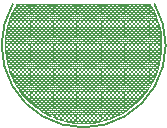
<source format=gbr>
%TF.GenerationSoftware,KiCad,Pcbnew,7.0.5*%
%TF.CreationDate,2023-08-18T22:00:10-06:00*%
%TF.ProjectId,switch_tester_macro_pad_plate,73776974-6368-45f7-9465-737465725f6d,rev?*%
%TF.SameCoordinates,Original*%
%TF.FileFunction,Copper,L1,Top*%
%TF.FilePolarity,Positive*%
%FSLAX46Y46*%
G04 Gerber Fmt 4.6, Leading zero omitted, Abs format (unit mm)*
G04 Created by KiCad (PCBNEW 7.0.5) date 2023-08-18 22:00:10*
%MOMM*%
%LPD*%
G01*
G04 APERTURE LIST*
%TA.AperFunction,NonConductor*%
%ADD10C,0.150000*%
%TD*%
G04 APERTURE END LIST*
D10*
X56500002Y-21500001D02*
G75*
G03*
X68499998Y-21500001I5999998J-3499999D01*
G01*
%TA.AperFunction,NonConductor*%
G36*
X68218552Y-21503369D02*
G01*
X68221736Y-21509453D01*
X68237549Y-21596852D01*
X68237550Y-21596855D01*
X68237551Y-21596857D01*
X68261946Y-21638676D01*
X68262053Y-21638868D01*
X68378610Y-21857434D01*
X68501439Y-22087763D01*
X68501625Y-22088148D01*
X68538782Y-22172805D01*
X68706023Y-22553846D01*
X68706178Y-22554240D01*
X68833770Y-22918095D01*
X68874466Y-23034146D01*
X68874595Y-23034565D01*
X69005802Y-23525919D01*
X69005899Y-23526347D01*
X69099260Y-24026270D01*
X69099324Y-24026704D01*
X69154295Y-24532293D01*
X69154326Y-24532731D01*
X69170584Y-25041024D01*
X69170581Y-25041463D01*
X69148037Y-25549541D01*
X69148002Y-25549964D01*
X69088641Y-26039516D01*
X69086785Y-26054823D01*
X69086716Y-26055257D01*
X68987177Y-26554004D01*
X68987074Y-26554431D01*
X68849802Y-27044112D01*
X68849667Y-27044530D01*
X68675458Y-27522322D01*
X68675292Y-27522728D01*
X68465159Y-27985844D01*
X68464962Y-27986236D01*
X68220123Y-28431993D01*
X68219897Y-28432369D01*
X67941792Y-28858145D01*
X67941538Y-28858503D01*
X67631766Y-29261850D01*
X67631485Y-29262187D01*
X67291864Y-29640735D01*
X67291559Y-29641050D01*
X66924077Y-29992588D01*
X66923748Y-29992879D01*
X66530508Y-30315392D01*
X66530158Y-30315657D01*
X66113492Y-30607233D01*
X66113123Y-30607471D01*
X65675429Y-30866433D01*
X65675043Y-30866642D01*
X65218882Y-31091475D01*
X65218481Y-31091654D01*
X64746490Y-31281056D01*
X64746077Y-31281204D01*
X64261037Y-31434061D01*
X64260614Y-31434177D01*
X63765316Y-31549608D01*
X63764886Y-31549691D01*
X63262249Y-31627018D01*
X63261813Y-31627068D01*
X62754714Y-31665846D01*
X62754275Y-31665863D01*
X62245725Y-31665863D01*
X62245286Y-31665846D01*
X61738186Y-31627068D01*
X61737750Y-31627018D01*
X61353234Y-31567863D01*
X61235109Y-31549690D01*
X61234683Y-31549608D01*
X60882459Y-31467521D01*
X61345512Y-31467521D01*
X61531810Y-31496181D01*
X61555319Y-31472672D01*
X61693914Y-31472672D01*
X61751001Y-31529760D01*
X61844626Y-31536919D01*
X61908872Y-31472673D01*
X62047467Y-31472673D01*
X62133829Y-31559035D01*
X62173063Y-31562035D01*
X62262425Y-31472673D01*
X62401020Y-31472673D01*
X62496210Y-31567863D01*
X62520790Y-31567863D01*
X62615980Y-31472673D01*
X62754574Y-31472673D01*
X62842728Y-31560827D01*
X62884577Y-31557627D01*
X62969531Y-31472673D01*
X63108127Y-31472673D01*
X63171165Y-31535711D01*
X63250840Y-31529619D01*
X63268921Y-31526837D01*
X63323085Y-31472673D01*
X63461681Y-31472673D01*
X63482922Y-31493914D01*
X63669221Y-31465254D01*
X63569160Y-31365193D01*
X63461681Y-31472673D01*
X63323085Y-31472673D01*
X63323086Y-31472672D01*
X63215607Y-31365193D01*
X63108127Y-31472673D01*
X62969531Y-31472673D01*
X62969532Y-31472672D01*
X62862053Y-31365193D01*
X62754574Y-31472673D01*
X62615980Y-31472673D01*
X62508500Y-31365193D01*
X62401020Y-31472673D01*
X62262425Y-31472673D01*
X62262426Y-31472672D01*
X62154947Y-31365193D01*
X62047467Y-31472673D01*
X61908872Y-31472673D01*
X61908873Y-31472672D01*
X61801393Y-31365193D01*
X61693914Y-31472672D01*
X61555319Y-31472672D01*
X61447840Y-31365193D01*
X61345512Y-31467521D01*
X60882459Y-31467521D01*
X60739385Y-31434177D01*
X60738962Y-31434061D01*
X60253922Y-31281204D01*
X60253509Y-31281056D01*
X60188906Y-31255132D01*
X60497240Y-31255132D01*
X60660689Y-31306641D01*
X60671434Y-31295896D01*
X60810030Y-31295896D01*
X60880591Y-31366457D01*
X60940471Y-31380413D01*
X61024988Y-31295896D01*
X61163584Y-31295896D01*
X61271063Y-31403375D01*
X61378543Y-31295896D01*
X61517137Y-31295896D01*
X61624617Y-31403376D01*
X61732096Y-31295896D01*
X61870690Y-31295896D01*
X61978170Y-31403375D01*
X62085649Y-31295896D01*
X62224244Y-31295896D01*
X62331723Y-31403375D01*
X62439203Y-31295896D01*
X62577797Y-31295896D01*
X62685277Y-31403376D01*
X62792756Y-31295896D01*
X62931350Y-31295896D01*
X63038830Y-31403375D01*
X63146309Y-31295896D01*
X63284904Y-31295896D01*
X63392384Y-31403376D01*
X63499863Y-31295896D01*
X63638457Y-31295896D01*
X63745937Y-31403375D01*
X63853416Y-31295896D01*
X63992011Y-31295896D01*
X64073314Y-31377199D01*
X64141574Y-31361291D01*
X64206970Y-31295896D01*
X64345564Y-31295896D01*
X64352235Y-31302567D01*
X64515685Y-31251058D01*
X64453044Y-31188416D01*
X64345564Y-31295896D01*
X64206970Y-31295896D01*
X64099490Y-31188416D01*
X63992011Y-31295896D01*
X63853416Y-31295896D01*
X63745937Y-31188416D01*
X63638457Y-31295896D01*
X63499863Y-31295896D01*
X63392384Y-31188416D01*
X63284904Y-31295896D01*
X63146309Y-31295896D01*
X63038830Y-31188416D01*
X62931350Y-31295896D01*
X62792756Y-31295896D01*
X62685277Y-31188416D01*
X62577797Y-31295896D01*
X62439203Y-31295896D01*
X62331723Y-31188416D01*
X62224244Y-31295896D01*
X62085649Y-31295896D01*
X61978170Y-31188416D01*
X61870690Y-31295896D01*
X61732096Y-31295896D01*
X61624617Y-31188416D01*
X61517137Y-31295896D01*
X61378543Y-31295896D01*
X61271063Y-31188416D01*
X61163584Y-31295896D01*
X61024988Y-31295896D01*
X61024989Y-31295895D01*
X60917509Y-31188416D01*
X60810030Y-31295896D01*
X60671434Y-31295896D01*
X60671435Y-31295895D01*
X60563956Y-31188416D01*
X60497240Y-31255132D01*
X60188906Y-31255132D01*
X59781518Y-31091654D01*
X59781117Y-31091475D01*
X59728577Y-31065579D01*
X59979686Y-31065579D01*
X60133087Y-31127137D01*
X60141105Y-31119119D01*
X60279700Y-31119119D01*
X60378198Y-31217617D01*
X60391856Y-31221921D01*
X60494659Y-31119119D01*
X60633253Y-31119119D01*
X60740733Y-31226599D01*
X60848212Y-31119119D01*
X60986807Y-31119119D01*
X61094287Y-31226599D01*
X61201766Y-31119119D01*
X61340360Y-31119119D01*
X61447840Y-31226599D01*
X61555319Y-31119119D01*
X61693914Y-31119119D01*
X61801393Y-31226599D01*
X61908873Y-31119119D01*
X62047467Y-31119119D01*
X62154947Y-31226599D01*
X62262426Y-31119119D01*
X62401020Y-31119119D01*
X62508500Y-31226599D01*
X62615979Y-31119119D01*
X62754574Y-31119119D01*
X62862053Y-31226599D01*
X62969533Y-31119119D01*
X63108127Y-31119119D01*
X63215607Y-31226599D01*
X63323086Y-31119119D01*
X63461681Y-31119119D01*
X63569160Y-31226599D01*
X63676640Y-31119119D01*
X63815234Y-31119119D01*
X63922714Y-31226599D01*
X64030193Y-31119119D01*
X64168787Y-31119119D01*
X64276267Y-31226599D01*
X64383746Y-31119119D01*
X64522341Y-31119119D01*
X64621069Y-31217847D01*
X64646625Y-31209793D01*
X64737298Y-31119120D01*
X64875894Y-31119120D01*
X64879042Y-31122268D01*
X65032444Y-31060710D01*
X64983374Y-31011640D01*
X64875894Y-31119120D01*
X64737298Y-31119120D01*
X64737299Y-31119119D01*
X64629820Y-31011640D01*
X64522341Y-31119119D01*
X64383746Y-31119119D01*
X64276267Y-31011640D01*
X64168787Y-31119119D01*
X64030193Y-31119119D01*
X63922714Y-31011640D01*
X63815234Y-31119119D01*
X63676640Y-31119119D01*
X63569160Y-31011640D01*
X63461681Y-31119119D01*
X63323086Y-31119119D01*
X63215607Y-31011640D01*
X63108127Y-31119119D01*
X62969533Y-31119119D01*
X62862053Y-31011640D01*
X62754574Y-31119119D01*
X62615979Y-31119119D01*
X62508500Y-31011640D01*
X62401020Y-31119119D01*
X62262426Y-31119119D01*
X62154947Y-31011640D01*
X62047467Y-31119119D01*
X61908873Y-31119119D01*
X61801393Y-31011640D01*
X61693914Y-31119119D01*
X61555319Y-31119119D01*
X61447840Y-31011640D01*
X61340360Y-31119119D01*
X61201766Y-31119119D01*
X61094287Y-31011640D01*
X60986807Y-31119119D01*
X60848212Y-31119119D01*
X60740733Y-31011640D01*
X60633253Y-31119119D01*
X60494659Y-31119119D01*
X60387180Y-31011640D01*
X60279700Y-31119119D01*
X60141105Y-31119119D01*
X60033626Y-31011639D01*
X59979686Y-31065579D01*
X59728577Y-31065579D01*
X59478545Y-30942343D01*
X59749370Y-30942343D01*
X59797144Y-30990117D01*
X59821280Y-31002014D01*
X59880781Y-31025890D01*
X59964328Y-30942343D01*
X60102923Y-30942343D01*
X60210403Y-31049822D01*
X60317883Y-30942343D01*
X60456477Y-30942343D01*
X60563956Y-31049822D01*
X60671436Y-30942343D01*
X60810030Y-30942343D01*
X60917510Y-31049823D01*
X61024990Y-30942343D01*
X61163584Y-30942343D01*
X61271063Y-31049822D01*
X61378543Y-30942343D01*
X61517137Y-30942343D01*
X61624617Y-31049823D01*
X61732097Y-30942343D01*
X61870690Y-30942343D01*
X61978170Y-31049822D01*
X62085650Y-30942343D01*
X62224244Y-30942343D01*
X62331723Y-31049822D01*
X62439203Y-30942343D01*
X62577797Y-30942343D01*
X62685277Y-31049823D01*
X62792757Y-30942343D01*
X62931350Y-30942343D01*
X63038830Y-31049822D01*
X63146310Y-30942343D01*
X63284904Y-30942343D01*
X63392384Y-31049823D01*
X63499864Y-30942343D01*
X63638457Y-30942343D01*
X63745937Y-31049822D01*
X63853417Y-30942343D01*
X63992011Y-30942343D01*
X64099490Y-31049822D01*
X64206970Y-30942343D01*
X64345564Y-30942343D01*
X64453044Y-31049823D01*
X64560524Y-30942343D01*
X64699117Y-30942343D01*
X64806597Y-31049822D01*
X64914077Y-30942343D01*
X65052671Y-30942343D01*
X65131349Y-31021021D01*
X65178717Y-31002014D01*
X65236379Y-30973592D01*
X65267629Y-30942342D01*
X65160150Y-30834863D01*
X65052671Y-30942343D01*
X64914077Y-30942343D01*
X64806597Y-30834863D01*
X64699117Y-30942343D01*
X64560524Y-30942343D01*
X64453044Y-30834863D01*
X64345564Y-30942343D01*
X64206970Y-30942343D01*
X64099490Y-30834863D01*
X63992011Y-30942343D01*
X63853417Y-30942343D01*
X63745937Y-30834863D01*
X63638457Y-30942343D01*
X63499864Y-30942343D01*
X63392384Y-30834863D01*
X63284904Y-30942343D01*
X63146310Y-30942343D01*
X63038830Y-30834863D01*
X62931350Y-30942343D01*
X62792757Y-30942343D01*
X62685277Y-30834863D01*
X62577797Y-30942343D01*
X62439203Y-30942343D01*
X62331723Y-30834863D01*
X62224244Y-30942343D01*
X62085650Y-30942343D01*
X61978170Y-30834863D01*
X61870690Y-30942343D01*
X61732097Y-30942343D01*
X61624617Y-30834863D01*
X61517137Y-30942343D01*
X61378543Y-30942343D01*
X61271063Y-30834863D01*
X61163584Y-30942343D01*
X61024990Y-30942343D01*
X60917510Y-30834863D01*
X60810030Y-30942343D01*
X60671436Y-30942343D01*
X60563956Y-30834863D01*
X60456477Y-30942343D01*
X60317883Y-30942343D01*
X60210403Y-30834863D01*
X60102923Y-30942343D01*
X59964328Y-30942343D01*
X59964329Y-30942342D01*
X59856850Y-30834863D01*
X59749370Y-30942343D01*
X59478545Y-30942343D01*
X59324956Y-30866642D01*
X59324570Y-30866433D01*
X59271211Y-30834863D01*
X59073977Y-30718169D01*
X59266435Y-30718169D01*
X59371429Y-30780290D01*
X59403478Y-30796086D01*
X59433998Y-30765566D01*
X59572593Y-30765566D01*
X59680073Y-30873045D01*
X59787552Y-30765566D01*
X59926147Y-30765566D01*
X60033626Y-30873045D01*
X60141106Y-30765566D01*
X60279700Y-30765566D01*
X60387180Y-30873046D01*
X60494659Y-30765566D01*
X60633253Y-30765566D01*
X60740733Y-30873045D01*
X60848212Y-30765566D01*
X60986807Y-30765566D01*
X61094287Y-30873046D01*
X61201766Y-30765566D01*
X61340360Y-30765566D01*
X61447840Y-30873045D01*
X61555319Y-30765566D01*
X61693914Y-30765566D01*
X61801393Y-30873045D01*
X61908873Y-30765566D01*
X62047467Y-30765566D01*
X62154947Y-30873046D01*
X62262426Y-30765566D01*
X62401020Y-30765566D01*
X62508500Y-30873045D01*
X62615979Y-30765566D01*
X62754574Y-30765566D01*
X62862053Y-30873045D01*
X62969533Y-30765566D01*
X63108127Y-30765566D01*
X63215607Y-30873046D01*
X63323086Y-30765566D01*
X63461681Y-30765566D01*
X63569160Y-30873045D01*
X63676640Y-30765566D01*
X63815234Y-30765566D01*
X63922714Y-30873046D01*
X64030193Y-30765566D01*
X64168787Y-30765566D01*
X64276267Y-30873045D01*
X64383746Y-30765566D01*
X64522341Y-30765566D01*
X64629820Y-30873045D01*
X64737300Y-30765566D01*
X64875894Y-30765566D01*
X64983374Y-30873046D01*
X65090853Y-30765566D01*
X65229448Y-30765566D01*
X65336927Y-30873045D01*
X65444407Y-30765566D01*
X65583001Y-30765566D01*
X65607908Y-30790473D01*
X65628568Y-30780290D01*
X65744244Y-30711849D01*
X65690481Y-30658086D01*
X65583001Y-30765566D01*
X65444407Y-30765566D01*
X65336927Y-30658086D01*
X65229448Y-30765566D01*
X65090853Y-30765566D01*
X64983373Y-30658086D01*
X64875894Y-30765566D01*
X64737300Y-30765566D01*
X64629820Y-30658086D01*
X64522341Y-30765566D01*
X64383746Y-30765566D01*
X64276267Y-30658086D01*
X64168787Y-30765566D01*
X64030193Y-30765566D01*
X63922714Y-30658086D01*
X63815234Y-30765566D01*
X63676640Y-30765566D01*
X63569160Y-30658086D01*
X63461681Y-30765566D01*
X63323086Y-30765566D01*
X63215607Y-30658086D01*
X63108127Y-30765566D01*
X62969533Y-30765566D01*
X62862053Y-30658086D01*
X62754574Y-30765566D01*
X62615979Y-30765566D01*
X62508500Y-30658086D01*
X62401020Y-30765566D01*
X62262426Y-30765566D01*
X62154947Y-30658086D01*
X62047467Y-30765566D01*
X61908873Y-30765566D01*
X61801393Y-30658086D01*
X61693914Y-30765566D01*
X61555319Y-30765566D01*
X61447840Y-30658086D01*
X61340360Y-30765566D01*
X61201766Y-30765566D01*
X61094287Y-30658086D01*
X60986807Y-30765566D01*
X60848212Y-30765566D01*
X60740733Y-30658086D01*
X60633253Y-30765566D01*
X60494659Y-30765566D01*
X60387180Y-30658086D01*
X60279700Y-30765566D01*
X60141106Y-30765566D01*
X60033626Y-30658086D01*
X59926147Y-30765566D01*
X59787552Y-30765566D01*
X59680073Y-30658086D01*
X59572593Y-30765566D01*
X59433998Y-30765566D01*
X59433999Y-30765565D01*
X59326519Y-30658086D01*
X59266435Y-30718169D01*
X59073977Y-30718169D01*
X58886869Y-30607466D01*
X58886513Y-30607237D01*
X58857231Y-30586746D01*
X59044306Y-30586746D01*
X59179359Y-30666651D01*
X59257222Y-30588789D01*
X59395817Y-30588789D01*
X59503296Y-30696269D01*
X59610776Y-30588789D01*
X59749370Y-30588789D01*
X59856850Y-30696269D01*
X59964329Y-30588789D01*
X60102923Y-30588789D01*
X60210403Y-30696269D01*
X60317882Y-30588789D01*
X60456477Y-30588789D01*
X60563956Y-30696269D01*
X60671436Y-30588789D01*
X60810030Y-30588789D01*
X60917509Y-30696269D01*
X61024989Y-30588789D01*
X61163584Y-30588789D01*
X61271063Y-30696269D01*
X61378543Y-30588789D01*
X61517137Y-30588789D01*
X61624617Y-30696269D01*
X61732096Y-30588789D01*
X61870690Y-30588789D01*
X61978170Y-30696269D01*
X62085649Y-30588789D01*
X62224244Y-30588789D01*
X62331723Y-30696269D01*
X62439203Y-30588789D01*
X62577797Y-30588789D01*
X62685277Y-30696269D01*
X62792756Y-30588789D01*
X62931350Y-30588789D01*
X63038830Y-30696269D01*
X63146309Y-30588789D01*
X63284904Y-30588789D01*
X63392384Y-30696269D01*
X63499863Y-30588789D01*
X63638457Y-30588789D01*
X63745937Y-30696269D01*
X63853416Y-30588789D01*
X63992011Y-30588789D01*
X64099490Y-30696269D01*
X64206970Y-30588789D01*
X64345564Y-30588789D01*
X64453044Y-30696269D01*
X64560523Y-30588789D01*
X64699117Y-30588789D01*
X64806597Y-30696269D01*
X64914076Y-30588789D01*
X65052671Y-30588789D01*
X65160150Y-30696269D01*
X65267630Y-30588789D01*
X65406224Y-30588789D01*
X65513704Y-30696269D01*
X65621183Y-30588789D01*
X65759778Y-30588789D01*
X65831320Y-30660331D01*
X65966373Y-30580426D01*
X65867257Y-30481310D01*
X65759778Y-30588789D01*
X65621183Y-30588789D01*
X65513704Y-30481310D01*
X65406224Y-30588789D01*
X65267630Y-30588789D01*
X65160150Y-30481310D01*
X65052671Y-30588789D01*
X64914076Y-30588789D01*
X64806597Y-30481310D01*
X64699117Y-30588789D01*
X64560523Y-30588789D01*
X64453044Y-30481310D01*
X64345564Y-30588789D01*
X64206970Y-30588789D01*
X64099490Y-30481310D01*
X63992011Y-30588789D01*
X63853416Y-30588789D01*
X63745937Y-30481310D01*
X63638457Y-30588789D01*
X63499863Y-30588789D01*
X63392384Y-30481310D01*
X63284904Y-30588789D01*
X63146309Y-30588789D01*
X63038830Y-30481310D01*
X62931350Y-30588789D01*
X62792756Y-30588789D01*
X62685277Y-30481310D01*
X62577797Y-30588789D01*
X62439203Y-30588789D01*
X62331723Y-30481310D01*
X62224244Y-30588789D01*
X62085649Y-30588789D01*
X61978170Y-30481310D01*
X61870690Y-30588789D01*
X61732096Y-30588789D01*
X61624617Y-30481310D01*
X61517137Y-30588789D01*
X61378543Y-30588789D01*
X61271063Y-30481310D01*
X61163584Y-30588789D01*
X61024989Y-30588789D01*
X60917510Y-30481310D01*
X60810030Y-30588789D01*
X60671436Y-30588789D01*
X60563956Y-30481310D01*
X60456477Y-30588789D01*
X60317882Y-30588789D01*
X60210403Y-30481310D01*
X60102923Y-30588789D01*
X59964329Y-30588789D01*
X59856850Y-30481310D01*
X59749370Y-30588789D01*
X59610776Y-30588789D01*
X59503296Y-30481310D01*
X59395817Y-30588789D01*
X59257222Y-30588789D01*
X59149743Y-30481310D01*
X59044306Y-30586746D01*
X58857231Y-30586746D01*
X58607535Y-30412013D01*
X58865486Y-30412013D01*
X58972966Y-30519492D01*
X59080446Y-30412013D01*
X59219040Y-30412013D01*
X59326520Y-30519493D01*
X59434000Y-30412013D01*
X59572593Y-30412013D01*
X59680073Y-30519492D01*
X59787553Y-30412013D01*
X59926147Y-30412013D01*
X60033626Y-30519492D01*
X60141106Y-30412013D01*
X60279700Y-30412013D01*
X60387180Y-30519493D01*
X60494660Y-30412013D01*
X60633253Y-30412013D01*
X60740733Y-30519492D01*
X60848213Y-30412013D01*
X60986807Y-30412013D01*
X61094287Y-30519493D01*
X61201767Y-30412013D01*
X61340360Y-30412013D01*
X61447840Y-30519492D01*
X61555320Y-30412013D01*
X61693914Y-30412013D01*
X61801393Y-30519492D01*
X61908873Y-30412013D01*
X62047467Y-30412013D01*
X62154947Y-30519493D01*
X62262427Y-30412013D01*
X62401020Y-30412013D01*
X62508500Y-30519492D01*
X62615980Y-30412013D01*
X62754574Y-30412013D01*
X62862053Y-30519492D01*
X62969533Y-30412013D01*
X63108127Y-30412013D01*
X63215607Y-30519493D01*
X63323087Y-30412013D01*
X63461681Y-30412013D01*
X63569160Y-30519492D01*
X63676640Y-30412013D01*
X63815234Y-30412013D01*
X63922714Y-30519493D01*
X64030194Y-30412013D01*
X64168787Y-30412013D01*
X64276267Y-30519492D01*
X64383747Y-30412013D01*
X64522341Y-30412013D01*
X64629820Y-30519492D01*
X64737300Y-30412013D01*
X64875894Y-30412013D01*
X64983374Y-30519493D01*
X65090854Y-30412013D01*
X65229448Y-30412013D01*
X65336927Y-30519492D01*
X65444407Y-30412013D01*
X65583001Y-30412013D01*
X65690481Y-30519493D01*
X65797961Y-30412013D01*
X65936554Y-30412013D01*
X66044034Y-30519492D01*
X66151514Y-30412013D01*
X66044034Y-30304533D01*
X65936554Y-30412013D01*
X65797961Y-30412013D01*
X65690481Y-30304533D01*
X65583001Y-30412013D01*
X65444407Y-30412013D01*
X65336927Y-30304533D01*
X65229448Y-30412013D01*
X65090854Y-30412013D01*
X64983374Y-30304533D01*
X64875894Y-30412013D01*
X64737300Y-30412013D01*
X64629820Y-30304533D01*
X64522341Y-30412013D01*
X64383747Y-30412013D01*
X64276267Y-30304533D01*
X64168787Y-30412013D01*
X64030194Y-30412013D01*
X63922714Y-30304533D01*
X63815234Y-30412013D01*
X63676640Y-30412013D01*
X63569160Y-30304533D01*
X63461681Y-30412013D01*
X63323087Y-30412013D01*
X63215607Y-30304533D01*
X63108127Y-30412013D01*
X62969533Y-30412013D01*
X62862053Y-30304533D01*
X62754574Y-30412013D01*
X62615980Y-30412013D01*
X62508500Y-30304533D01*
X62401020Y-30412013D01*
X62262427Y-30412013D01*
X62154947Y-30304533D01*
X62047467Y-30412013D01*
X61908873Y-30412013D01*
X61801393Y-30304533D01*
X61693914Y-30412013D01*
X61555320Y-30412013D01*
X61447840Y-30304533D01*
X61340360Y-30412013D01*
X61201767Y-30412013D01*
X61094287Y-30304533D01*
X60986807Y-30412013D01*
X60848213Y-30412013D01*
X60740733Y-30304533D01*
X60633253Y-30412013D01*
X60494660Y-30412013D01*
X60387180Y-30304533D01*
X60279700Y-30412013D01*
X60141106Y-30412013D01*
X60033626Y-30304533D01*
X59926147Y-30412013D01*
X59787553Y-30412013D01*
X59680073Y-30304533D01*
X59572593Y-30412013D01*
X59434000Y-30412013D01*
X59326520Y-30304533D01*
X59219040Y-30412013D01*
X59080446Y-30412013D01*
X58972966Y-30304533D01*
X58865486Y-30412013D01*
X58607535Y-30412013D01*
X58469841Y-30315657D01*
X58469491Y-30315392D01*
X58371757Y-30235236D01*
X58688710Y-30235236D01*
X58796189Y-30342715D01*
X58903669Y-30235236D01*
X59042263Y-30235236D01*
X59149743Y-30342716D01*
X59257223Y-30235236D01*
X59395817Y-30235236D01*
X59503296Y-30342715D01*
X59610776Y-30235236D01*
X59749370Y-30235236D01*
X59856850Y-30342716D01*
X59964330Y-30235236D01*
X60102923Y-30235236D01*
X60210403Y-30342715D01*
X60317883Y-30235236D01*
X60456477Y-30235236D01*
X60563956Y-30342715D01*
X60671436Y-30235236D01*
X60810030Y-30235236D01*
X60917510Y-30342716D01*
X61024990Y-30235236D01*
X61163584Y-30235236D01*
X61271063Y-30342715D01*
X61378543Y-30235236D01*
X61517137Y-30235236D01*
X61624617Y-30342716D01*
X61732097Y-30235236D01*
X61870690Y-30235236D01*
X61978170Y-30342715D01*
X62085650Y-30235236D01*
X62224244Y-30235236D01*
X62331723Y-30342715D01*
X62439203Y-30235236D01*
X62577797Y-30235236D01*
X62685277Y-30342716D01*
X62792757Y-30235236D01*
X62931350Y-30235236D01*
X63038830Y-30342715D01*
X63146310Y-30235236D01*
X63284904Y-30235236D01*
X63392384Y-30342716D01*
X63499864Y-30235236D01*
X63638457Y-30235236D01*
X63745937Y-30342715D01*
X63853417Y-30235236D01*
X63992011Y-30235236D01*
X64099490Y-30342715D01*
X64206970Y-30235236D01*
X64345564Y-30235236D01*
X64453044Y-30342716D01*
X64560524Y-30235236D01*
X64699117Y-30235236D01*
X64806597Y-30342715D01*
X64914077Y-30235236D01*
X65052671Y-30235236D01*
X65160150Y-30342715D01*
X65267630Y-30235236D01*
X65406224Y-30235236D01*
X65513704Y-30342715D01*
X65621184Y-30235236D01*
X65759778Y-30235236D01*
X65867257Y-30342715D01*
X65974737Y-30235236D01*
X66113331Y-30235236D01*
X66220811Y-30342716D01*
X66328291Y-30235236D01*
X66220811Y-30127756D01*
X66113331Y-30235236D01*
X65974737Y-30235236D01*
X65867257Y-30127756D01*
X65759778Y-30235236D01*
X65621184Y-30235236D01*
X65513704Y-30127756D01*
X65406224Y-30235236D01*
X65267630Y-30235236D01*
X65160150Y-30127756D01*
X65052671Y-30235236D01*
X64914077Y-30235236D01*
X64806597Y-30127756D01*
X64699117Y-30235236D01*
X64560524Y-30235236D01*
X64453044Y-30127756D01*
X64345564Y-30235236D01*
X64206970Y-30235236D01*
X64099490Y-30127756D01*
X63992011Y-30235236D01*
X63853417Y-30235236D01*
X63745937Y-30127756D01*
X63638457Y-30235236D01*
X63499864Y-30235236D01*
X63392384Y-30127756D01*
X63284904Y-30235236D01*
X63146310Y-30235236D01*
X63038830Y-30127756D01*
X62931350Y-30235236D01*
X62792757Y-30235236D01*
X62685277Y-30127756D01*
X62577797Y-30235236D01*
X62439203Y-30235236D01*
X62331723Y-30127756D01*
X62224244Y-30235236D01*
X62085650Y-30235236D01*
X61978170Y-30127756D01*
X61870690Y-30235236D01*
X61732097Y-30235236D01*
X61624617Y-30127756D01*
X61517137Y-30235236D01*
X61378543Y-30235236D01*
X61271063Y-30127756D01*
X61163584Y-30235236D01*
X61024990Y-30235236D01*
X60917510Y-30127756D01*
X60810030Y-30235236D01*
X60671436Y-30235236D01*
X60563956Y-30127756D01*
X60456477Y-30235236D01*
X60317883Y-30235236D01*
X60210403Y-30127756D01*
X60102923Y-30235236D01*
X59964330Y-30235236D01*
X59856850Y-30127756D01*
X59749370Y-30235236D01*
X59610776Y-30235236D01*
X59503296Y-30127756D01*
X59395817Y-30235236D01*
X59257223Y-30235236D01*
X59149743Y-30127756D01*
X59042263Y-30235236D01*
X58903669Y-30235236D01*
X58796189Y-30127756D01*
X58688710Y-30235236D01*
X58371757Y-30235236D01*
X58076251Y-29992879D01*
X58075933Y-29992598D01*
X58073009Y-29989801D01*
X58227038Y-29989801D01*
X58345137Y-30086660D01*
X58373339Y-30058459D01*
X58511933Y-30058459D01*
X58619413Y-30165939D01*
X58726892Y-30058459D01*
X58865486Y-30058459D01*
X58972966Y-30165938D01*
X59080445Y-30058459D01*
X59219040Y-30058459D01*
X59326520Y-30165939D01*
X59433999Y-30058459D01*
X59572593Y-30058459D01*
X59680073Y-30165938D01*
X59787552Y-30058459D01*
X59926147Y-30058459D01*
X60033626Y-30165938D01*
X60141106Y-30058459D01*
X60279700Y-30058459D01*
X60387180Y-30165939D01*
X60494659Y-30058459D01*
X60633253Y-30058459D01*
X60740733Y-30165938D01*
X60848212Y-30058459D01*
X60986807Y-30058459D01*
X61094287Y-30165939D01*
X61201766Y-30058459D01*
X61340360Y-30058459D01*
X61447840Y-30165938D01*
X61555319Y-30058459D01*
X61693914Y-30058459D01*
X61801393Y-30165938D01*
X61908873Y-30058459D01*
X62047467Y-30058459D01*
X62154947Y-30165939D01*
X62262426Y-30058459D01*
X62401020Y-30058459D01*
X62508500Y-30165938D01*
X62615979Y-30058459D01*
X62754574Y-30058459D01*
X62862053Y-30165938D01*
X62969533Y-30058459D01*
X63108127Y-30058459D01*
X63215607Y-30165939D01*
X63323086Y-30058459D01*
X63461681Y-30058459D01*
X63569160Y-30165938D01*
X63676640Y-30058459D01*
X63815234Y-30058459D01*
X63922714Y-30165939D01*
X64030193Y-30058459D01*
X64168787Y-30058459D01*
X64276267Y-30165938D01*
X64383746Y-30058459D01*
X64522341Y-30058459D01*
X64629820Y-30165938D01*
X64737300Y-30058459D01*
X64875894Y-30058459D01*
X64983374Y-30165939D01*
X65090853Y-30058459D01*
X65229448Y-30058459D01*
X65336927Y-30165938D01*
X65444407Y-30058459D01*
X65583001Y-30058459D01*
X65690481Y-30165939D01*
X65797960Y-30058459D01*
X65936554Y-30058459D01*
X66044034Y-30165938D01*
X66151513Y-30058459D01*
X66290108Y-30058459D01*
X66397587Y-30165938D01*
X66505067Y-30058459D01*
X66643661Y-30058459D01*
X66664201Y-30078999D01*
X66782300Y-29982139D01*
X66751140Y-29950979D01*
X66643661Y-30058459D01*
X66505067Y-30058459D01*
X66397587Y-29950979D01*
X66290108Y-30058459D01*
X66151513Y-30058459D01*
X66044034Y-29950979D01*
X65936554Y-30058459D01*
X65797960Y-30058459D01*
X65690481Y-29950979D01*
X65583001Y-30058459D01*
X65444407Y-30058459D01*
X65336927Y-29950979D01*
X65229448Y-30058459D01*
X65090853Y-30058459D01*
X64983373Y-29950979D01*
X64875894Y-30058459D01*
X64737300Y-30058459D01*
X64629820Y-29950979D01*
X64522341Y-30058459D01*
X64383746Y-30058459D01*
X64276267Y-29950979D01*
X64168787Y-30058459D01*
X64030193Y-30058459D01*
X63922714Y-29950979D01*
X63815234Y-30058459D01*
X63676640Y-30058459D01*
X63569160Y-29950979D01*
X63461681Y-30058459D01*
X63323086Y-30058459D01*
X63215607Y-29950979D01*
X63108127Y-30058459D01*
X62969533Y-30058459D01*
X62862053Y-29950979D01*
X62754574Y-30058459D01*
X62615979Y-30058459D01*
X62508500Y-29950979D01*
X62401020Y-30058459D01*
X62262426Y-30058459D01*
X62154947Y-29950979D01*
X62047467Y-30058459D01*
X61908873Y-30058459D01*
X61801393Y-29950979D01*
X61693914Y-30058459D01*
X61555319Y-30058459D01*
X61447840Y-29950979D01*
X61340360Y-30058459D01*
X61201766Y-30058459D01*
X61094287Y-29950979D01*
X60986807Y-30058459D01*
X60848212Y-30058459D01*
X60740733Y-29950979D01*
X60633253Y-30058459D01*
X60494659Y-30058459D01*
X60387180Y-29950979D01*
X60279700Y-30058459D01*
X60141106Y-30058459D01*
X60033626Y-29950979D01*
X59926147Y-30058459D01*
X59787552Y-30058459D01*
X59680073Y-29950979D01*
X59572593Y-30058459D01*
X59433999Y-30058459D01*
X59326520Y-29950979D01*
X59219040Y-30058459D01*
X59080445Y-30058459D01*
X58972966Y-29950979D01*
X58865486Y-30058459D01*
X58726892Y-30058459D01*
X58619413Y-29950979D01*
X58511933Y-30058459D01*
X58373339Y-30058459D01*
X58265859Y-29950979D01*
X58227038Y-29989801D01*
X58073009Y-29989801D01*
X57898577Y-29822937D01*
X58040347Y-29822937D01*
X58141114Y-29919331D01*
X58150893Y-29927351D01*
X58196562Y-29881682D01*
X58335156Y-29881682D01*
X58442636Y-29989162D01*
X58550115Y-29881682D01*
X58688710Y-29881682D01*
X58796189Y-29989162D01*
X58903669Y-29881682D01*
X59042263Y-29881682D01*
X59149743Y-29989162D01*
X59257222Y-29881682D01*
X59395817Y-29881682D01*
X59503296Y-29989162D01*
X59610776Y-29881682D01*
X59749370Y-29881682D01*
X59856850Y-29989162D01*
X59964329Y-29881682D01*
X60102923Y-29881682D01*
X60210403Y-29989162D01*
X60317882Y-29881682D01*
X60456477Y-29881682D01*
X60563956Y-29989162D01*
X60671436Y-29881682D01*
X60810030Y-29881682D01*
X60917509Y-29989162D01*
X61024989Y-29881682D01*
X61163584Y-29881682D01*
X61271063Y-29989162D01*
X61378543Y-29881682D01*
X61517137Y-29881682D01*
X61624617Y-29989162D01*
X61732096Y-29881682D01*
X61870690Y-29881682D01*
X61978170Y-29989162D01*
X62085649Y-29881682D01*
X62224244Y-29881682D01*
X62331723Y-29989162D01*
X62439203Y-29881682D01*
X62577797Y-29881682D01*
X62685277Y-29989162D01*
X62792756Y-29881682D01*
X62931350Y-29881682D01*
X63038830Y-29989162D01*
X63146309Y-29881682D01*
X63284904Y-29881682D01*
X63392384Y-29989162D01*
X63499863Y-29881682D01*
X63638457Y-29881682D01*
X63745937Y-29989162D01*
X63853416Y-29881682D01*
X63992011Y-29881682D01*
X64099490Y-29989162D01*
X64206970Y-29881682D01*
X64345564Y-29881682D01*
X64453044Y-29989162D01*
X64560523Y-29881682D01*
X64699117Y-29881682D01*
X64806597Y-29989162D01*
X64914076Y-29881682D01*
X65052671Y-29881682D01*
X65160150Y-29989162D01*
X65267630Y-29881682D01*
X65406224Y-29881682D01*
X65513704Y-29989162D01*
X65621183Y-29881682D01*
X65759778Y-29881682D01*
X65867257Y-29989162D01*
X65974737Y-29881682D01*
X66113331Y-29881682D01*
X66220811Y-29989162D01*
X66328290Y-29881682D01*
X66466884Y-29881682D01*
X66574364Y-29989162D01*
X66681843Y-29881682D01*
X66820438Y-29881682D01*
X66858446Y-29919691D01*
X66858877Y-29919337D01*
X66968339Y-29814624D01*
X66927918Y-29774202D01*
X66820438Y-29881682D01*
X66681843Y-29881682D01*
X66574364Y-29774203D01*
X66466884Y-29881682D01*
X66328290Y-29881682D01*
X66220811Y-29774203D01*
X66113331Y-29881682D01*
X65974737Y-29881682D01*
X65867257Y-29774203D01*
X65759778Y-29881682D01*
X65621183Y-29881682D01*
X65513704Y-29774203D01*
X65406224Y-29881682D01*
X65267630Y-29881682D01*
X65160150Y-29774203D01*
X65052671Y-29881682D01*
X64914076Y-29881682D01*
X64806597Y-29774203D01*
X64699117Y-29881682D01*
X64560523Y-29881682D01*
X64453044Y-29774203D01*
X64345564Y-29881682D01*
X64206970Y-29881682D01*
X64099490Y-29774203D01*
X63992011Y-29881682D01*
X63853416Y-29881682D01*
X63745937Y-29774203D01*
X63638457Y-29881682D01*
X63499863Y-29881682D01*
X63392384Y-29774203D01*
X63284904Y-29881682D01*
X63146309Y-29881682D01*
X63038830Y-29774203D01*
X62931350Y-29881682D01*
X62792756Y-29881682D01*
X62685277Y-29774203D01*
X62577797Y-29881682D01*
X62439203Y-29881682D01*
X62331723Y-29774203D01*
X62224244Y-29881682D01*
X62085649Y-29881682D01*
X61978170Y-29774203D01*
X61870690Y-29881682D01*
X61732096Y-29881682D01*
X61624617Y-29774203D01*
X61517137Y-29881682D01*
X61378543Y-29881682D01*
X61271063Y-29774203D01*
X61163584Y-29881682D01*
X61024989Y-29881682D01*
X60917510Y-29774203D01*
X60810030Y-29881682D01*
X60671436Y-29881682D01*
X60563956Y-29774203D01*
X60456477Y-29881682D01*
X60317882Y-29881682D01*
X60210403Y-29774203D01*
X60102923Y-29881682D01*
X59964329Y-29881682D01*
X59856850Y-29774203D01*
X59749370Y-29881682D01*
X59610776Y-29881682D01*
X59503296Y-29774203D01*
X59395817Y-29881682D01*
X59257222Y-29881682D01*
X59149743Y-29774203D01*
X59042263Y-29881682D01*
X58903669Y-29881682D01*
X58796189Y-29774203D01*
X58688710Y-29881682D01*
X58550115Y-29881682D01*
X58442636Y-29774203D01*
X58335156Y-29881682D01*
X58196562Y-29881682D01*
X58089082Y-29774202D01*
X58040347Y-29822937D01*
X57898577Y-29822937D01*
X57717881Y-29650081D01*
X57859650Y-29650081D01*
X57969514Y-29755176D01*
X58019784Y-29704906D01*
X58158380Y-29704906D01*
X58265859Y-29812385D01*
X58373339Y-29704906D01*
X58511933Y-29704906D01*
X58619413Y-29812386D01*
X58726893Y-29704906D01*
X58865486Y-29704906D01*
X58972966Y-29812385D01*
X59080446Y-29704906D01*
X59219040Y-29704906D01*
X59326520Y-29812386D01*
X59434000Y-29704906D01*
X59572593Y-29704906D01*
X59680073Y-29812385D01*
X59787553Y-29704906D01*
X59926147Y-29704906D01*
X60033626Y-29812385D01*
X60141106Y-29704906D01*
X60279700Y-29704906D01*
X60387180Y-29812386D01*
X60494660Y-29704906D01*
X60633253Y-29704906D01*
X60740733Y-29812385D01*
X60848213Y-29704906D01*
X60986807Y-29704906D01*
X61094287Y-29812386D01*
X61201767Y-29704906D01*
X61340360Y-29704906D01*
X61447840Y-29812385D01*
X61555320Y-29704906D01*
X61693914Y-29704906D01*
X61801393Y-29812385D01*
X61908873Y-29704906D01*
X62047467Y-29704906D01*
X62154947Y-29812386D01*
X62262427Y-29704906D01*
X62401020Y-29704906D01*
X62508500Y-29812385D01*
X62615980Y-29704906D01*
X62754574Y-29704906D01*
X62862053Y-29812385D01*
X62969533Y-29704906D01*
X63108127Y-29704906D01*
X63215607Y-29812386D01*
X63323087Y-29704906D01*
X63461681Y-29704906D01*
X63569160Y-29812385D01*
X63676640Y-29704906D01*
X63815234Y-29704906D01*
X63922714Y-29812386D01*
X64030194Y-29704906D01*
X64168787Y-29704906D01*
X64276267Y-29812385D01*
X64383747Y-29704906D01*
X64522341Y-29704906D01*
X64629820Y-29812385D01*
X64737300Y-29704906D01*
X64875894Y-29704906D01*
X64983374Y-29812386D01*
X65090854Y-29704906D01*
X65229448Y-29704906D01*
X65336927Y-29812385D01*
X65444407Y-29704906D01*
X65583001Y-29704906D01*
X65690481Y-29812386D01*
X65797961Y-29704906D01*
X65936554Y-29704906D01*
X66044034Y-29812385D01*
X66151514Y-29704906D01*
X66290108Y-29704906D01*
X66397587Y-29812385D01*
X66505067Y-29704906D01*
X66643661Y-29704906D01*
X66751141Y-29812386D01*
X66858621Y-29704906D01*
X66858620Y-29704905D01*
X66997214Y-29704905D01*
X67039172Y-29746863D01*
X67149036Y-29641768D01*
X67104694Y-29597426D01*
X66997214Y-29704905D01*
X66858620Y-29704905D01*
X66751141Y-29597426D01*
X66643661Y-29704906D01*
X66505067Y-29704906D01*
X66397587Y-29597426D01*
X66290108Y-29704906D01*
X66151514Y-29704906D01*
X66044034Y-29597426D01*
X65936554Y-29704906D01*
X65797961Y-29704906D01*
X65690481Y-29597426D01*
X65583001Y-29704906D01*
X65444407Y-29704906D01*
X65336927Y-29597426D01*
X65229448Y-29704906D01*
X65090854Y-29704906D01*
X64983374Y-29597426D01*
X64875894Y-29704906D01*
X64737300Y-29704906D01*
X64629820Y-29597426D01*
X64522341Y-29704906D01*
X64383747Y-29704906D01*
X64276267Y-29597426D01*
X64168787Y-29704906D01*
X64030194Y-29704906D01*
X63922714Y-29597426D01*
X63815234Y-29704906D01*
X63676640Y-29704906D01*
X63569160Y-29597426D01*
X63461681Y-29704906D01*
X63323087Y-29704906D01*
X63215607Y-29597426D01*
X63108127Y-29704906D01*
X62969533Y-29704906D01*
X62862053Y-29597426D01*
X62754574Y-29704906D01*
X62615980Y-29704906D01*
X62508500Y-29597426D01*
X62401020Y-29704906D01*
X62262427Y-29704906D01*
X62154947Y-29597426D01*
X62047467Y-29704906D01*
X61908873Y-29704906D01*
X61801393Y-29597426D01*
X61693914Y-29704906D01*
X61555320Y-29704906D01*
X61447840Y-29597426D01*
X61340360Y-29704906D01*
X61201767Y-29704906D01*
X61094287Y-29597426D01*
X60986807Y-29704906D01*
X60848213Y-29704906D01*
X60740733Y-29597426D01*
X60633253Y-29704906D01*
X60494660Y-29704906D01*
X60387180Y-29597426D01*
X60279700Y-29704906D01*
X60141106Y-29704906D01*
X60033626Y-29597426D01*
X59926147Y-29704906D01*
X59787553Y-29704906D01*
X59680073Y-29597426D01*
X59572593Y-29704906D01*
X59434000Y-29704906D01*
X59326520Y-29597426D01*
X59219040Y-29704906D01*
X59080446Y-29704906D01*
X58972966Y-29597426D01*
X58865486Y-29704906D01*
X58726893Y-29704906D01*
X58619413Y-29597426D01*
X58511933Y-29704906D01*
X58373339Y-29704906D01*
X58265859Y-29597426D01*
X58158380Y-29704906D01*
X58019784Y-29704906D01*
X58019785Y-29704905D01*
X57912306Y-29597426D01*
X57859650Y-29650081D01*
X57717881Y-29650081D01*
X57708439Y-29641049D01*
X57708135Y-29640735D01*
X57554749Y-29469768D01*
X57686410Y-29469768D01*
X57778735Y-29572676D01*
X57788817Y-29582320D01*
X57843008Y-29528129D01*
X57981603Y-29528129D01*
X58089083Y-29635609D01*
X58196562Y-29528129D01*
X58335156Y-29528129D01*
X58442636Y-29635608D01*
X58550115Y-29528129D01*
X58688710Y-29528129D01*
X58796189Y-29635608D01*
X58903669Y-29528129D01*
X59042263Y-29528129D01*
X59149743Y-29635609D01*
X59257222Y-29528129D01*
X59395817Y-29528129D01*
X59503296Y-29635608D01*
X59610776Y-29528129D01*
X59749370Y-29528129D01*
X59856850Y-29635609D01*
X59964329Y-29528129D01*
X60102923Y-29528129D01*
X60210403Y-29635608D01*
X60317882Y-29528129D01*
X60456477Y-29528129D01*
X60563956Y-29635608D01*
X60671436Y-29528129D01*
X60810030Y-29528129D01*
X60917510Y-29635609D01*
X61024989Y-29528129D01*
X61163584Y-29528129D01*
X61271063Y-29635608D01*
X61378543Y-29528129D01*
X61517137Y-29528129D01*
X61624617Y-29635609D01*
X61732096Y-29528129D01*
X61870690Y-29528129D01*
X61978170Y-29635608D01*
X62085649Y-29528129D01*
X62224244Y-29528129D01*
X62331723Y-29635608D01*
X62439203Y-29528129D01*
X62577797Y-29528129D01*
X62685277Y-29635609D01*
X62792756Y-29528129D01*
X62931350Y-29528129D01*
X63038830Y-29635608D01*
X63146309Y-29528129D01*
X63284904Y-29528129D01*
X63392384Y-29635609D01*
X63499863Y-29528129D01*
X63638457Y-29528129D01*
X63745937Y-29635608D01*
X63853416Y-29528129D01*
X63992011Y-29528129D01*
X64099490Y-29635608D01*
X64206970Y-29528129D01*
X64345564Y-29528129D01*
X64453044Y-29635609D01*
X64560523Y-29528129D01*
X64699117Y-29528129D01*
X64806597Y-29635608D01*
X64914076Y-29528129D01*
X65052671Y-29528129D01*
X65160150Y-29635608D01*
X65267630Y-29528129D01*
X65406224Y-29528129D01*
X65513704Y-29635608D01*
X65621183Y-29528129D01*
X65759778Y-29528129D01*
X65867257Y-29635608D01*
X65974737Y-29528129D01*
X66113331Y-29528129D01*
X66220811Y-29635609D01*
X66328290Y-29528129D01*
X66466884Y-29528129D01*
X66574364Y-29635608D01*
X66681843Y-29528129D01*
X66820438Y-29528129D01*
X66927917Y-29635608D01*
X67035397Y-29528129D01*
X67173991Y-29528129D01*
X67219870Y-29574008D01*
X67221262Y-29572676D01*
X67321627Y-29460806D01*
X67281470Y-29420649D01*
X67173991Y-29528129D01*
X67035397Y-29528129D01*
X66927917Y-29420649D01*
X66820438Y-29528129D01*
X66681843Y-29528129D01*
X66574364Y-29420649D01*
X66466884Y-29528129D01*
X66328290Y-29528129D01*
X66220811Y-29420649D01*
X66113331Y-29528129D01*
X65974737Y-29528129D01*
X65867257Y-29420649D01*
X65759778Y-29528129D01*
X65621183Y-29528129D01*
X65513704Y-29420649D01*
X65406224Y-29528129D01*
X65267630Y-29528129D01*
X65160150Y-29420649D01*
X65052671Y-29528129D01*
X64914076Y-29528129D01*
X64806597Y-29420649D01*
X64699117Y-29528129D01*
X64560523Y-29528129D01*
X64453044Y-29420649D01*
X64345564Y-29528129D01*
X64206970Y-29528129D01*
X64099490Y-29420649D01*
X63992011Y-29528129D01*
X63853416Y-29528129D01*
X63745937Y-29420649D01*
X63638457Y-29528129D01*
X63499863Y-29528129D01*
X63392384Y-29420649D01*
X63284904Y-29528129D01*
X63146309Y-29528129D01*
X63038830Y-29420649D01*
X62931350Y-29528129D01*
X62792756Y-29528129D01*
X62685277Y-29420649D01*
X62577797Y-29528129D01*
X62439203Y-29528129D01*
X62331723Y-29420649D01*
X62224244Y-29528129D01*
X62085649Y-29528129D01*
X61978170Y-29420649D01*
X61870690Y-29528129D01*
X61732096Y-29528129D01*
X61624617Y-29420649D01*
X61517137Y-29528129D01*
X61378543Y-29528129D01*
X61271063Y-29420649D01*
X61163584Y-29528129D01*
X61024989Y-29528129D01*
X60917509Y-29420649D01*
X60810030Y-29528129D01*
X60671436Y-29528129D01*
X60563956Y-29420649D01*
X60456477Y-29528129D01*
X60317882Y-29528129D01*
X60210403Y-29420649D01*
X60102923Y-29528129D01*
X59964329Y-29528129D01*
X59856850Y-29420649D01*
X59749370Y-29528129D01*
X59610776Y-29528129D01*
X59503296Y-29420649D01*
X59395817Y-29528129D01*
X59257222Y-29528129D01*
X59149743Y-29420649D01*
X59042263Y-29528129D01*
X58903669Y-29528129D01*
X58796189Y-29420649D01*
X58688710Y-29528129D01*
X58550115Y-29528129D01*
X58442636Y-29420649D01*
X58335156Y-29528129D01*
X58196562Y-29528129D01*
X58089083Y-29420649D01*
X57981603Y-29528129D01*
X57843008Y-29528129D01*
X57843009Y-29528128D01*
X57735529Y-29420649D01*
X57686410Y-29469768D01*
X57554749Y-29469768D01*
X57387555Y-29283410D01*
X57519215Y-29283410D01*
X57620868Y-29396715D01*
X57666232Y-29351352D01*
X57804826Y-29351352D01*
X57912306Y-29458832D01*
X58019785Y-29351352D01*
X58158380Y-29351352D01*
X58265859Y-29458832D01*
X58373339Y-29351352D01*
X58511933Y-29351352D01*
X58619413Y-29458832D01*
X58726892Y-29351352D01*
X58865486Y-29351352D01*
X58972966Y-29458832D01*
X59080445Y-29351352D01*
X59219040Y-29351352D01*
X59326520Y-29458832D01*
X59433999Y-29351352D01*
X59572593Y-29351352D01*
X59680073Y-29458832D01*
X59787552Y-29351352D01*
X59926147Y-29351352D01*
X60033626Y-29458832D01*
X60141106Y-29351352D01*
X60279700Y-29351352D01*
X60387180Y-29458832D01*
X60494659Y-29351352D01*
X60633253Y-29351352D01*
X60740733Y-29458832D01*
X60848212Y-29351352D01*
X60986807Y-29351352D01*
X61094287Y-29458832D01*
X61201766Y-29351352D01*
X61340360Y-29351352D01*
X61447840Y-29458832D01*
X61555319Y-29351352D01*
X61693914Y-29351352D01*
X61801393Y-29458832D01*
X61908873Y-29351352D01*
X62047467Y-29351352D01*
X62154947Y-29458832D01*
X62262426Y-29351352D01*
X62401020Y-29351352D01*
X62508500Y-29458832D01*
X62615979Y-29351352D01*
X62754574Y-29351352D01*
X62862053Y-29458832D01*
X62969533Y-29351352D01*
X63108127Y-29351352D01*
X63215607Y-29458832D01*
X63323086Y-29351352D01*
X63461681Y-29351352D01*
X63569160Y-29458832D01*
X63676640Y-29351352D01*
X63815234Y-29351352D01*
X63922714Y-29458832D01*
X64030193Y-29351352D01*
X64168787Y-29351352D01*
X64276267Y-29458832D01*
X64383746Y-29351352D01*
X64522341Y-29351352D01*
X64629820Y-29458832D01*
X64737300Y-29351352D01*
X64875894Y-29351352D01*
X64983373Y-29458832D01*
X65090853Y-29351352D01*
X65229448Y-29351352D01*
X65336927Y-29458832D01*
X65444407Y-29351352D01*
X65583001Y-29351352D01*
X65690481Y-29458832D01*
X65797960Y-29351352D01*
X65936554Y-29351352D01*
X66044034Y-29458832D01*
X66151513Y-29351352D01*
X66290108Y-29351352D01*
X66397587Y-29458832D01*
X66505067Y-29351352D01*
X66643661Y-29351352D01*
X66751141Y-29458832D01*
X66858620Y-29351352D01*
X66997214Y-29351352D01*
X67104694Y-29458832D01*
X67212173Y-29351352D01*
X67350768Y-29351352D01*
X67387169Y-29387753D01*
X67488822Y-29274447D01*
X67458248Y-29243873D01*
X67350768Y-29351352D01*
X67212173Y-29351352D01*
X67104694Y-29243873D01*
X66997214Y-29351352D01*
X66858620Y-29351352D01*
X66751141Y-29243873D01*
X66643661Y-29351352D01*
X66505067Y-29351352D01*
X66397587Y-29243873D01*
X66290108Y-29351352D01*
X66151513Y-29351352D01*
X66044034Y-29243873D01*
X65936554Y-29351352D01*
X65797960Y-29351352D01*
X65690481Y-29243873D01*
X65583001Y-29351352D01*
X65444407Y-29351352D01*
X65336927Y-29243873D01*
X65229448Y-29351352D01*
X65090853Y-29351352D01*
X64983374Y-29243873D01*
X64875894Y-29351352D01*
X64737300Y-29351352D01*
X64629820Y-29243873D01*
X64522341Y-29351352D01*
X64383746Y-29351352D01*
X64276267Y-29243873D01*
X64168787Y-29351352D01*
X64030193Y-29351352D01*
X63922714Y-29243873D01*
X63815234Y-29351352D01*
X63676640Y-29351352D01*
X63569160Y-29243873D01*
X63461681Y-29351352D01*
X63323086Y-29351352D01*
X63215607Y-29243873D01*
X63108127Y-29351352D01*
X62969533Y-29351352D01*
X62862053Y-29243873D01*
X62754574Y-29351352D01*
X62615979Y-29351352D01*
X62508500Y-29243873D01*
X62401020Y-29351352D01*
X62262426Y-29351352D01*
X62154947Y-29243873D01*
X62047467Y-29351352D01*
X61908873Y-29351352D01*
X61801393Y-29243873D01*
X61693914Y-29351352D01*
X61555319Y-29351352D01*
X61447840Y-29243873D01*
X61340360Y-29351352D01*
X61201766Y-29351352D01*
X61094287Y-29243873D01*
X60986807Y-29351352D01*
X60848212Y-29351352D01*
X60740733Y-29243873D01*
X60633253Y-29351352D01*
X60494659Y-29351352D01*
X60387180Y-29243873D01*
X60279700Y-29351352D01*
X60141106Y-29351352D01*
X60033626Y-29243873D01*
X59926147Y-29351352D01*
X59787552Y-29351352D01*
X59680073Y-29243873D01*
X59572593Y-29351352D01*
X59433999Y-29351352D01*
X59326520Y-29243873D01*
X59219040Y-29351352D01*
X59080445Y-29351352D01*
X58972966Y-29243873D01*
X58865486Y-29351352D01*
X58726892Y-29351352D01*
X58619413Y-29243873D01*
X58511933Y-29351352D01*
X58373339Y-29351352D01*
X58265859Y-29243873D01*
X58158380Y-29351352D01*
X58019785Y-29351352D01*
X57912306Y-29243873D01*
X57804826Y-29351352D01*
X57666232Y-29351352D01*
X57558752Y-29243872D01*
X57519215Y-29283410D01*
X57387555Y-29283410D01*
X57368514Y-29262187D01*
X57368233Y-29261850D01*
X57235927Y-29089577D01*
X57359493Y-29089577D01*
X57443807Y-29199360D01*
X57453673Y-29210357D01*
X57489454Y-29174576D01*
X57628050Y-29174576D01*
X57735529Y-29282055D01*
X57843009Y-29174576D01*
X57981603Y-29174576D01*
X58089083Y-29282056D01*
X58196563Y-29174576D01*
X58196562Y-29174575D01*
X58335156Y-29174575D01*
X58442636Y-29282055D01*
X58550116Y-29174576D01*
X58688710Y-29174576D01*
X58796189Y-29282055D01*
X58903669Y-29174576D01*
X59042263Y-29174576D01*
X59149743Y-29282056D01*
X59257223Y-29174576D01*
X59395817Y-29174576D01*
X59503296Y-29282055D01*
X59610776Y-29174576D01*
X59749370Y-29174576D01*
X59856850Y-29282056D01*
X59964330Y-29174576D01*
X59964329Y-29174575D01*
X60102923Y-29174575D01*
X60210403Y-29282055D01*
X60317883Y-29174576D01*
X60456477Y-29174576D01*
X60563956Y-29282055D01*
X60671436Y-29174576D01*
X60810030Y-29174576D01*
X60917510Y-29282056D01*
X61024990Y-29174576D01*
X61163584Y-29174576D01*
X61271063Y-29282055D01*
X61378543Y-29174576D01*
X61517137Y-29174576D01*
X61624617Y-29282056D01*
X61732097Y-29174576D01*
X61732096Y-29174575D01*
X61870690Y-29174575D01*
X61978170Y-29282055D01*
X62085650Y-29174576D01*
X62224244Y-29174576D01*
X62331723Y-29282055D01*
X62439203Y-29174576D01*
X62577797Y-29174576D01*
X62685277Y-29282056D01*
X62792757Y-29174576D01*
X62792756Y-29174575D01*
X62931350Y-29174575D01*
X63038830Y-29282055D01*
X63146310Y-29174576D01*
X63284904Y-29174576D01*
X63392384Y-29282056D01*
X63499864Y-29174576D01*
X63499863Y-29174575D01*
X63638457Y-29174575D01*
X63745937Y-29282055D01*
X63853417Y-29174576D01*
X63992011Y-29174576D01*
X64099490Y-29282055D01*
X64206970Y-29174576D01*
X64345564Y-29174576D01*
X64453044Y-29282056D01*
X64560524Y-29174576D01*
X64560523Y-29174575D01*
X64699117Y-29174575D01*
X64806597Y-29282055D01*
X64914077Y-29174576D01*
X65052671Y-29174576D01*
X65160150Y-29282055D01*
X65267630Y-29174576D01*
X65267629Y-29174575D01*
X65406224Y-29174575D01*
X65513704Y-29282055D01*
X65621184Y-29174576D01*
X65759778Y-29174576D01*
X65867257Y-29282055D01*
X65974737Y-29174576D01*
X66113331Y-29174576D01*
X66220811Y-29282056D01*
X66328291Y-29174576D01*
X66328290Y-29174575D01*
X66466884Y-29174575D01*
X66574364Y-29282055D01*
X66681844Y-29174576D01*
X66820438Y-29174576D01*
X66927917Y-29282055D01*
X67035397Y-29174576D01*
X67173991Y-29174576D01*
X67281471Y-29282056D01*
X67388951Y-29174576D01*
X67281471Y-29067096D01*
X67173991Y-29174576D01*
X67035397Y-29174576D01*
X66927917Y-29067096D01*
X66820438Y-29174576D01*
X66681844Y-29174576D01*
X66574364Y-29067096D01*
X66466884Y-29174575D01*
X66328290Y-29174575D01*
X66220811Y-29067096D01*
X66113331Y-29174576D01*
X65974737Y-29174576D01*
X65867257Y-29067096D01*
X65759778Y-29174576D01*
X65621184Y-29174576D01*
X65513704Y-29067096D01*
X65406224Y-29174575D01*
X65267629Y-29174575D01*
X65160150Y-29067096D01*
X65052671Y-29174576D01*
X64914077Y-29174576D01*
X64806597Y-29067096D01*
X64699117Y-29174575D01*
X64560523Y-29174575D01*
X64453044Y-29067096D01*
X64345564Y-29174576D01*
X64206970Y-29174576D01*
X64099490Y-29067096D01*
X63992011Y-29174576D01*
X63853417Y-29174576D01*
X63745937Y-29067096D01*
X63638457Y-29174575D01*
X63499863Y-29174575D01*
X63392384Y-29067096D01*
X63284904Y-29174576D01*
X63146310Y-29174576D01*
X63038830Y-29067096D01*
X62931350Y-29174575D01*
X62792756Y-29174575D01*
X62685277Y-29067096D01*
X62577797Y-29174576D01*
X62439203Y-29174576D01*
X62331723Y-29067096D01*
X62224244Y-29174576D01*
X62085650Y-29174576D01*
X61978170Y-29067096D01*
X61870690Y-29174575D01*
X61732096Y-29174575D01*
X61624617Y-29067096D01*
X61517137Y-29174576D01*
X61378543Y-29174576D01*
X61271063Y-29067096D01*
X61163584Y-29174576D01*
X61024990Y-29174576D01*
X60917510Y-29067096D01*
X60810030Y-29174576D01*
X60671436Y-29174576D01*
X60563956Y-29067096D01*
X60456477Y-29174576D01*
X60317883Y-29174576D01*
X60210403Y-29067096D01*
X60102923Y-29174575D01*
X59964329Y-29174575D01*
X59856850Y-29067096D01*
X59749370Y-29174576D01*
X59610776Y-29174576D01*
X59503296Y-29067096D01*
X59395817Y-29174576D01*
X59257223Y-29174576D01*
X59149743Y-29067096D01*
X59042263Y-29174576D01*
X58903669Y-29174576D01*
X58796189Y-29067096D01*
X58688710Y-29174576D01*
X58550116Y-29174576D01*
X58442636Y-29067096D01*
X58335156Y-29174575D01*
X58196562Y-29174575D01*
X58089083Y-29067096D01*
X57981603Y-29174576D01*
X57843009Y-29174576D01*
X57735529Y-29067096D01*
X57628050Y-29174576D01*
X57489454Y-29174576D01*
X57489455Y-29174575D01*
X57381975Y-29067095D01*
X57359493Y-29089577D01*
X57235927Y-29089577D01*
X57165441Y-28997799D01*
X57451273Y-28997799D01*
X57558753Y-29105279D01*
X57666232Y-28997799D01*
X57804826Y-28997799D01*
X57912306Y-29105278D01*
X58019785Y-28997799D01*
X58158380Y-28997799D01*
X58265859Y-29105278D01*
X58373339Y-28997799D01*
X58511933Y-28997799D01*
X58619413Y-29105279D01*
X58726892Y-28997799D01*
X58865486Y-28997799D01*
X58972966Y-29105278D01*
X59080445Y-28997799D01*
X59219040Y-28997799D01*
X59326520Y-29105279D01*
X59433999Y-28997799D01*
X59572593Y-28997799D01*
X59680073Y-29105278D01*
X59787552Y-28997799D01*
X59926147Y-28997799D01*
X60033626Y-29105278D01*
X60141106Y-28997799D01*
X60279700Y-28997799D01*
X60387180Y-29105279D01*
X60494659Y-28997799D01*
X60633253Y-28997799D01*
X60740733Y-29105278D01*
X60848212Y-28997799D01*
X60986807Y-28997799D01*
X61094287Y-29105279D01*
X61201766Y-28997799D01*
X61340360Y-28997799D01*
X61447840Y-29105278D01*
X61555319Y-28997799D01*
X61693914Y-28997799D01*
X61801393Y-29105278D01*
X61908873Y-28997799D01*
X62047467Y-28997799D01*
X62154947Y-29105279D01*
X62262426Y-28997799D01*
X62401020Y-28997799D01*
X62508500Y-29105278D01*
X62615979Y-28997799D01*
X62754574Y-28997799D01*
X62862053Y-29105278D01*
X62969533Y-28997799D01*
X63108127Y-28997799D01*
X63215607Y-29105279D01*
X63323086Y-28997799D01*
X63461681Y-28997799D01*
X63569160Y-29105278D01*
X63676640Y-28997799D01*
X63815234Y-28997799D01*
X63922714Y-29105279D01*
X64030193Y-28997799D01*
X64168787Y-28997799D01*
X64276267Y-29105278D01*
X64383746Y-28997799D01*
X64522341Y-28997799D01*
X64629820Y-29105278D01*
X64737300Y-28997799D01*
X64875894Y-28997799D01*
X64983374Y-29105279D01*
X65090853Y-28997799D01*
X65229448Y-28997799D01*
X65336927Y-29105278D01*
X65444407Y-28997799D01*
X65583001Y-28997799D01*
X65690481Y-29105279D01*
X65797960Y-28997799D01*
X65936554Y-28997799D01*
X66044034Y-29105278D01*
X66151513Y-28997799D01*
X66290108Y-28997799D01*
X66397587Y-29105278D01*
X66505067Y-28997799D01*
X66643661Y-28997799D01*
X66751141Y-29105279D01*
X66858620Y-28997799D01*
X66997214Y-28997799D01*
X67104694Y-29105278D01*
X67212173Y-28997799D01*
X67350768Y-28997799D01*
X67458248Y-29105279D01*
X67565727Y-28997799D01*
X67458248Y-28890319D01*
X67350768Y-28997799D01*
X67212173Y-28997799D01*
X67104694Y-28890319D01*
X66997214Y-28997799D01*
X66858620Y-28997799D01*
X66751141Y-28890319D01*
X66643661Y-28997799D01*
X66505067Y-28997799D01*
X66397587Y-28890319D01*
X66290108Y-28997799D01*
X66151513Y-28997799D01*
X66044034Y-28890319D01*
X65936554Y-28997799D01*
X65797960Y-28997799D01*
X65690481Y-28890319D01*
X65583001Y-28997799D01*
X65444407Y-28997799D01*
X65336927Y-28890319D01*
X65229448Y-28997799D01*
X65090853Y-28997799D01*
X64983373Y-28890319D01*
X64875894Y-28997799D01*
X64737300Y-28997799D01*
X64629820Y-28890319D01*
X64522341Y-28997799D01*
X64383746Y-28997799D01*
X64276267Y-28890319D01*
X64168787Y-28997799D01*
X64030193Y-28997799D01*
X63922714Y-28890319D01*
X63815234Y-28997799D01*
X63676640Y-28997799D01*
X63569160Y-28890319D01*
X63461681Y-28997799D01*
X63323086Y-28997799D01*
X63215607Y-28890319D01*
X63108127Y-28997799D01*
X62969533Y-28997799D01*
X62862053Y-28890319D01*
X62754574Y-28997799D01*
X62615979Y-28997799D01*
X62508500Y-28890319D01*
X62401020Y-28997799D01*
X62262426Y-28997799D01*
X62154947Y-28890319D01*
X62047467Y-28997799D01*
X61908873Y-28997799D01*
X61801393Y-28890319D01*
X61693914Y-28997799D01*
X61555319Y-28997799D01*
X61447840Y-28890319D01*
X61340360Y-28997799D01*
X61201766Y-28997799D01*
X61094287Y-28890319D01*
X60986807Y-28997799D01*
X60848212Y-28997799D01*
X60740733Y-28890319D01*
X60633253Y-28997799D01*
X60494659Y-28997799D01*
X60387180Y-28890319D01*
X60279700Y-28997799D01*
X60141106Y-28997799D01*
X60033626Y-28890319D01*
X59926147Y-28997799D01*
X59787552Y-28997799D01*
X59680073Y-28890319D01*
X59572593Y-28997799D01*
X59433999Y-28997799D01*
X59326520Y-28890319D01*
X59219040Y-28997799D01*
X59080445Y-28997799D01*
X58972966Y-28890319D01*
X58865486Y-28997799D01*
X58726892Y-28997799D01*
X58619413Y-28890319D01*
X58511933Y-28997799D01*
X58373339Y-28997799D01*
X58265859Y-28890319D01*
X58158380Y-28997799D01*
X58019785Y-28997799D01*
X57912306Y-28890319D01*
X57804826Y-28997799D01*
X57666232Y-28997799D01*
X57558753Y-28890319D01*
X57451273Y-28997799D01*
X57165441Y-28997799D01*
X57058461Y-28858503D01*
X57058207Y-28858145D01*
X57033959Y-28821022D01*
X57274496Y-28821022D01*
X57381976Y-28928502D01*
X57489455Y-28821022D01*
X57628050Y-28821022D01*
X57735529Y-28928502D01*
X57843009Y-28821022D01*
X57981603Y-28821022D01*
X58089083Y-28928502D01*
X58196562Y-28821022D01*
X58335156Y-28821022D01*
X58442636Y-28928502D01*
X58550115Y-28821022D01*
X58688710Y-28821022D01*
X58796189Y-28928502D01*
X58903669Y-28821022D01*
X59042263Y-28821022D01*
X59149743Y-28928502D01*
X59257222Y-28821022D01*
X59395817Y-28821022D01*
X59503296Y-28928502D01*
X59610776Y-28821022D01*
X59749370Y-28821022D01*
X59856850Y-28928502D01*
X59964329Y-28821022D01*
X60102923Y-28821022D01*
X60210403Y-28928502D01*
X60317882Y-28821022D01*
X60456477Y-28821022D01*
X60563956Y-28928502D01*
X60671436Y-28821022D01*
X60810030Y-28821022D01*
X60917509Y-28928502D01*
X61024989Y-28821022D01*
X61163584Y-28821022D01*
X61271063Y-28928502D01*
X61378543Y-28821022D01*
X61517137Y-28821022D01*
X61624617Y-28928502D01*
X61732096Y-28821022D01*
X61870690Y-28821022D01*
X61978170Y-28928502D01*
X62085649Y-28821022D01*
X62224244Y-28821022D01*
X62331723Y-28928502D01*
X62439203Y-28821022D01*
X62577797Y-28821022D01*
X62685277Y-28928502D01*
X62792756Y-28821022D01*
X62931350Y-28821022D01*
X63038830Y-28928502D01*
X63146309Y-28821022D01*
X63284904Y-28821022D01*
X63392384Y-28928502D01*
X63499863Y-28821022D01*
X63638457Y-28821022D01*
X63745937Y-28928502D01*
X63853416Y-28821022D01*
X63992011Y-28821022D01*
X64099490Y-28928502D01*
X64206970Y-28821022D01*
X64345564Y-28821022D01*
X64453044Y-28928502D01*
X64560523Y-28821022D01*
X64699117Y-28821022D01*
X64806597Y-28928502D01*
X64914076Y-28821022D01*
X65052671Y-28821022D01*
X65160150Y-28928502D01*
X65267630Y-28821022D01*
X65406224Y-28821022D01*
X65513704Y-28928502D01*
X65621183Y-28821022D01*
X65759778Y-28821022D01*
X65867257Y-28928502D01*
X65974737Y-28821022D01*
X66113331Y-28821022D01*
X66220811Y-28928502D01*
X66328290Y-28821022D01*
X66466884Y-28821022D01*
X66574364Y-28928502D01*
X66681843Y-28821022D01*
X66820438Y-28821022D01*
X66927917Y-28928502D01*
X67035397Y-28821022D01*
X67173991Y-28821022D01*
X67281471Y-28928502D01*
X67388950Y-28821022D01*
X67527545Y-28821022D01*
X67635024Y-28928502D01*
X67742504Y-28821022D01*
X67635024Y-28713543D01*
X67527545Y-28821022D01*
X67388950Y-28821022D01*
X67281471Y-28713543D01*
X67173991Y-28821022D01*
X67035397Y-28821022D01*
X66927917Y-28713543D01*
X66820438Y-28821022D01*
X66681843Y-28821022D01*
X66574364Y-28713543D01*
X66466884Y-28821022D01*
X66328290Y-28821022D01*
X66220811Y-28713543D01*
X66113331Y-28821022D01*
X65974737Y-28821022D01*
X65867257Y-28713543D01*
X65759778Y-28821022D01*
X65621183Y-28821022D01*
X65513704Y-28713543D01*
X65406224Y-28821022D01*
X65267630Y-28821022D01*
X65160150Y-28713543D01*
X65052671Y-28821022D01*
X64914076Y-28821022D01*
X64806597Y-28713543D01*
X64699117Y-28821022D01*
X64560523Y-28821022D01*
X64453044Y-28713543D01*
X64345564Y-28821022D01*
X64206970Y-28821022D01*
X64099490Y-28713543D01*
X63992011Y-28821022D01*
X63853416Y-28821022D01*
X63745937Y-28713543D01*
X63638457Y-28821022D01*
X63499863Y-28821022D01*
X63392384Y-28713543D01*
X63284904Y-28821022D01*
X63146309Y-28821022D01*
X63038830Y-28713543D01*
X62931350Y-28821022D01*
X62792756Y-28821022D01*
X62685277Y-28713543D01*
X62577797Y-28821022D01*
X62439203Y-28821022D01*
X62331723Y-28713543D01*
X62224244Y-28821022D01*
X62085649Y-28821022D01*
X61978170Y-28713543D01*
X61870690Y-28821022D01*
X61732096Y-28821022D01*
X61624617Y-28713543D01*
X61517137Y-28821022D01*
X61378543Y-28821022D01*
X61271063Y-28713543D01*
X61163584Y-28821022D01*
X61024989Y-28821022D01*
X60917510Y-28713543D01*
X60810030Y-28821022D01*
X60671436Y-28821022D01*
X60563956Y-28713543D01*
X60456477Y-28821022D01*
X60317882Y-28821022D01*
X60210403Y-28713543D01*
X60102923Y-28821022D01*
X59964329Y-28821022D01*
X59856850Y-28713543D01*
X59749370Y-28821022D01*
X59610776Y-28821022D01*
X59503296Y-28713543D01*
X59395817Y-28821022D01*
X59257222Y-28821022D01*
X59149743Y-28713543D01*
X59042263Y-28821022D01*
X58903669Y-28821022D01*
X58796189Y-28713543D01*
X58688710Y-28821022D01*
X58550115Y-28821022D01*
X58442636Y-28713543D01*
X58335156Y-28821022D01*
X58196562Y-28821022D01*
X58089083Y-28713543D01*
X57981603Y-28821022D01*
X57843009Y-28821022D01*
X57735529Y-28713543D01*
X57628050Y-28821022D01*
X57489455Y-28821022D01*
X57381976Y-28713543D01*
X57274496Y-28821022D01*
X57033959Y-28821022D01*
X56918494Y-28644246D01*
X57097720Y-28644246D01*
X57205199Y-28751725D01*
X57312678Y-28644246D01*
X57451273Y-28644246D01*
X57558753Y-28751726D01*
X57666233Y-28644246D01*
X57666232Y-28644245D01*
X57804826Y-28644245D01*
X57912306Y-28751725D01*
X58019786Y-28644246D01*
X58158380Y-28644246D01*
X58265859Y-28751725D01*
X58373338Y-28644246D01*
X58511933Y-28644246D01*
X58619413Y-28751726D01*
X58726893Y-28644246D01*
X58726892Y-28644245D01*
X58865486Y-28644245D01*
X58972966Y-28751725D01*
X59080446Y-28644246D01*
X59219040Y-28644246D01*
X59326520Y-28751726D01*
X59434000Y-28644246D01*
X59433999Y-28644245D01*
X59572593Y-28644245D01*
X59680073Y-28751725D01*
X59787553Y-28644246D01*
X59926147Y-28644246D01*
X60033626Y-28751725D01*
X60141105Y-28644246D01*
X60279700Y-28644246D01*
X60387180Y-28751726D01*
X60494660Y-28644246D01*
X60494659Y-28644245D01*
X60633253Y-28644245D01*
X60740733Y-28751725D01*
X60848213Y-28644246D01*
X60986807Y-28644246D01*
X61094287Y-28751726D01*
X61201767Y-28644246D01*
X61201766Y-28644245D01*
X61340360Y-28644245D01*
X61447840Y-28751725D01*
X61555320Y-28644246D01*
X61693914Y-28644246D01*
X61801393Y-28751725D01*
X61908872Y-28644246D01*
X62047467Y-28644246D01*
X62154947Y-28751726D01*
X62262427Y-28644246D01*
X62262426Y-28644245D01*
X62401020Y-28644245D01*
X62508500Y-28751725D01*
X62615980Y-28644246D01*
X62754574Y-28644246D01*
X62862053Y-28751725D01*
X62969532Y-28644246D01*
X63108127Y-28644246D01*
X63215607Y-28751726D01*
X63323087Y-28644246D01*
X63461681Y-28644246D01*
X63569160Y-28751725D01*
X63676639Y-28644246D01*
X63815234Y-28644246D01*
X63922714Y-28751726D01*
X64030194Y-28644246D01*
X64030193Y-28644245D01*
X64168787Y-28644245D01*
X64276267Y-28751725D01*
X64383747Y-28644246D01*
X64522341Y-28644246D01*
X64629820Y-28751725D01*
X64737299Y-28644246D01*
X64875894Y-28644246D01*
X64983374Y-28751726D01*
X65090854Y-28644246D01*
X65229448Y-28644246D01*
X65336927Y-28751725D01*
X65444406Y-28644246D01*
X65583001Y-28644246D01*
X65690481Y-28751726D01*
X65797961Y-28644246D01*
X65797960Y-28644245D01*
X65936554Y-28644245D01*
X66044034Y-28751725D01*
X66151514Y-28644246D01*
X66290108Y-28644246D01*
X66397587Y-28751725D01*
X66505066Y-28644246D01*
X66643661Y-28644246D01*
X66751141Y-28751726D01*
X66858621Y-28644246D01*
X66858620Y-28644245D01*
X66997214Y-28644245D01*
X67104694Y-28751725D01*
X67212174Y-28644246D01*
X67350768Y-28644246D01*
X67458248Y-28751726D01*
X67565728Y-28644246D01*
X67565727Y-28644245D01*
X67704321Y-28644245D01*
X67811801Y-28751725D01*
X67919281Y-28644246D01*
X67811801Y-28536766D01*
X67704321Y-28644245D01*
X67565727Y-28644245D01*
X67458248Y-28536766D01*
X67350768Y-28644246D01*
X67212174Y-28644246D01*
X67104694Y-28536766D01*
X66997214Y-28644245D01*
X66858620Y-28644245D01*
X66751141Y-28536766D01*
X66643661Y-28644246D01*
X66505066Y-28644246D01*
X66505067Y-28644245D01*
X66397587Y-28536766D01*
X66290108Y-28644246D01*
X66151514Y-28644246D01*
X66044034Y-28536766D01*
X65936554Y-28644245D01*
X65797960Y-28644245D01*
X65690481Y-28536766D01*
X65583001Y-28644246D01*
X65444406Y-28644246D01*
X65444407Y-28644245D01*
X65336927Y-28536766D01*
X65229448Y-28644246D01*
X65090854Y-28644246D01*
X64983374Y-28536766D01*
X64875894Y-28644246D01*
X64737299Y-28644246D01*
X64737300Y-28644245D01*
X64629820Y-28536766D01*
X64522341Y-28644246D01*
X64383747Y-28644246D01*
X64276267Y-28536766D01*
X64168787Y-28644245D01*
X64030193Y-28644245D01*
X63922714Y-28536766D01*
X63815234Y-28644246D01*
X63676639Y-28644246D01*
X63676640Y-28644245D01*
X63569160Y-28536766D01*
X63461681Y-28644246D01*
X63323087Y-28644246D01*
X63215607Y-28536766D01*
X63108127Y-28644246D01*
X62969532Y-28644246D01*
X62969533Y-28644245D01*
X62862053Y-28536766D01*
X62754574Y-28644246D01*
X62615980Y-28644246D01*
X62508500Y-28536766D01*
X62401020Y-28644245D01*
X62262426Y-28644245D01*
X62154947Y-28536766D01*
X62047467Y-28644246D01*
X61908872Y-28644246D01*
X61908873Y-28644245D01*
X61801393Y-28536766D01*
X61693914Y-28644246D01*
X61555320Y-28644246D01*
X61447840Y-28536766D01*
X61340360Y-28644245D01*
X61201766Y-28644245D01*
X61094287Y-28536766D01*
X60986807Y-28644246D01*
X60848213Y-28644246D01*
X60740733Y-28536766D01*
X60633253Y-28644245D01*
X60494659Y-28644245D01*
X60387180Y-28536766D01*
X60279700Y-28644246D01*
X60141105Y-28644246D01*
X60141106Y-28644245D01*
X60033626Y-28536766D01*
X59926147Y-28644246D01*
X59787553Y-28644246D01*
X59680073Y-28536766D01*
X59572593Y-28644245D01*
X59433999Y-28644245D01*
X59326520Y-28536766D01*
X59219040Y-28644246D01*
X59080446Y-28644246D01*
X58972966Y-28536766D01*
X58865486Y-28644245D01*
X58726892Y-28644245D01*
X58619413Y-28536766D01*
X58511933Y-28644246D01*
X58373338Y-28644246D01*
X58373339Y-28644245D01*
X58265859Y-28536766D01*
X58158380Y-28644246D01*
X58019786Y-28644246D01*
X57912306Y-28536766D01*
X57804826Y-28644245D01*
X57666232Y-28644245D01*
X57558753Y-28536766D01*
X57451273Y-28644246D01*
X57312678Y-28644246D01*
X57312679Y-28644245D01*
X57205199Y-28536766D01*
X57097720Y-28644246D01*
X56918494Y-28644246D01*
X56803028Y-28467468D01*
X56920942Y-28467468D01*
X57028423Y-28574949D01*
X57135903Y-28467469D01*
X57274496Y-28467469D01*
X57381976Y-28574948D01*
X57489456Y-28467469D01*
X57628050Y-28467469D01*
X57735529Y-28574948D01*
X57843009Y-28467469D01*
X57981603Y-28467469D01*
X58089083Y-28574949D01*
X58196563Y-28467469D01*
X58335156Y-28467469D01*
X58442636Y-28574948D01*
X58550116Y-28467469D01*
X58688710Y-28467469D01*
X58796189Y-28574948D01*
X58903669Y-28467469D01*
X59042263Y-28467469D01*
X59149743Y-28574949D01*
X59257223Y-28467469D01*
X59395817Y-28467469D01*
X59503296Y-28574948D01*
X59610776Y-28467469D01*
X59749370Y-28467469D01*
X59856850Y-28574949D01*
X59964330Y-28467469D01*
X60102923Y-28467469D01*
X60210403Y-28574948D01*
X60317883Y-28467469D01*
X60456477Y-28467469D01*
X60563956Y-28574948D01*
X60671436Y-28467469D01*
X60810030Y-28467469D01*
X60917510Y-28574949D01*
X61024990Y-28467469D01*
X61163584Y-28467469D01*
X61271063Y-28574948D01*
X61378543Y-28467469D01*
X61517137Y-28467469D01*
X61624617Y-28574949D01*
X61732097Y-28467469D01*
X61870690Y-28467469D01*
X61978170Y-28574948D01*
X62085650Y-28467469D01*
X62224244Y-28467469D01*
X62331723Y-28574948D01*
X62439203Y-28467469D01*
X62577797Y-28467469D01*
X62685277Y-28574949D01*
X62792757Y-28467469D01*
X62931350Y-28467469D01*
X63038830Y-28574948D01*
X63146310Y-28467469D01*
X63284904Y-28467469D01*
X63392384Y-28574949D01*
X63499864Y-28467469D01*
X63638457Y-28467469D01*
X63745937Y-28574948D01*
X63853417Y-28467469D01*
X63992011Y-28467469D01*
X64099490Y-28574948D01*
X64206970Y-28467469D01*
X64345564Y-28467469D01*
X64453044Y-28574949D01*
X64560524Y-28467469D01*
X64699117Y-28467469D01*
X64806597Y-28574948D01*
X64914077Y-28467469D01*
X65052671Y-28467469D01*
X65160150Y-28574948D01*
X65267630Y-28467469D01*
X65406224Y-28467469D01*
X65513704Y-28574948D01*
X65621184Y-28467469D01*
X65759778Y-28467469D01*
X65867257Y-28574948D01*
X65974737Y-28467469D01*
X66113331Y-28467469D01*
X66220811Y-28574949D01*
X66328291Y-28467469D01*
X66466884Y-28467469D01*
X66574364Y-28574948D01*
X66681844Y-28467469D01*
X66820438Y-28467469D01*
X66927917Y-28574948D01*
X67035397Y-28467469D01*
X67173991Y-28467469D01*
X67281471Y-28574949D01*
X67388951Y-28467469D01*
X67527545Y-28467469D01*
X67635024Y-28574948D01*
X67742504Y-28467469D01*
X67881098Y-28467469D01*
X67988577Y-28574948D01*
X68049519Y-28514006D01*
X68086294Y-28457705D01*
X67988578Y-28359989D01*
X67881098Y-28467469D01*
X67742504Y-28467469D01*
X67635024Y-28359989D01*
X67527545Y-28467469D01*
X67388951Y-28467469D01*
X67281471Y-28359989D01*
X67173991Y-28467469D01*
X67035397Y-28467469D01*
X66927917Y-28359989D01*
X66820438Y-28467469D01*
X66681844Y-28467469D01*
X66574364Y-28359989D01*
X66466884Y-28467469D01*
X66328291Y-28467469D01*
X66220811Y-28359989D01*
X66113331Y-28467469D01*
X65974737Y-28467469D01*
X65867257Y-28359989D01*
X65759778Y-28467469D01*
X65621184Y-28467469D01*
X65513704Y-28359989D01*
X65406224Y-28467469D01*
X65267630Y-28467469D01*
X65160150Y-28359989D01*
X65052671Y-28467469D01*
X64914077Y-28467469D01*
X64806597Y-28359989D01*
X64699117Y-28467469D01*
X64560524Y-28467469D01*
X64453044Y-28359989D01*
X64345564Y-28467469D01*
X64206970Y-28467469D01*
X64099490Y-28359989D01*
X63992011Y-28467469D01*
X63853417Y-28467469D01*
X63745937Y-28359989D01*
X63638457Y-28467469D01*
X63499864Y-28467469D01*
X63392384Y-28359989D01*
X63284904Y-28467469D01*
X63146310Y-28467469D01*
X63038830Y-28359989D01*
X62931350Y-28467469D01*
X62792757Y-28467469D01*
X62685277Y-28359989D01*
X62577797Y-28467469D01*
X62439203Y-28467469D01*
X62331723Y-28359989D01*
X62224244Y-28467469D01*
X62085650Y-28467469D01*
X61978170Y-28359989D01*
X61870690Y-28467469D01*
X61732097Y-28467469D01*
X61624617Y-28359989D01*
X61517137Y-28467469D01*
X61378543Y-28467469D01*
X61271063Y-28359989D01*
X61163584Y-28467469D01*
X61024990Y-28467469D01*
X60917510Y-28359989D01*
X60810030Y-28467469D01*
X60671436Y-28467469D01*
X60563956Y-28359989D01*
X60456477Y-28467469D01*
X60317883Y-28467469D01*
X60210403Y-28359989D01*
X60102923Y-28467469D01*
X59964330Y-28467469D01*
X59856850Y-28359989D01*
X59749370Y-28467469D01*
X59610776Y-28467469D01*
X59503296Y-28359989D01*
X59395817Y-28467469D01*
X59257223Y-28467469D01*
X59149743Y-28359989D01*
X59042263Y-28467469D01*
X58903669Y-28467469D01*
X58796189Y-28359989D01*
X58688710Y-28467469D01*
X58550116Y-28467469D01*
X58442636Y-28359989D01*
X58335156Y-28467469D01*
X58196563Y-28467469D01*
X58089083Y-28359989D01*
X57981603Y-28467469D01*
X57843009Y-28467469D01*
X57735529Y-28359989D01*
X57628050Y-28467469D01*
X57489456Y-28467469D01*
X57381976Y-28359989D01*
X57274496Y-28467469D01*
X57135903Y-28467469D01*
X57028422Y-28359988D01*
X56920942Y-28467468D01*
X56803028Y-28467468D01*
X56780102Y-28432369D01*
X56779876Y-28431993D01*
X56677479Y-28245567D01*
X56789289Y-28245567D01*
X56864080Y-28381733D01*
X56865662Y-28384155D01*
X56959124Y-28290692D01*
X57097720Y-28290692D01*
X57205199Y-28398171D01*
X57312679Y-28290692D01*
X57451273Y-28290692D01*
X57558753Y-28398172D01*
X57666232Y-28290692D01*
X57804826Y-28290692D01*
X57912306Y-28398171D01*
X58019785Y-28290692D01*
X58158380Y-28290692D01*
X58265859Y-28398171D01*
X58373339Y-28290692D01*
X58511933Y-28290692D01*
X58619413Y-28398172D01*
X58726892Y-28290692D01*
X58865486Y-28290692D01*
X58972966Y-28398171D01*
X59080445Y-28290692D01*
X59219040Y-28290692D01*
X59326520Y-28398172D01*
X59433999Y-28290692D01*
X59572593Y-28290692D01*
X59680073Y-28398171D01*
X59787552Y-28290692D01*
X59926147Y-28290692D01*
X60033626Y-28398171D01*
X60141106Y-28290692D01*
X60279700Y-28290692D01*
X60387180Y-28398172D01*
X60494659Y-28290692D01*
X60633253Y-28290692D01*
X60740733Y-28398171D01*
X60848212Y-28290692D01*
X60986807Y-28290692D01*
X61094287Y-28398172D01*
X61201766Y-28290692D01*
X61340360Y-28290692D01*
X61447840Y-28398171D01*
X61555319Y-28290692D01*
X61693914Y-28290692D01*
X61801393Y-28398171D01*
X61908873Y-28290692D01*
X62047467Y-28290692D01*
X62154947Y-28398172D01*
X62262426Y-28290692D01*
X62401020Y-28290692D01*
X62508500Y-28398171D01*
X62615979Y-28290692D01*
X62754574Y-28290692D01*
X62862053Y-28398171D01*
X62969533Y-28290692D01*
X63108127Y-28290692D01*
X63215607Y-28398172D01*
X63323086Y-28290692D01*
X63461681Y-28290692D01*
X63569160Y-28398171D01*
X63676640Y-28290692D01*
X63815234Y-28290692D01*
X63922714Y-28398172D01*
X64030193Y-28290692D01*
X64168787Y-28290692D01*
X64276267Y-28398171D01*
X64383746Y-28290692D01*
X64522341Y-28290692D01*
X64629820Y-28398171D01*
X64737300Y-28290692D01*
X64875894Y-28290692D01*
X64983374Y-28398172D01*
X65090853Y-28290692D01*
X65229448Y-28290692D01*
X65336927Y-28398171D01*
X65444407Y-28290692D01*
X65583001Y-28290692D01*
X65690481Y-28398172D01*
X65797960Y-28290692D01*
X65936554Y-28290692D01*
X66044034Y-28398171D01*
X66151513Y-28290692D01*
X66290108Y-28290692D01*
X66397587Y-28398171D01*
X66505067Y-28290692D01*
X66643661Y-28290692D01*
X66751141Y-28398172D01*
X66858620Y-28290692D01*
X66997214Y-28290692D01*
X67104694Y-28398171D01*
X67212173Y-28290692D01*
X67350768Y-28290692D01*
X67458248Y-28398172D01*
X67565727Y-28290692D01*
X67704321Y-28290692D01*
X67811801Y-28398171D01*
X67919280Y-28290692D01*
X68057875Y-28290692D01*
X68140526Y-28373343D01*
X68216735Y-28234593D01*
X68165354Y-28183212D01*
X68057875Y-28290692D01*
X67919280Y-28290692D01*
X67811801Y-28183212D01*
X67704321Y-28290692D01*
X67565727Y-28290692D01*
X67458248Y-28183212D01*
X67350768Y-28290692D01*
X67212173Y-28290692D01*
X67104694Y-28183212D01*
X66997214Y-28290692D01*
X66858620Y-28290692D01*
X66751141Y-28183212D01*
X66643661Y-28290692D01*
X66505067Y-28290692D01*
X66397587Y-28183212D01*
X66290108Y-28290692D01*
X66151513Y-28290692D01*
X66044034Y-28183212D01*
X65936554Y-28290692D01*
X65797960Y-28290692D01*
X65690481Y-28183212D01*
X65583001Y-28290692D01*
X65444407Y-28290692D01*
X65336927Y-28183212D01*
X65229448Y-28290692D01*
X65090853Y-28290692D01*
X64983373Y-28183212D01*
X64875894Y-28290692D01*
X64737300Y-28290692D01*
X64629820Y-28183212D01*
X64522341Y-28290692D01*
X64383746Y-28290692D01*
X64276267Y-28183212D01*
X64168787Y-28290692D01*
X64030193Y-28290692D01*
X63922714Y-28183212D01*
X63815234Y-28290692D01*
X63676640Y-28290692D01*
X63569160Y-28183212D01*
X63461681Y-28290692D01*
X63323086Y-28290692D01*
X63215607Y-28183212D01*
X63108127Y-28290692D01*
X62969533Y-28290692D01*
X62862053Y-28183212D01*
X62754574Y-28290692D01*
X62615979Y-28290692D01*
X62508500Y-28183212D01*
X62401020Y-28290692D01*
X62262426Y-28290692D01*
X62154947Y-28183212D01*
X62047467Y-28290692D01*
X61908873Y-28290692D01*
X61801393Y-28183212D01*
X61693914Y-28290692D01*
X61555319Y-28290692D01*
X61447840Y-28183212D01*
X61340360Y-28290692D01*
X61201766Y-28290692D01*
X61094287Y-28183212D01*
X60986807Y-28290692D01*
X60848212Y-28290692D01*
X60740733Y-28183212D01*
X60633253Y-28290692D01*
X60494659Y-28290692D01*
X60387180Y-28183212D01*
X60279700Y-28290692D01*
X60141106Y-28290692D01*
X60033626Y-28183212D01*
X59926147Y-28290692D01*
X59787552Y-28290692D01*
X59680073Y-28183212D01*
X59572593Y-28290692D01*
X59433999Y-28290692D01*
X59326520Y-28183212D01*
X59219040Y-28290692D01*
X59080445Y-28290692D01*
X58972966Y-28183212D01*
X58865486Y-28290692D01*
X58726892Y-28290692D01*
X58619413Y-28183212D01*
X58511933Y-28290692D01*
X58373339Y-28290692D01*
X58265859Y-28183212D01*
X58158380Y-28290692D01*
X58019785Y-28290692D01*
X57912306Y-28183212D01*
X57804826Y-28290692D01*
X57666232Y-28290692D01*
X57558753Y-28183212D01*
X57451273Y-28290692D01*
X57312679Y-28290692D01*
X57205199Y-28183212D01*
X57097720Y-28290692D01*
X56959124Y-28290692D01*
X56959125Y-28290691D01*
X56851645Y-28183212D01*
X56789289Y-28245567D01*
X56677479Y-28245567D01*
X56552133Y-28017361D01*
X56663943Y-28017361D01*
X56740153Y-28156110D01*
X56782348Y-28113915D01*
X56920943Y-28113915D01*
X57028423Y-28221395D01*
X57135902Y-28113915D01*
X57274496Y-28113915D01*
X57381976Y-28221395D01*
X57489455Y-28113915D01*
X57628050Y-28113915D01*
X57735529Y-28221395D01*
X57843009Y-28113915D01*
X57981603Y-28113915D01*
X58089083Y-28221395D01*
X58196562Y-28113915D01*
X58335156Y-28113915D01*
X58442636Y-28221395D01*
X58550115Y-28113915D01*
X58688710Y-28113915D01*
X58796189Y-28221395D01*
X58903669Y-28113915D01*
X59042263Y-28113915D01*
X59149743Y-28221395D01*
X59257222Y-28113915D01*
X59395817Y-28113915D01*
X59503296Y-28221395D01*
X59610776Y-28113915D01*
X59749370Y-28113915D01*
X59856850Y-28221395D01*
X59964329Y-28113915D01*
X60102923Y-28113915D01*
X60210403Y-28221395D01*
X60317882Y-28113915D01*
X60456477Y-28113915D01*
X60563956Y-28221395D01*
X60671436Y-28113915D01*
X60810030Y-28113915D01*
X60917509Y-28221395D01*
X61024989Y-28113915D01*
X61163584Y-28113915D01*
X61271063Y-28221395D01*
X61378543Y-28113915D01*
X61517137Y-28113915D01*
X61624617Y-28221395D01*
X61732096Y-28113915D01*
X61870690Y-28113915D01*
X61978170Y-28221395D01*
X62085649Y-28113915D01*
X62224244Y-28113915D01*
X62331723Y-28221395D01*
X62439203Y-28113915D01*
X62577797Y-28113915D01*
X62685277Y-28221395D01*
X62792756Y-28113915D01*
X62931350Y-28113915D01*
X63038830Y-28221395D01*
X63146309Y-28113915D01*
X63284904Y-28113915D01*
X63392384Y-28221395D01*
X63499863Y-28113915D01*
X63638457Y-28113915D01*
X63745937Y-28221395D01*
X63853416Y-28113915D01*
X63992011Y-28113915D01*
X64099490Y-28221395D01*
X64206970Y-28113915D01*
X64345564Y-28113915D01*
X64453044Y-28221395D01*
X64560523Y-28113915D01*
X64699117Y-28113915D01*
X64806597Y-28221395D01*
X64914076Y-28113915D01*
X65052671Y-28113915D01*
X65160150Y-28221395D01*
X65267630Y-28113915D01*
X65406224Y-28113915D01*
X65513704Y-28221395D01*
X65621183Y-28113915D01*
X65759778Y-28113915D01*
X65867257Y-28221395D01*
X65974737Y-28113915D01*
X66113331Y-28113915D01*
X66220811Y-28221395D01*
X66328290Y-28113915D01*
X66466884Y-28113915D01*
X66574364Y-28221395D01*
X66681843Y-28113915D01*
X66820438Y-28113915D01*
X66927917Y-28221395D01*
X67035397Y-28113915D01*
X67173991Y-28113915D01*
X67281471Y-28221395D01*
X67388950Y-28113915D01*
X67527545Y-28113915D01*
X67635024Y-28221395D01*
X67742504Y-28113915D01*
X67881098Y-28113915D01*
X67988578Y-28221395D01*
X68096057Y-28113915D01*
X67988578Y-28006436D01*
X67881098Y-28113915D01*
X67742504Y-28113915D01*
X67635024Y-28006436D01*
X67527545Y-28113915D01*
X67388950Y-28113915D01*
X67281471Y-28006436D01*
X67173991Y-28113915D01*
X67035397Y-28113915D01*
X66927917Y-28006436D01*
X66820438Y-28113915D01*
X66681843Y-28113915D01*
X66574364Y-28006436D01*
X66466884Y-28113915D01*
X66328290Y-28113915D01*
X66220811Y-28006436D01*
X66113331Y-28113915D01*
X65974737Y-28113915D01*
X65867257Y-28006436D01*
X65759778Y-28113915D01*
X65621183Y-28113915D01*
X65513704Y-28006436D01*
X65406224Y-28113915D01*
X65267630Y-28113915D01*
X65160150Y-28006436D01*
X65052671Y-28113915D01*
X64914076Y-28113915D01*
X64806597Y-28006436D01*
X64699117Y-28113915D01*
X64560523Y-28113915D01*
X64453044Y-28006436D01*
X64345564Y-28113915D01*
X64206970Y-28113915D01*
X64099490Y-28006436D01*
X63992011Y-28113915D01*
X63853416Y-28113915D01*
X63745937Y-28006436D01*
X63638457Y-28113915D01*
X63499863Y-28113915D01*
X63392384Y-28006436D01*
X63284904Y-28113915D01*
X63146309Y-28113915D01*
X63038830Y-28006436D01*
X62931350Y-28113915D01*
X62792756Y-28113915D01*
X62685277Y-28006436D01*
X62577797Y-28113915D01*
X62439203Y-28113915D01*
X62331723Y-28006436D01*
X62224244Y-28113915D01*
X62085649Y-28113915D01*
X61978170Y-28006436D01*
X61870690Y-28113915D01*
X61732096Y-28113915D01*
X61624617Y-28006436D01*
X61517137Y-28113915D01*
X61378543Y-28113915D01*
X61271063Y-28006436D01*
X61163584Y-28113915D01*
X61024989Y-28113915D01*
X60917510Y-28006436D01*
X60810030Y-28113915D01*
X60671436Y-28113915D01*
X60563956Y-28006436D01*
X60456477Y-28113915D01*
X60317882Y-28113915D01*
X60210403Y-28006436D01*
X60102923Y-28113915D01*
X59964329Y-28113915D01*
X59856850Y-28006436D01*
X59749370Y-28113915D01*
X59610776Y-28113915D01*
X59503296Y-28006436D01*
X59395817Y-28113915D01*
X59257222Y-28113915D01*
X59149743Y-28006436D01*
X59042263Y-28113915D01*
X58903669Y-28113915D01*
X58796189Y-28006436D01*
X58688710Y-28113915D01*
X58550115Y-28113915D01*
X58442636Y-28006436D01*
X58335156Y-28113915D01*
X58196562Y-28113915D01*
X58089083Y-28006436D01*
X57981603Y-28113915D01*
X57843009Y-28113915D01*
X57735529Y-28006436D01*
X57628050Y-28113915D01*
X57489455Y-28113915D01*
X57381976Y-28006436D01*
X57274496Y-28113915D01*
X57135902Y-28113915D01*
X57028423Y-28006436D01*
X56920943Y-28113915D01*
X56782348Y-28113915D01*
X56674868Y-28006435D01*
X56663943Y-28017361D01*
X56552133Y-28017361D01*
X56535037Y-27986236D01*
X56534850Y-27985864D01*
X56512742Y-27937139D01*
X56744166Y-27937139D01*
X56851646Y-28044619D01*
X56959126Y-27937139D01*
X57097720Y-27937139D01*
X57205199Y-28044618D01*
X57312678Y-27937139D01*
X57451273Y-27937139D01*
X57558753Y-28044619D01*
X57666233Y-27937139D01*
X57666232Y-27937138D01*
X57804826Y-27937138D01*
X57912306Y-28044618D01*
X58019786Y-27937139D01*
X58158380Y-27937139D01*
X58265859Y-28044618D01*
X58373338Y-27937139D01*
X58511933Y-27937139D01*
X58619413Y-28044619D01*
X58726893Y-27937139D01*
X58726892Y-27937138D01*
X58865486Y-27937138D01*
X58972966Y-28044618D01*
X59080446Y-27937139D01*
X59219040Y-27937139D01*
X59326520Y-28044619D01*
X59434000Y-27937139D01*
X59433999Y-27937138D01*
X59572593Y-27937138D01*
X59680073Y-28044618D01*
X59787553Y-27937139D01*
X59926147Y-27937139D01*
X60033626Y-28044618D01*
X60141105Y-27937139D01*
X60279700Y-27937139D01*
X60387180Y-28044619D01*
X60494660Y-27937139D01*
X60494659Y-27937138D01*
X60633253Y-27937138D01*
X60740733Y-28044618D01*
X60848213Y-27937139D01*
X60986807Y-27937139D01*
X61094287Y-28044619D01*
X61201767Y-27937139D01*
X61201766Y-27937138D01*
X61340360Y-27937138D01*
X61447840Y-28044618D01*
X61555320Y-27937139D01*
X61693914Y-27937139D01*
X61801393Y-28044618D01*
X61908872Y-27937139D01*
X62047467Y-27937139D01*
X62154947Y-28044619D01*
X62262427Y-27937139D01*
X62262426Y-27937138D01*
X62401020Y-27937138D01*
X62508500Y-28044618D01*
X62615980Y-27937139D01*
X62754574Y-27937139D01*
X62862053Y-28044618D01*
X62969532Y-27937139D01*
X63108127Y-27937139D01*
X63215607Y-28044619D01*
X63323087Y-27937139D01*
X63461681Y-27937139D01*
X63569160Y-28044618D01*
X63676639Y-27937139D01*
X63815234Y-27937139D01*
X63922714Y-28044619D01*
X64030194Y-27937139D01*
X64030193Y-27937138D01*
X64168787Y-27937138D01*
X64276267Y-28044618D01*
X64383747Y-27937139D01*
X64522341Y-27937139D01*
X64629820Y-28044618D01*
X64737299Y-27937139D01*
X64875894Y-27937139D01*
X64983374Y-28044619D01*
X65090854Y-27937139D01*
X65229448Y-27937139D01*
X65336927Y-28044618D01*
X65444406Y-27937139D01*
X65583001Y-27937139D01*
X65690481Y-28044619D01*
X65797961Y-27937139D01*
X65797960Y-27937138D01*
X65936554Y-27937138D01*
X66044034Y-28044618D01*
X66151514Y-27937139D01*
X66290108Y-27937139D01*
X66397587Y-28044618D01*
X66505066Y-27937139D01*
X66643661Y-27937139D01*
X66751141Y-28044619D01*
X66858621Y-27937139D01*
X66858620Y-27937138D01*
X66997214Y-27937138D01*
X67104694Y-28044618D01*
X67212174Y-27937139D01*
X67350768Y-27937139D01*
X67458248Y-28044619D01*
X67565728Y-27937139D01*
X67565727Y-27937138D01*
X67704321Y-27937138D01*
X67811801Y-28044618D01*
X67919281Y-27937139D01*
X68057875Y-27937139D01*
X68165354Y-28044618D01*
X68272834Y-27937138D01*
X68165354Y-27829659D01*
X68057875Y-27937139D01*
X67919281Y-27937139D01*
X67811801Y-27829659D01*
X67704321Y-27937138D01*
X67565727Y-27937138D01*
X67458248Y-27829659D01*
X67350768Y-27937139D01*
X67212174Y-27937139D01*
X67104694Y-27829659D01*
X66997214Y-27937138D01*
X66858620Y-27937138D01*
X66751141Y-27829659D01*
X66643661Y-27937139D01*
X66505066Y-27937139D01*
X66505067Y-27937138D01*
X66397587Y-27829659D01*
X66290108Y-27937139D01*
X66151514Y-27937139D01*
X66044034Y-27829659D01*
X65936554Y-27937138D01*
X65797960Y-27937138D01*
X65690481Y-27829659D01*
X65583001Y-27937139D01*
X65444406Y-27937139D01*
X65444407Y-27937138D01*
X65336927Y-27829659D01*
X65229448Y-27937139D01*
X65090854Y-27937139D01*
X64983374Y-27829659D01*
X64875894Y-27937139D01*
X64737299Y-27937139D01*
X64737300Y-27937138D01*
X64629820Y-27829659D01*
X64522341Y-27937139D01*
X64383747Y-27937139D01*
X64276267Y-27829659D01*
X64168787Y-27937138D01*
X64030193Y-27937138D01*
X63922714Y-27829659D01*
X63815234Y-27937139D01*
X63676639Y-27937139D01*
X63676640Y-27937138D01*
X63569160Y-27829659D01*
X63461681Y-27937139D01*
X63323087Y-27937139D01*
X63215607Y-27829659D01*
X63108127Y-27937139D01*
X62969532Y-27937139D01*
X62969533Y-27937138D01*
X62862053Y-27829659D01*
X62754574Y-27937139D01*
X62615980Y-27937139D01*
X62508500Y-27829659D01*
X62401020Y-27937138D01*
X62262426Y-27937138D01*
X62154947Y-27829659D01*
X62047467Y-27937139D01*
X61908872Y-27937139D01*
X61908873Y-27937138D01*
X61801393Y-27829659D01*
X61693914Y-27937139D01*
X61555320Y-27937139D01*
X61447840Y-27829659D01*
X61340360Y-27937138D01*
X61201766Y-27937138D01*
X61094287Y-27829659D01*
X60986807Y-27937139D01*
X60848213Y-27937139D01*
X60740733Y-27829659D01*
X60633253Y-27937138D01*
X60494659Y-27937138D01*
X60387180Y-27829659D01*
X60279700Y-27937139D01*
X60141105Y-27937139D01*
X60141106Y-27937138D01*
X60033626Y-27829659D01*
X59926147Y-27937139D01*
X59787553Y-27937139D01*
X59680073Y-27829659D01*
X59572593Y-27937138D01*
X59433999Y-27937138D01*
X59326520Y-27829659D01*
X59219040Y-27937139D01*
X59080446Y-27937139D01*
X58972966Y-27829659D01*
X58865486Y-27937138D01*
X58726892Y-27937138D01*
X58619413Y-27829659D01*
X58511933Y-27937139D01*
X58373338Y-27937139D01*
X58373339Y-27937138D01*
X58265859Y-27829659D01*
X58158380Y-27937139D01*
X58019786Y-27937139D01*
X57912306Y-27829659D01*
X57804826Y-27937138D01*
X57666232Y-27937138D01*
X57558753Y-27829659D01*
X57451273Y-27937139D01*
X57312678Y-27937139D01*
X57312679Y-27937138D01*
X57205199Y-27829659D01*
X57097720Y-27937139D01*
X56959126Y-27937139D01*
X56851646Y-27829659D01*
X56744166Y-27937139D01*
X56512742Y-27937139D01*
X56432531Y-27760362D01*
X56567389Y-27760362D01*
X56674869Y-27867841D01*
X56782348Y-27760362D01*
X56920943Y-27760362D01*
X57028423Y-27867842D01*
X57135902Y-27760362D01*
X57274496Y-27760362D01*
X57381976Y-27867841D01*
X57489455Y-27760362D01*
X57628050Y-27760362D01*
X57735529Y-27867841D01*
X57843009Y-27760362D01*
X57981603Y-27760362D01*
X58089083Y-27867842D01*
X58196562Y-27760362D01*
X58335156Y-27760362D01*
X58442636Y-27867841D01*
X58550115Y-27760362D01*
X58688710Y-27760362D01*
X58796189Y-27867841D01*
X58903669Y-27760362D01*
X59042263Y-27760362D01*
X59149743Y-27867842D01*
X59257222Y-27760362D01*
X59395817Y-27760362D01*
X59503296Y-27867841D01*
X59610776Y-27760362D01*
X59749370Y-27760362D01*
X59856850Y-27867842D01*
X59964329Y-27760362D01*
X60102923Y-27760362D01*
X60210403Y-27867841D01*
X60317882Y-27760362D01*
X60456477Y-27760362D01*
X60563956Y-27867841D01*
X60671436Y-27760362D01*
X60810030Y-27760362D01*
X60917510Y-27867842D01*
X61024989Y-27760362D01*
X61163584Y-27760362D01*
X61271063Y-27867841D01*
X61378543Y-27760362D01*
X61517137Y-27760362D01*
X61624617Y-27867842D01*
X61732096Y-27760362D01*
X61870690Y-27760362D01*
X61978170Y-27867841D01*
X62085649Y-27760362D01*
X62224244Y-27760362D01*
X62331723Y-27867841D01*
X62439203Y-27760362D01*
X62577797Y-27760362D01*
X62685277Y-27867842D01*
X62792756Y-27760362D01*
X62931350Y-27760362D01*
X63038830Y-27867841D01*
X63146309Y-27760362D01*
X63284904Y-27760362D01*
X63392384Y-27867842D01*
X63499863Y-27760362D01*
X63638457Y-27760362D01*
X63745937Y-27867841D01*
X63853416Y-27760362D01*
X63992011Y-27760362D01*
X64099490Y-27867841D01*
X64206970Y-27760362D01*
X64345564Y-27760362D01*
X64453044Y-27867842D01*
X64560523Y-27760362D01*
X64699117Y-27760362D01*
X64806597Y-27867841D01*
X64914076Y-27760362D01*
X65052671Y-27760362D01*
X65160150Y-27867841D01*
X65267630Y-27760362D01*
X65406224Y-27760362D01*
X65513704Y-27867841D01*
X65621183Y-27760362D01*
X65759778Y-27760362D01*
X65867257Y-27867841D01*
X65974737Y-27760362D01*
X66113331Y-27760362D01*
X66220811Y-27867842D01*
X66328290Y-27760362D01*
X66466884Y-27760362D01*
X66574364Y-27867841D01*
X66681843Y-27760362D01*
X66820438Y-27760362D01*
X66927917Y-27867841D01*
X67035397Y-27760362D01*
X67173991Y-27760362D01*
X67281471Y-27867842D01*
X67388950Y-27760362D01*
X67527545Y-27760362D01*
X67635024Y-27867841D01*
X67742504Y-27760362D01*
X67881098Y-27760362D01*
X67988578Y-27867842D01*
X68096057Y-27760362D01*
X68234651Y-27760362D01*
X68342131Y-27867841D01*
X68449610Y-27760362D01*
X68342131Y-27652882D01*
X68234651Y-27760362D01*
X68096057Y-27760362D01*
X67988578Y-27652882D01*
X67881098Y-27760362D01*
X67742504Y-27760362D01*
X67635024Y-27652882D01*
X67527545Y-27760362D01*
X67388950Y-27760362D01*
X67281471Y-27652882D01*
X67173991Y-27760362D01*
X67035397Y-27760362D01*
X66927917Y-27652882D01*
X66820438Y-27760362D01*
X66681843Y-27760362D01*
X66574364Y-27652882D01*
X66466884Y-27760362D01*
X66328290Y-27760362D01*
X66220811Y-27652882D01*
X66113331Y-27760362D01*
X65974737Y-27760362D01*
X65867257Y-27652882D01*
X65759778Y-27760362D01*
X65621183Y-27760362D01*
X65513704Y-27652882D01*
X65406224Y-27760362D01*
X65267630Y-27760362D01*
X65160150Y-27652882D01*
X65052671Y-27760362D01*
X64914076Y-27760362D01*
X64806597Y-27652882D01*
X64699117Y-27760362D01*
X64560523Y-27760362D01*
X64453044Y-27652882D01*
X64345564Y-27760362D01*
X64206970Y-27760362D01*
X64099490Y-27652882D01*
X63992011Y-27760362D01*
X63853416Y-27760362D01*
X63745937Y-27652882D01*
X63638457Y-27760362D01*
X63499863Y-27760362D01*
X63392384Y-27652882D01*
X63284904Y-27760362D01*
X63146309Y-27760362D01*
X63038830Y-27652882D01*
X62931350Y-27760362D01*
X62792756Y-27760362D01*
X62685277Y-27652882D01*
X62577797Y-27760362D01*
X62439203Y-27760362D01*
X62331723Y-27652882D01*
X62224244Y-27760362D01*
X62085649Y-27760362D01*
X61978170Y-27652882D01*
X61870690Y-27760362D01*
X61732096Y-27760362D01*
X61624617Y-27652882D01*
X61517137Y-27760362D01*
X61378543Y-27760362D01*
X61271063Y-27652882D01*
X61163584Y-27760362D01*
X61024989Y-27760362D01*
X60917509Y-27652882D01*
X60810030Y-27760362D01*
X60671436Y-27760362D01*
X60563956Y-27652882D01*
X60456477Y-27760362D01*
X60317882Y-27760362D01*
X60210403Y-27652882D01*
X60102923Y-27760362D01*
X59964329Y-27760362D01*
X59856850Y-27652882D01*
X59749370Y-27760362D01*
X59610776Y-27760362D01*
X59503296Y-27652882D01*
X59395817Y-27760362D01*
X59257222Y-27760362D01*
X59149743Y-27652882D01*
X59042263Y-27760362D01*
X58903669Y-27760362D01*
X58796189Y-27652882D01*
X58688710Y-27760362D01*
X58550115Y-27760362D01*
X58442636Y-27652882D01*
X58335156Y-27760362D01*
X58196562Y-27760362D01*
X58089083Y-27652882D01*
X57981603Y-27760362D01*
X57843009Y-27760362D01*
X57735529Y-27652882D01*
X57628050Y-27760362D01*
X57489455Y-27760362D01*
X57381976Y-27652882D01*
X57274496Y-27760362D01*
X57135902Y-27760362D01*
X57028423Y-27652882D01*
X56920943Y-27760362D01*
X56782348Y-27760362D01*
X56674869Y-27652882D01*
X56567389Y-27760362D01*
X56432531Y-27760362D01*
X56330683Y-27535899D01*
X56438298Y-27535899D01*
X56505391Y-27683765D01*
X56605571Y-27583585D01*
X56744166Y-27583585D01*
X56851645Y-27691065D01*
X56959125Y-27583585D01*
X57097720Y-27583585D01*
X57205199Y-27691065D01*
X57312679Y-27583585D01*
X57451273Y-27583585D01*
X57558753Y-27691065D01*
X57666232Y-27583585D01*
X57804826Y-27583585D01*
X57912306Y-27691065D01*
X58019785Y-27583585D01*
X58158380Y-27583585D01*
X58265859Y-27691065D01*
X58373339Y-27583585D01*
X58511933Y-27583585D01*
X58619413Y-27691065D01*
X58726892Y-27583585D01*
X58865486Y-27583585D01*
X58972966Y-27691065D01*
X59080445Y-27583585D01*
X59219040Y-27583585D01*
X59326520Y-27691065D01*
X59433999Y-27583585D01*
X59572593Y-27583585D01*
X59680073Y-27691065D01*
X59787552Y-27583585D01*
X59926147Y-27583585D01*
X60033626Y-27691065D01*
X60141106Y-27583585D01*
X60279700Y-27583585D01*
X60387180Y-27691065D01*
X60494659Y-27583585D01*
X60633253Y-27583585D01*
X60740733Y-27691065D01*
X60848212Y-27583585D01*
X60986807Y-27583585D01*
X61094287Y-27691065D01*
X61201766Y-27583585D01*
X61340360Y-27583585D01*
X61447840Y-27691065D01*
X61555319Y-27583585D01*
X61693914Y-27583585D01*
X61801393Y-27691065D01*
X61908873Y-27583585D01*
X62047467Y-27583585D01*
X62154947Y-27691065D01*
X62262426Y-27583585D01*
X62401020Y-27583585D01*
X62508500Y-27691065D01*
X62615979Y-27583585D01*
X62754574Y-27583585D01*
X62862053Y-27691065D01*
X62969533Y-27583585D01*
X63108127Y-27583585D01*
X63215607Y-27691065D01*
X63323086Y-27583585D01*
X63461681Y-27583585D01*
X63569160Y-27691065D01*
X63676640Y-27583585D01*
X63815234Y-27583585D01*
X63922714Y-27691065D01*
X64030193Y-27583585D01*
X64168787Y-27583585D01*
X64276267Y-27691065D01*
X64383746Y-27583585D01*
X64522341Y-27583585D01*
X64629820Y-27691065D01*
X64737300Y-27583585D01*
X64875894Y-27583585D01*
X64983373Y-27691065D01*
X65090853Y-27583585D01*
X65229448Y-27583585D01*
X65336927Y-27691065D01*
X65444407Y-27583585D01*
X65583001Y-27583585D01*
X65690481Y-27691065D01*
X65797960Y-27583585D01*
X65936554Y-27583585D01*
X66044034Y-27691065D01*
X66151513Y-27583585D01*
X66290108Y-27583585D01*
X66397587Y-27691065D01*
X66505067Y-27583585D01*
X66643661Y-27583585D01*
X66751141Y-27691065D01*
X66858620Y-27583585D01*
X66997214Y-27583585D01*
X67104694Y-27691065D01*
X67212173Y-27583585D01*
X67350768Y-27583585D01*
X67458248Y-27691065D01*
X67565727Y-27583585D01*
X67704321Y-27583585D01*
X67811801Y-27691065D01*
X67919280Y-27583585D01*
X68057875Y-27583585D01*
X68165354Y-27691065D01*
X68272834Y-27583585D01*
X68411428Y-27583585D01*
X68499912Y-27672069D01*
X68567005Y-27524203D01*
X68518908Y-27476106D01*
X68411428Y-27583585D01*
X68272834Y-27583585D01*
X68165354Y-27476106D01*
X68057875Y-27583585D01*
X67919280Y-27583585D01*
X67811801Y-27476106D01*
X67704321Y-27583585D01*
X67565727Y-27583585D01*
X67458248Y-27476106D01*
X67350768Y-27583585D01*
X67212173Y-27583585D01*
X67104694Y-27476106D01*
X66997214Y-27583585D01*
X66858620Y-27583585D01*
X66751141Y-27476106D01*
X66643661Y-27583585D01*
X66505067Y-27583585D01*
X66397587Y-27476106D01*
X66290108Y-27583585D01*
X66151513Y-27583585D01*
X66044034Y-27476106D01*
X65936554Y-27583585D01*
X65797960Y-27583585D01*
X65690481Y-27476106D01*
X65583001Y-27583585D01*
X65444407Y-27583585D01*
X65336927Y-27476106D01*
X65229448Y-27583585D01*
X65090853Y-27583585D01*
X64983374Y-27476106D01*
X64875894Y-27583585D01*
X64737300Y-27583585D01*
X64629820Y-27476106D01*
X64522341Y-27583585D01*
X64383746Y-27583585D01*
X64276267Y-27476106D01*
X64168787Y-27583585D01*
X64030193Y-27583585D01*
X63922714Y-27476106D01*
X63815234Y-27583585D01*
X63676640Y-27583585D01*
X63569160Y-27476106D01*
X63461681Y-27583585D01*
X63323086Y-27583585D01*
X63215607Y-27476106D01*
X63108127Y-27583585D01*
X62969533Y-27583585D01*
X62862053Y-27476106D01*
X62754574Y-27583585D01*
X62615979Y-27583585D01*
X62508500Y-27476106D01*
X62401020Y-27583585D01*
X62262426Y-27583585D01*
X62154947Y-27476106D01*
X62047467Y-27583585D01*
X61908873Y-27583585D01*
X61801393Y-27476106D01*
X61693914Y-27583585D01*
X61555319Y-27583585D01*
X61447840Y-27476106D01*
X61340360Y-27583585D01*
X61201766Y-27583585D01*
X61094287Y-27476106D01*
X60986807Y-27583585D01*
X60848212Y-27583585D01*
X60740733Y-27476106D01*
X60633253Y-27583585D01*
X60494659Y-27583585D01*
X60387180Y-27476106D01*
X60279700Y-27583585D01*
X60141106Y-27583585D01*
X60033626Y-27476106D01*
X59926147Y-27583585D01*
X59787552Y-27583585D01*
X59680073Y-27476106D01*
X59572593Y-27583585D01*
X59433999Y-27583585D01*
X59326520Y-27476106D01*
X59219040Y-27583585D01*
X59080445Y-27583585D01*
X58972966Y-27476106D01*
X58865486Y-27583585D01*
X58726892Y-27583585D01*
X58619413Y-27476106D01*
X58511933Y-27583585D01*
X58373339Y-27583585D01*
X58265859Y-27476106D01*
X58158380Y-27583585D01*
X58019785Y-27583585D01*
X57912306Y-27476106D01*
X57804826Y-27583585D01*
X57666232Y-27583585D01*
X57558753Y-27476106D01*
X57451273Y-27583585D01*
X57312679Y-27583585D01*
X57205199Y-27476106D01*
X57097720Y-27583585D01*
X56959125Y-27583585D01*
X56851646Y-27476106D01*
X56744166Y-27583585D01*
X56605571Y-27583585D01*
X56498092Y-27476105D01*
X56438298Y-27535899D01*
X56330683Y-27535899D01*
X56324704Y-27522721D01*
X56324545Y-27522333D01*
X56282423Y-27406808D01*
X56567389Y-27406808D01*
X56674869Y-27514288D01*
X56782349Y-27406809D01*
X56920943Y-27406809D01*
X57028423Y-27514289D01*
X57135903Y-27406809D01*
X57135902Y-27406808D01*
X57274496Y-27406808D01*
X57381976Y-27514288D01*
X57489456Y-27406809D01*
X57628050Y-27406809D01*
X57735529Y-27514288D01*
X57843008Y-27406809D01*
X57981603Y-27406809D01*
X58089083Y-27514289D01*
X58196563Y-27406809D01*
X58196562Y-27406808D01*
X58335156Y-27406808D01*
X58442636Y-27514288D01*
X58550116Y-27406809D01*
X58688710Y-27406809D01*
X58796189Y-27514288D01*
X58903668Y-27406809D01*
X59042263Y-27406809D01*
X59149743Y-27514289D01*
X59257223Y-27406809D01*
X59395817Y-27406809D01*
X59503296Y-27514288D01*
X59610775Y-27406809D01*
X59749370Y-27406809D01*
X59856850Y-27514289D01*
X59964330Y-27406809D01*
X59964329Y-27406808D01*
X60102923Y-27406808D01*
X60210403Y-27514288D01*
X60317883Y-27406809D01*
X60456477Y-27406809D01*
X60563956Y-27514288D01*
X60671435Y-27406809D01*
X60810030Y-27406809D01*
X60917510Y-27514289D01*
X61024990Y-27406809D01*
X61163584Y-27406809D01*
X61271063Y-27514288D01*
X61378542Y-27406809D01*
X61517137Y-27406809D01*
X61624617Y-27514289D01*
X61732097Y-27406809D01*
X61732096Y-27406808D01*
X61870690Y-27406808D01*
X61978170Y-27514288D01*
X62085650Y-27406809D01*
X62224244Y-27406809D01*
X62331723Y-27514288D01*
X62439202Y-27406809D01*
X62577797Y-27406809D01*
X62685277Y-27514289D01*
X62792757Y-27406809D01*
X62792756Y-27406808D01*
X62931350Y-27406808D01*
X63038830Y-27514288D01*
X63146310Y-27406809D01*
X63284904Y-27406809D01*
X63392384Y-27514289D01*
X63499864Y-27406809D01*
X63499863Y-27406808D01*
X63638457Y-27406808D01*
X63745937Y-27514288D01*
X63853417Y-27406809D01*
X63992011Y-27406809D01*
X64099490Y-27514288D01*
X64206969Y-27406809D01*
X64345564Y-27406809D01*
X64453044Y-27514289D01*
X64560524Y-27406809D01*
X64560523Y-27406808D01*
X64699117Y-27406808D01*
X64806597Y-27514288D01*
X64914077Y-27406809D01*
X65052671Y-27406809D01*
X65160150Y-27514288D01*
X65267630Y-27406808D01*
X65406224Y-27406808D01*
X65513704Y-27514288D01*
X65621184Y-27406809D01*
X65759778Y-27406809D01*
X65867257Y-27514288D01*
X65974736Y-27406809D01*
X66113331Y-27406809D01*
X66220811Y-27514289D01*
X66328291Y-27406809D01*
X66328290Y-27406808D01*
X66466884Y-27406808D01*
X66574364Y-27514288D01*
X66681844Y-27406809D01*
X66820438Y-27406809D01*
X66927917Y-27514288D01*
X67035396Y-27406809D01*
X67173991Y-27406809D01*
X67281471Y-27514289D01*
X67388951Y-27406809D01*
X67527545Y-27406809D01*
X67635024Y-27514288D01*
X67742503Y-27406809D01*
X67881098Y-27406809D01*
X67988578Y-27514289D01*
X68096058Y-27406809D01*
X68096057Y-27406808D01*
X68234651Y-27406808D01*
X68342131Y-27514288D01*
X68449611Y-27406809D01*
X68342131Y-27299329D01*
X68234651Y-27406808D01*
X68096057Y-27406808D01*
X67988578Y-27299329D01*
X67881098Y-27406809D01*
X67742503Y-27406809D01*
X67742504Y-27406808D01*
X67635024Y-27299329D01*
X67527545Y-27406809D01*
X67388951Y-27406809D01*
X67281471Y-27299329D01*
X67173991Y-27406809D01*
X67035396Y-27406809D01*
X67035397Y-27406808D01*
X66927917Y-27299329D01*
X66820438Y-27406809D01*
X66681844Y-27406809D01*
X66574364Y-27299329D01*
X66466884Y-27406808D01*
X66328290Y-27406808D01*
X66220811Y-27299329D01*
X66113331Y-27406809D01*
X65974736Y-27406809D01*
X65974737Y-27406808D01*
X65867257Y-27299329D01*
X65759778Y-27406809D01*
X65621184Y-27406809D01*
X65513704Y-27299329D01*
X65406224Y-27406808D01*
X65267630Y-27406808D01*
X65160150Y-27299329D01*
X65052671Y-27406809D01*
X64914077Y-27406809D01*
X64806597Y-27299329D01*
X64699117Y-27406808D01*
X64560523Y-27406808D01*
X64453044Y-27299329D01*
X64345564Y-27406809D01*
X64206969Y-27406809D01*
X64206970Y-27406808D01*
X64099490Y-27299329D01*
X63992011Y-27406809D01*
X63853417Y-27406809D01*
X63745937Y-27299329D01*
X63638457Y-27406808D01*
X63499863Y-27406808D01*
X63392384Y-27299329D01*
X63284904Y-27406809D01*
X63146310Y-27406809D01*
X63038830Y-27299329D01*
X62931350Y-27406808D01*
X62792756Y-27406808D01*
X62685277Y-27299329D01*
X62577797Y-27406809D01*
X62439202Y-27406809D01*
X62439203Y-27406808D01*
X62331723Y-27299329D01*
X62224244Y-27406809D01*
X62085650Y-27406809D01*
X61978170Y-27299329D01*
X61870690Y-27406808D01*
X61732096Y-27406808D01*
X61624617Y-27299329D01*
X61517137Y-27406809D01*
X61378542Y-27406809D01*
X61378543Y-27406808D01*
X61271063Y-27299329D01*
X61163584Y-27406809D01*
X61024990Y-27406809D01*
X60917510Y-27299329D01*
X60810030Y-27406809D01*
X60671435Y-27406809D01*
X60671436Y-27406808D01*
X60563956Y-27299329D01*
X60456477Y-27406809D01*
X60317883Y-27406809D01*
X60210403Y-27299329D01*
X60102923Y-27406808D01*
X59964329Y-27406808D01*
X59856850Y-27299329D01*
X59749370Y-27406809D01*
X59610775Y-27406809D01*
X59610776Y-27406808D01*
X59503296Y-27299329D01*
X59395817Y-27406809D01*
X59257223Y-27406809D01*
X59149743Y-27299329D01*
X59042263Y-27406809D01*
X58903668Y-27406809D01*
X58903669Y-27406808D01*
X58796189Y-27299329D01*
X58688710Y-27406809D01*
X58550116Y-27406809D01*
X58442636Y-27299329D01*
X58335156Y-27406808D01*
X58196562Y-27406808D01*
X58089083Y-27299329D01*
X57981603Y-27406809D01*
X57843008Y-27406809D01*
X57843009Y-27406808D01*
X57735529Y-27299329D01*
X57628050Y-27406809D01*
X57489456Y-27406809D01*
X57381976Y-27299329D01*
X57274496Y-27406808D01*
X57135902Y-27406808D01*
X57028423Y-27299329D01*
X56920943Y-27406809D01*
X56782349Y-27406809D01*
X56674869Y-27299329D01*
X56567389Y-27406808D01*
X56282423Y-27406808D01*
X56217968Y-27230032D01*
X56390613Y-27230032D01*
X56498092Y-27337511D01*
X56605572Y-27230032D01*
X56744166Y-27230032D01*
X56851646Y-27337512D01*
X56959125Y-27230032D01*
X57097720Y-27230032D01*
X57205199Y-27337511D01*
X57312679Y-27230032D01*
X57451273Y-27230032D01*
X57558753Y-27337512D01*
X57666232Y-27230032D01*
X57804826Y-27230032D01*
X57912306Y-27337511D01*
X58019785Y-27230032D01*
X58158380Y-27230032D01*
X58265859Y-27337511D01*
X58373339Y-27230032D01*
X58511933Y-27230032D01*
X58619413Y-27337512D01*
X58726892Y-27230032D01*
X58865486Y-27230032D01*
X58972966Y-27337511D01*
X59080445Y-27230032D01*
X59219040Y-27230032D01*
X59326520Y-27337512D01*
X59433999Y-27230032D01*
X59572593Y-27230032D01*
X59680073Y-27337511D01*
X59787552Y-27230032D01*
X59926147Y-27230032D01*
X60033626Y-27337511D01*
X60141106Y-27230032D01*
X60279700Y-27230032D01*
X60387180Y-27337512D01*
X60494659Y-27230032D01*
X60633253Y-27230032D01*
X60740733Y-27337511D01*
X60848212Y-27230032D01*
X60986807Y-27230032D01*
X61094287Y-27337512D01*
X61201766Y-27230032D01*
X61340360Y-27230032D01*
X61447840Y-27337511D01*
X61555319Y-27230032D01*
X61693914Y-27230032D01*
X61801393Y-27337511D01*
X61908873Y-27230032D01*
X62047467Y-27230032D01*
X62154947Y-27337512D01*
X62262426Y-27230032D01*
X62401020Y-27230032D01*
X62508500Y-27337511D01*
X62615979Y-27230032D01*
X62754574Y-27230032D01*
X62862053Y-27337511D01*
X62969533Y-27230032D01*
X63108127Y-27230032D01*
X63215607Y-27337512D01*
X63323086Y-27230032D01*
X63461681Y-27230032D01*
X63569160Y-27337511D01*
X63676640Y-27230032D01*
X63815234Y-27230032D01*
X63922714Y-27337512D01*
X64030193Y-27230032D01*
X64168787Y-27230032D01*
X64276267Y-27337511D01*
X64383746Y-27230032D01*
X64522341Y-27230032D01*
X64629820Y-27337511D01*
X64737300Y-27230032D01*
X64875894Y-27230032D01*
X64983374Y-27337512D01*
X65090853Y-27230032D01*
X65229448Y-27230032D01*
X65336927Y-27337511D01*
X65444407Y-27230032D01*
X65583001Y-27230032D01*
X65690481Y-27337512D01*
X65797960Y-27230032D01*
X65936554Y-27230032D01*
X66044034Y-27337511D01*
X66151513Y-27230032D01*
X66290108Y-27230032D01*
X66397587Y-27337511D01*
X66505067Y-27230032D01*
X66643661Y-27230032D01*
X66751141Y-27337512D01*
X66858620Y-27230032D01*
X66997214Y-27230032D01*
X67104694Y-27337511D01*
X67212173Y-27230032D01*
X67350768Y-27230032D01*
X67458248Y-27337512D01*
X67565727Y-27230032D01*
X67704321Y-27230032D01*
X67811801Y-27337511D01*
X67919280Y-27230032D01*
X68057875Y-27230032D01*
X68165354Y-27337511D01*
X68272834Y-27230032D01*
X68411428Y-27230032D01*
X68518908Y-27337512D01*
X68626387Y-27230032D01*
X68518908Y-27122552D01*
X68411428Y-27230032D01*
X68272834Y-27230032D01*
X68165354Y-27122552D01*
X68057875Y-27230032D01*
X67919280Y-27230032D01*
X67811801Y-27122552D01*
X67704321Y-27230032D01*
X67565727Y-27230032D01*
X67458248Y-27122552D01*
X67350768Y-27230032D01*
X67212173Y-27230032D01*
X67104694Y-27122552D01*
X66997214Y-27230032D01*
X66858620Y-27230032D01*
X66751141Y-27122552D01*
X66643661Y-27230032D01*
X66505067Y-27230032D01*
X66397587Y-27122552D01*
X66290108Y-27230032D01*
X66151513Y-27230032D01*
X66044034Y-27122552D01*
X65936554Y-27230032D01*
X65797960Y-27230032D01*
X65690481Y-27122552D01*
X65583001Y-27230032D01*
X65444407Y-27230032D01*
X65336927Y-27122552D01*
X65229448Y-27230032D01*
X65090853Y-27230032D01*
X64983373Y-27122552D01*
X64875894Y-27230032D01*
X64737300Y-27230032D01*
X64629820Y-27122552D01*
X64522341Y-27230032D01*
X64383746Y-27230032D01*
X64276267Y-27122552D01*
X64168787Y-27230032D01*
X64030193Y-27230032D01*
X63922714Y-27122552D01*
X63815234Y-27230032D01*
X63676640Y-27230032D01*
X63569160Y-27122552D01*
X63461681Y-27230032D01*
X63323086Y-27230032D01*
X63215607Y-27122552D01*
X63108127Y-27230032D01*
X62969533Y-27230032D01*
X62862053Y-27122552D01*
X62754574Y-27230032D01*
X62615979Y-27230032D01*
X62508500Y-27122552D01*
X62401020Y-27230032D01*
X62262426Y-27230032D01*
X62154947Y-27122552D01*
X62047467Y-27230032D01*
X61908873Y-27230032D01*
X61801393Y-27122552D01*
X61693914Y-27230032D01*
X61555319Y-27230032D01*
X61447840Y-27122552D01*
X61340360Y-27230032D01*
X61201766Y-27230032D01*
X61094287Y-27122552D01*
X60986807Y-27230032D01*
X60848212Y-27230032D01*
X60740733Y-27122552D01*
X60633253Y-27230032D01*
X60494659Y-27230032D01*
X60387180Y-27122552D01*
X60279700Y-27230032D01*
X60141106Y-27230032D01*
X60033626Y-27122552D01*
X59926147Y-27230032D01*
X59787552Y-27230032D01*
X59680073Y-27122552D01*
X59572593Y-27230032D01*
X59433999Y-27230032D01*
X59326520Y-27122552D01*
X59219040Y-27230032D01*
X59080445Y-27230032D01*
X58972966Y-27122552D01*
X58865486Y-27230032D01*
X58726892Y-27230032D01*
X58619413Y-27122552D01*
X58511933Y-27230032D01*
X58373339Y-27230032D01*
X58265859Y-27122552D01*
X58158380Y-27230032D01*
X58019785Y-27230032D01*
X57912306Y-27122552D01*
X57804826Y-27230032D01*
X57666232Y-27230032D01*
X57558753Y-27122552D01*
X57451273Y-27230032D01*
X57312679Y-27230032D01*
X57205199Y-27122552D01*
X57097720Y-27230032D01*
X56959125Y-27230032D01*
X56851645Y-27122552D01*
X56744166Y-27230032D01*
X56605572Y-27230032D01*
X56498092Y-27122552D01*
X56390613Y-27230032D01*
X56217968Y-27230032D01*
X56150332Y-27044530D01*
X56150197Y-27044112D01*
X56143724Y-27021021D01*
X56246069Y-27021021D01*
X56283064Y-27122483D01*
X56321316Y-27160735D01*
X56428795Y-27053255D01*
X56567389Y-27053255D01*
X56674869Y-27160735D01*
X56782348Y-27053255D01*
X56920943Y-27053255D01*
X57028423Y-27160735D01*
X57135902Y-27053255D01*
X57274496Y-27053255D01*
X57381976Y-27160735D01*
X57489455Y-27053255D01*
X57628050Y-27053255D01*
X57735529Y-27160735D01*
X57843009Y-27053255D01*
X57981603Y-27053255D01*
X58089083Y-27160735D01*
X58196562Y-27053255D01*
X58335156Y-27053255D01*
X58442636Y-27160735D01*
X58550115Y-27053255D01*
X58688710Y-27053255D01*
X58796189Y-27160735D01*
X58903669Y-27053255D01*
X59042263Y-27053255D01*
X59149743Y-27160735D01*
X59257222Y-27053255D01*
X59395817Y-27053255D01*
X59503296Y-27160735D01*
X59610776Y-27053255D01*
X59749370Y-27053255D01*
X59856850Y-27160735D01*
X59964329Y-27053255D01*
X60102923Y-27053255D01*
X60210403Y-27160735D01*
X60317882Y-27053255D01*
X60456477Y-27053255D01*
X60563956Y-27160735D01*
X60671436Y-27053255D01*
X60810030Y-27053255D01*
X60917509Y-27160735D01*
X61024989Y-27053255D01*
X61163584Y-27053255D01*
X61271063Y-27160735D01*
X61378543Y-27053255D01*
X61517137Y-27053255D01*
X61624617Y-27160735D01*
X61732096Y-27053255D01*
X61870690Y-27053255D01*
X61978170Y-27160735D01*
X62085649Y-27053255D01*
X62224244Y-27053255D01*
X62331723Y-27160735D01*
X62439203Y-27053255D01*
X62577797Y-27053255D01*
X62685277Y-27160735D01*
X62792756Y-27053255D01*
X62931350Y-27053255D01*
X63038830Y-27160735D01*
X63146309Y-27053255D01*
X63284904Y-27053255D01*
X63392384Y-27160735D01*
X63499863Y-27053255D01*
X63638457Y-27053255D01*
X63745937Y-27160735D01*
X63853416Y-27053255D01*
X63992011Y-27053255D01*
X64099490Y-27160735D01*
X64206970Y-27053255D01*
X64345564Y-27053255D01*
X64453044Y-27160735D01*
X64560523Y-27053255D01*
X64699117Y-27053255D01*
X64806597Y-27160735D01*
X64914076Y-27053255D01*
X65052671Y-27053255D01*
X65160150Y-27160735D01*
X65267630Y-27053255D01*
X65406224Y-27053255D01*
X65513704Y-27160735D01*
X65621183Y-27053255D01*
X65759778Y-27053255D01*
X65867257Y-27160735D01*
X65974737Y-27053255D01*
X66113331Y-27053255D01*
X66220811Y-27160735D01*
X66328290Y-27053255D01*
X66466884Y-27053255D01*
X66574364Y-27160735D01*
X66681843Y-27053255D01*
X66820438Y-27053255D01*
X66927917Y-27160735D01*
X67035397Y-27053255D01*
X67173991Y-27053255D01*
X67281471Y-27160735D01*
X67388950Y-27053255D01*
X67527545Y-27053255D01*
X67635024Y-27160735D01*
X67742504Y-27053255D01*
X67881098Y-27053255D01*
X67988578Y-27160735D01*
X68096057Y-27053255D01*
X68234651Y-27053255D01*
X68342131Y-27160735D01*
X68449610Y-27053255D01*
X68588205Y-27053255D01*
X68695684Y-27160734D01*
X68707176Y-27149242D01*
X68756389Y-27014270D01*
X68758095Y-27008186D01*
X68695684Y-26945776D01*
X68588205Y-27053255D01*
X68449610Y-27053255D01*
X68342131Y-26945776D01*
X68234651Y-27053255D01*
X68096057Y-27053255D01*
X67988578Y-26945776D01*
X67881098Y-27053255D01*
X67742504Y-27053255D01*
X67635024Y-26945776D01*
X67527545Y-27053255D01*
X67388950Y-27053255D01*
X67281471Y-26945776D01*
X67173991Y-27053255D01*
X67035397Y-27053255D01*
X66927917Y-26945776D01*
X66820438Y-27053255D01*
X66681843Y-27053255D01*
X66574364Y-26945776D01*
X66466884Y-27053255D01*
X66328290Y-27053255D01*
X66220811Y-26945776D01*
X66113331Y-27053255D01*
X65974737Y-27053255D01*
X65867257Y-26945776D01*
X65759778Y-27053255D01*
X65621183Y-27053255D01*
X65513704Y-26945776D01*
X65406224Y-27053255D01*
X65267630Y-27053255D01*
X65160150Y-26945776D01*
X65052671Y-27053255D01*
X64914076Y-27053255D01*
X64806597Y-26945776D01*
X64699117Y-27053255D01*
X64560523Y-27053255D01*
X64453044Y-26945776D01*
X64345564Y-27053255D01*
X64206970Y-27053255D01*
X64099490Y-26945776D01*
X63992011Y-27053255D01*
X63853416Y-27053255D01*
X63745937Y-26945776D01*
X63638457Y-27053255D01*
X63499863Y-27053255D01*
X63392384Y-26945776D01*
X63284904Y-27053255D01*
X63146309Y-27053255D01*
X63038830Y-26945776D01*
X62931350Y-27053255D01*
X62792756Y-27053255D01*
X62685277Y-26945776D01*
X62577797Y-27053255D01*
X62439203Y-27053255D01*
X62331723Y-26945776D01*
X62224244Y-27053255D01*
X62085649Y-27053255D01*
X61978170Y-26945776D01*
X61870690Y-27053255D01*
X61732096Y-27053255D01*
X61624617Y-26945776D01*
X61517137Y-27053255D01*
X61378543Y-27053255D01*
X61271063Y-26945776D01*
X61163584Y-27053255D01*
X61024989Y-27053255D01*
X60917510Y-26945776D01*
X60810030Y-27053255D01*
X60671436Y-27053255D01*
X60563956Y-26945776D01*
X60456477Y-27053255D01*
X60317882Y-27053255D01*
X60210403Y-26945776D01*
X60102923Y-27053255D01*
X59964329Y-27053255D01*
X59856850Y-26945776D01*
X59749370Y-27053255D01*
X59610776Y-27053255D01*
X59503296Y-26945776D01*
X59395817Y-27053255D01*
X59257222Y-27053255D01*
X59149743Y-26945776D01*
X59042263Y-27053255D01*
X58903669Y-27053255D01*
X58796189Y-26945776D01*
X58688710Y-27053255D01*
X58550115Y-27053255D01*
X58442636Y-26945776D01*
X58335156Y-27053255D01*
X58196562Y-27053255D01*
X58089083Y-26945776D01*
X57981603Y-27053255D01*
X57843009Y-27053255D01*
X57735529Y-26945776D01*
X57628050Y-27053255D01*
X57489455Y-27053255D01*
X57381976Y-26945776D01*
X57274496Y-27053255D01*
X57135902Y-27053255D01*
X57028423Y-26945776D01*
X56920943Y-27053255D01*
X56782348Y-27053255D01*
X56674869Y-26945776D01*
X56567389Y-27053255D01*
X56428795Y-27053255D01*
X56321315Y-26945775D01*
X56246069Y-27021021D01*
X56143724Y-27021021D01*
X56103205Y-26876479D01*
X56390613Y-26876479D01*
X56498092Y-26983958D01*
X56605572Y-26876479D01*
X56744166Y-26876479D01*
X56851646Y-26983959D01*
X56959126Y-26876479D01*
X57097720Y-26876479D01*
X57205199Y-26983958D01*
X57312679Y-26876479D01*
X57451273Y-26876479D01*
X57558753Y-26983959D01*
X57666233Y-26876479D01*
X57804826Y-26876479D01*
X57912306Y-26983958D01*
X58019786Y-26876479D01*
X58158380Y-26876479D01*
X58265859Y-26983958D01*
X58373339Y-26876479D01*
X58511933Y-26876479D01*
X58619413Y-26983959D01*
X58726893Y-26876479D01*
X58865486Y-26876479D01*
X58972966Y-26983958D01*
X59080446Y-26876479D01*
X59219040Y-26876479D01*
X59326520Y-26983959D01*
X59434000Y-26876479D01*
X59572593Y-26876479D01*
X59680073Y-26983958D01*
X59787553Y-26876479D01*
X59926147Y-26876479D01*
X60033626Y-26983958D01*
X60141106Y-26876479D01*
X60279700Y-26876479D01*
X60387180Y-26983959D01*
X60494660Y-26876479D01*
X60633253Y-26876479D01*
X60740733Y-26983958D01*
X60848213Y-26876479D01*
X60986807Y-26876479D01*
X61094287Y-26983959D01*
X61201767Y-26876479D01*
X61340360Y-26876479D01*
X61447840Y-26983958D01*
X61555320Y-26876479D01*
X61693914Y-26876479D01*
X61801393Y-26983958D01*
X61908873Y-26876479D01*
X62047467Y-26876479D01*
X62154947Y-26983959D01*
X62262427Y-26876479D01*
X62401020Y-26876479D01*
X62508500Y-26983958D01*
X62615980Y-26876479D01*
X62754574Y-26876479D01*
X62862053Y-26983958D01*
X62969533Y-26876479D01*
X63108127Y-26876479D01*
X63215607Y-26983959D01*
X63323087Y-26876479D01*
X63461681Y-26876479D01*
X63569160Y-26983958D01*
X63676640Y-26876479D01*
X63815234Y-26876479D01*
X63922714Y-26983959D01*
X64030194Y-26876479D01*
X64168787Y-26876479D01*
X64276267Y-26983958D01*
X64383747Y-26876479D01*
X64522341Y-26876479D01*
X64629820Y-26983958D01*
X64737300Y-26876479D01*
X64875894Y-26876479D01*
X64983374Y-26983959D01*
X65090854Y-26876479D01*
X65229448Y-26876479D01*
X65336927Y-26983958D01*
X65444407Y-26876479D01*
X65583001Y-26876479D01*
X65690481Y-26983959D01*
X65797961Y-26876479D01*
X65936554Y-26876479D01*
X66044034Y-26983958D01*
X66151514Y-26876479D01*
X66290108Y-26876479D01*
X66397587Y-26983958D01*
X66505067Y-26876479D01*
X66643661Y-26876479D01*
X66751141Y-26983959D01*
X66858621Y-26876479D01*
X66997214Y-26876479D01*
X67104694Y-26983958D01*
X67212174Y-26876479D01*
X67350768Y-26876479D01*
X67458248Y-26983959D01*
X67565728Y-26876479D01*
X67704321Y-26876479D01*
X67811801Y-26983958D01*
X67919281Y-26876479D01*
X68057875Y-26876479D01*
X68165354Y-26983958D01*
X68272834Y-26876479D01*
X68411428Y-26876479D01*
X68518908Y-26983959D01*
X68626388Y-26876479D01*
X68518908Y-26768999D01*
X68411428Y-26876479D01*
X68272834Y-26876479D01*
X68165354Y-26768999D01*
X68057875Y-26876479D01*
X67919281Y-26876479D01*
X67811801Y-26768999D01*
X67704321Y-26876479D01*
X67565728Y-26876479D01*
X67458248Y-26768999D01*
X67350768Y-26876479D01*
X67212174Y-26876479D01*
X67104694Y-26768999D01*
X66997214Y-26876479D01*
X66858621Y-26876479D01*
X66751141Y-26768999D01*
X66643661Y-26876479D01*
X66505067Y-26876479D01*
X66397587Y-26768999D01*
X66290108Y-26876479D01*
X66151514Y-26876479D01*
X66044034Y-26768999D01*
X65936554Y-26876479D01*
X65797961Y-26876479D01*
X65690481Y-26768999D01*
X65583001Y-26876479D01*
X65444407Y-26876479D01*
X65336927Y-26768999D01*
X65229448Y-26876479D01*
X65090854Y-26876479D01*
X64983374Y-26768999D01*
X64875894Y-26876479D01*
X64737300Y-26876479D01*
X64629820Y-26768999D01*
X64522341Y-26876479D01*
X64383747Y-26876479D01*
X64276267Y-26768999D01*
X64168787Y-26876479D01*
X64030194Y-26876479D01*
X63922714Y-26768999D01*
X63815234Y-26876479D01*
X63676640Y-26876479D01*
X63569160Y-26768999D01*
X63461681Y-26876479D01*
X63323087Y-26876479D01*
X63215607Y-26768999D01*
X63108127Y-26876479D01*
X62969533Y-26876479D01*
X62862053Y-26768999D01*
X62754574Y-26876479D01*
X62615980Y-26876479D01*
X62508500Y-26768999D01*
X62401020Y-26876479D01*
X62262427Y-26876479D01*
X62154947Y-26768999D01*
X62047467Y-26876479D01*
X61908873Y-26876479D01*
X61801393Y-26768999D01*
X61693914Y-26876479D01*
X61555320Y-26876479D01*
X61447840Y-26768999D01*
X61340360Y-26876479D01*
X61201767Y-26876479D01*
X61094287Y-26768999D01*
X60986807Y-26876479D01*
X60848213Y-26876479D01*
X60740733Y-26768999D01*
X60633253Y-26876479D01*
X60494660Y-26876479D01*
X60387180Y-26768999D01*
X60279700Y-26876479D01*
X60141106Y-26876479D01*
X60033626Y-26768999D01*
X59926147Y-26876479D01*
X59787553Y-26876479D01*
X59680073Y-26768999D01*
X59572593Y-26876479D01*
X59434000Y-26876479D01*
X59326520Y-26768999D01*
X59219040Y-26876479D01*
X59080446Y-26876479D01*
X58972966Y-26768999D01*
X58865486Y-26876479D01*
X58726893Y-26876479D01*
X58619413Y-26768999D01*
X58511933Y-26876479D01*
X58373339Y-26876479D01*
X58265859Y-26768999D01*
X58158380Y-26876479D01*
X58019786Y-26876479D01*
X57912306Y-26768999D01*
X57804826Y-26876479D01*
X57666233Y-26876479D01*
X57558753Y-26768999D01*
X57451273Y-26876479D01*
X57312679Y-26876479D01*
X57205199Y-26768999D01*
X57097720Y-26876479D01*
X56959126Y-26876479D01*
X56851646Y-26768999D01*
X56744166Y-26876479D01*
X56605572Y-26876479D01*
X56498092Y-26768999D01*
X56390613Y-26876479D01*
X56103205Y-26876479D01*
X56053649Y-26699702D01*
X56213836Y-26699702D01*
X56321316Y-26807182D01*
X56428795Y-26699702D01*
X56567389Y-26699702D01*
X56674869Y-26807181D01*
X56782348Y-26699702D01*
X56920943Y-26699702D01*
X57028423Y-26807182D01*
X57135902Y-26699702D01*
X57274496Y-26699702D01*
X57381976Y-26807181D01*
X57489455Y-26699702D01*
X57628050Y-26699702D01*
X57735529Y-26807181D01*
X57843009Y-26699702D01*
X57981603Y-26699702D01*
X58089083Y-26807182D01*
X58196562Y-26699702D01*
X58335156Y-26699702D01*
X58442636Y-26807181D01*
X58550115Y-26699702D01*
X58688710Y-26699702D01*
X58796189Y-26807181D01*
X58903669Y-26699702D01*
X59042263Y-26699702D01*
X59149743Y-26807182D01*
X59257222Y-26699702D01*
X59395817Y-26699702D01*
X59503296Y-26807181D01*
X59610776Y-26699702D01*
X59749370Y-26699702D01*
X59856850Y-26807182D01*
X59964329Y-26699702D01*
X60102923Y-26699702D01*
X60210403Y-26807181D01*
X60317882Y-26699702D01*
X60456477Y-26699702D01*
X60563956Y-26807181D01*
X60671436Y-26699702D01*
X60810030Y-26699702D01*
X60917510Y-26807182D01*
X61024989Y-26699702D01*
X61163584Y-26699702D01*
X61271063Y-26807181D01*
X61378543Y-26699702D01*
X61517137Y-26699702D01*
X61624617Y-26807182D01*
X61732096Y-26699702D01*
X61870690Y-26699702D01*
X61978170Y-26807181D01*
X62085649Y-26699702D01*
X62224244Y-26699702D01*
X62331723Y-26807181D01*
X62439203Y-26699702D01*
X62577797Y-26699702D01*
X62685277Y-26807182D01*
X62792756Y-26699702D01*
X62931350Y-26699702D01*
X63038830Y-26807181D01*
X63146309Y-26699702D01*
X63284904Y-26699702D01*
X63392384Y-26807182D01*
X63499863Y-26699702D01*
X63638457Y-26699702D01*
X63745937Y-26807181D01*
X63853416Y-26699702D01*
X63992011Y-26699702D01*
X64099490Y-26807181D01*
X64206970Y-26699702D01*
X64345564Y-26699702D01*
X64453044Y-26807182D01*
X64560523Y-26699702D01*
X64699117Y-26699702D01*
X64806597Y-26807181D01*
X64914076Y-26699702D01*
X65052671Y-26699702D01*
X65160150Y-26807181D01*
X65267630Y-26699702D01*
X65406224Y-26699702D01*
X65513704Y-26807181D01*
X65621183Y-26699702D01*
X65759778Y-26699702D01*
X65867257Y-26807181D01*
X65974737Y-26699702D01*
X66113331Y-26699702D01*
X66220811Y-26807182D01*
X66328290Y-26699702D01*
X66466884Y-26699702D01*
X66574364Y-26807181D01*
X66681843Y-26699702D01*
X66820438Y-26699702D01*
X66927917Y-26807181D01*
X67035397Y-26699702D01*
X67173991Y-26699702D01*
X67281471Y-26807182D01*
X67388950Y-26699702D01*
X67527545Y-26699702D01*
X67635024Y-26807181D01*
X67742504Y-26699702D01*
X67881098Y-26699702D01*
X67988578Y-26807182D01*
X68096057Y-26699702D01*
X68234651Y-26699702D01*
X68342131Y-26807181D01*
X68449610Y-26699702D01*
X68588205Y-26699702D01*
X68695684Y-26807181D01*
X68803164Y-26699702D01*
X68695684Y-26592222D01*
X68588205Y-26699702D01*
X68449610Y-26699702D01*
X68342131Y-26592222D01*
X68234651Y-26699702D01*
X68096057Y-26699702D01*
X67988578Y-26592222D01*
X67881098Y-26699702D01*
X67742504Y-26699702D01*
X67635024Y-26592222D01*
X67527545Y-26699702D01*
X67388950Y-26699702D01*
X67281471Y-26592222D01*
X67173991Y-26699702D01*
X67035397Y-26699702D01*
X66927917Y-26592222D01*
X66820438Y-26699702D01*
X66681843Y-26699702D01*
X66574364Y-26592222D01*
X66466884Y-26699702D01*
X66328290Y-26699702D01*
X66220811Y-26592222D01*
X66113331Y-26699702D01*
X65974737Y-26699702D01*
X65867257Y-26592222D01*
X65759778Y-26699702D01*
X65621183Y-26699702D01*
X65513704Y-26592222D01*
X65406224Y-26699702D01*
X65267630Y-26699702D01*
X65160150Y-26592222D01*
X65052671Y-26699702D01*
X64914076Y-26699702D01*
X64806597Y-26592222D01*
X64699117Y-26699702D01*
X64560523Y-26699702D01*
X64453044Y-26592222D01*
X64345564Y-26699702D01*
X64206970Y-26699702D01*
X64099490Y-26592222D01*
X63992011Y-26699702D01*
X63853416Y-26699702D01*
X63745937Y-26592222D01*
X63638457Y-26699702D01*
X63499863Y-26699702D01*
X63392384Y-26592222D01*
X63284904Y-26699702D01*
X63146309Y-26699702D01*
X63038830Y-26592222D01*
X62931350Y-26699702D01*
X62792756Y-26699702D01*
X62685277Y-26592222D01*
X62577797Y-26699702D01*
X62439203Y-26699702D01*
X62331723Y-26592222D01*
X62224244Y-26699702D01*
X62085649Y-26699702D01*
X61978170Y-26592222D01*
X61870690Y-26699702D01*
X61732096Y-26699702D01*
X61624617Y-26592222D01*
X61517137Y-26699702D01*
X61378543Y-26699702D01*
X61271063Y-26592222D01*
X61163584Y-26699702D01*
X61024989Y-26699702D01*
X60917509Y-26592222D01*
X60810030Y-26699702D01*
X60671436Y-26699702D01*
X60563956Y-26592222D01*
X60456477Y-26699702D01*
X60317882Y-26699702D01*
X60210403Y-26592222D01*
X60102923Y-26699702D01*
X59964329Y-26699702D01*
X59856850Y-26592222D01*
X59749370Y-26699702D01*
X59610776Y-26699702D01*
X59503296Y-26592222D01*
X59395817Y-26699702D01*
X59257222Y-26699702D01*
X59149743Y-26592222D01*
X59042263Y-26699702D01*
X58903669Y-26699702D01*
X58796189Y-26592222D01*
X58688710Y-26699702D01*
X58550115Y-26699702D01*
X58442636Y-26592222D01*
X58335156Y-26699702D01*
X58196562Y-26699702D01*
X58089083Y-26592222D01*
X57981603Y-26699702D01*
X57843009Y-26699702D01*
X57735529Y-26592222D01*
X57628050Y-26699702D01*
X57489455Y-26699702D01*
X57381976Y-26592222D01*
X57274496Y-26699702D01*
X57135902Y-26699702D01*
X57028423Y-26592222D01*
X56920943Y-26699702D01*
X56782348Y-26699702D01*
X56674869Y-26592222D01*
X56567389Y-26699702D01*
X56428795Y-26699702D01*
X56321316Y-26592222D01*
X56213836Y-26699702D01*
X56053649Y-26699702D01*
X56012922Y-26554420D01*
X56012822Y-26554004D01*
X56008308Y-26531385D01*
X55995058Y-26464993D01*
X56094991Y-26464993D01*
X56108241Y-26531385D01*
X56132673Y-26618539D01*
X56144539Y-26630405D01*
X56252018Y-26522925D01*
X56390613Y-26522925D01*
X56498092Y-26630405D01*
X56605572Y-26522925D01*
X56744166Y-26522925D01*
X56851645Y-26630405D01*
X56959125Y-26522925D01*
X57097720Y-26522925D01*
X57205199Y-26630405D01*
X57312679Y-26522925D01*
X57451273Y-26522925D01*
X57558753Y-26630405D01*
X57666232Y-26522925D01*
X57804826Y-26522925D01*
X57912306Y-26630405D01*
X58019785Y-26522925D01*
X58158380Y-26522925D01*
X58265859Y-26630405D01*
X58373339Y-26522925D01*
X58511933Y-26522925D01*
X58619413Y-26630405D01*
X58726892Y-26522925D01*
X58865486Y-26522925D01*
X58972966Y-26630405D01*
X59080445Y-26522925D01*
X59219040Y-26522925D01*
X59326520Y-26630405D01*
X59433999Y-26522925D01*
X59572593Y-26522925D01*
X59680073Y-26630405D01*
X59787552Y-26522925D01*
X59926147Y-26522925D01*
X60033626Y-26630405D01*
X60141106Y-26522925D01*
X60279700Y-26522925D01*
X60387180Y-26630405D01*
X60494659Y-26522925D01*
X60633253Y-26522925D01*
X60740733Y-26630405D01*
X60848212Y-26522925D01*
X60986807Y-26522925D01*
X61094287Y-26630405D01*
X61201766Y-26522925D01*
X61340360Y-26522925D01*
X61447840Y-26630405D01*
X61555319Y-26522925D01*
X61693914Y-26522925D01*
X61801393Y-26630405D01*
X61908873Y-26522925D01*
X62047467Y-26522925D01*
X62154947Y-26630405D01*
X62262426Y-26522925D01*
X62401020Y-26522925D01*
X62508500Y-26630405D01*
X62615979Y-26522925D01*
X62754574Y-26522925D01*
X62862053Y-26630405D01*
X62969533Y-26522925D01*
X63108127Y-26522925D01*
X63215607Y-26630405D01*
X63323086Y-26522925D01*
X63461681Y-26522925D01*
X63569160Y-26630405D01*
X63676640Y-26522925D01*
X63815234Y-26522925D01*
X63922714Y-26630405D01*
X64030193Y-26522925D01*
X64168787Y-26522925D01*
X64276267Y-26630405D01*
X64383746Y-26522925D01*
X64522341Y-26522925D01*
X64629820Y-26630405D01*
X64737300Y-26522925D01*
X64875894Y-26522925D01*
X64983373Y-26630405D01*
X65090853Y-26522925D01*
X65229448Y-26522925D01*
X65336927Y-26630405D01*
X65444407Y-26522925D01*
X65583001Y-26522925D01*
X65690481Y-26630405D01*
X65797960Y-26522925D01*
X65936554Y-26522925D01*
X66044034Y-26630405D01*
X66151513Y-26522925D01*
X66290108Y-26522925D01*
X66397587Y-26630405D01*
X66505067Y-26522925D01*
X66643661Y-26522925D01*
X66751141Y-26630405D01*
X66858620Y-26522925D01*
X66997214Y-26522925D01*
X67104694Y-26630405D01*
X67212173Y-26522925D01*
X67350768Y-26522925D01*
X67458248Y-26630405D01*
X67565727Y-26522925D01*
X67704321Y-26522925D01*
X67811801Y-26630405D01*
X67919280Y-26522925D01*
X68057875Y-26522925D01*
X68165354Y-26630405D01*
X68272834Y-26522925D01*
X68411428Y-26522925D01*
X68518908Y-26630405D01*
X68626387Y-26522925D01*
X68764981Y-26522925D01*
X68865850Y-26623794D01*
X68891756Y-26531385D01*
X68907834Y-26450819D01*
X68872461Y-26415446D01*
X68764981Y-26522925D01*
X68626387Y-26522925D01*
X68518908Y-26415446D01*
X68411428Y-26522925D01*
X68272834Y-26522925D01*
X68165354Y-26415446D01*
X68057875Y-26522925D01*
X67919280Y-26522925D01*
X67811801Y-26415446D01*
X67704321Y-26522925D01*
X67565727Y-26522925D01*
X67458248Y-26415446D01*
X67350768Y-26522925D01*
X67212173Y-26522925D01*
X67104694Y-26415446D01*
X66997214Y-26522925D01*
X66858620Y-26522925D01*
X66751141Y-26415446D01*
X66643661Y-26522925D01*
X66505067Y-26522925D01*
X66397587Y-26415446D01*
X66290108Y-26522925D01*
X66151513Y-26522925D01*
X66044034Y-26415446D01*
X65936554Y-26522925D01*
X65797960Y-26522925D01*
X65690481Y-26415446D01*
X65583001Y-26522925D01*
X65444407Y-26522925D01*
X65336927Y-26415446D01*
X65229448Y-26522925D01*
X65090853Y-26522925D01*
X64983374Y-26415446D01*
X64875894Y-26522925D01*
X64737300Y-26522925D01*
X64629820Y-26415446D01*
X64522341Y-26522925D01*
X64383746Y-26522925D01*
X64276267Y-26415446D01*
X64168787Y-26522925D01*
X64030193Y-26522925D01*
X63922714Y-26415446D01*
X63815234Y-26522925D01*
X63676640Y-26522925D01*
X63569160Y-26415446D01*
X63461681Y-26522925D01*
X63323086Y-26522925D01*
X63215607Y-26415446D01*
X63108127Y-26522925D01*
X62969533Y-26522925D01*
X62862053Y-26415446D01*
X62754574Y-26522925D01*
X62615979Y-26522925D01*
X62508500Y-26415446D01*
X62401020Y-26522925D01*
X62262426Y-26522925D01*
X62154947Y-26415446D01*
X62047467Y-26522925D01*
X61908873Y-26522925D01*
X61801393Y-26415446D01*
X61693914Y-26522925D01*
X61555319Y-26522925D01*
X61447840Y-26415446D01*
X61340360Y-26522925D01*
X61201766Y-26522925D01*
X61094287Y-26415446D01*
X60986807Y-26522925D01*
X60848212Y-26522925D01*
X60740733Y-26415446D01*
X60633253Y-26522925D01*
X60494659Y-26522925D01*
X60387180Y-26415446D01*
X60279700Y-26522925D01*
X60141106Y-26522925D01*
X60033626Y-26415446D01*
X59926147Y-26522925D01*
X59787552Y-26522925D01*
X59680073Y-26415446D01*
X59572593Y-26522925D01*
X59433999Y-26522925D01*
X59326520Y-26415446D01*
X59219040Y-26522925D01*
X59080445Y-26522925D01*
X58972966Y-26415446D01*
X58865486Y-26522925D01*
X58726892Y-26522925D01*
X58619413Y-26415446D01*
X58511933Y-26522925D01*
X58373339Y-26522925D01*
X58265859Y-26415446D01*
X58158380Y-26522925D01*
X58019785Y-26522925D01*
X57912306Y-26415446D01*
X57804826Y-26522925D01*
X57666232Y-26522925D01*
X57558753Y-26415446D01*
X57451273Y-26522925D01*
X57312679Y-26522925D01*
X57205199Y-26415446D01*
X57097720Y-26522925D01*
X56959125Y-26522925D01*
X56851646Y-26415446D01*
X56744166Y-26522925D01*
X56605572Y-26522925D01*
X56498092Y-26415446D01*
X56390613Y-26522925D01*
X56252018Y-26522925D01*
X56144538Y-26415445D01*
X56094991Y-26464993D01*
X55995058Y-26464993D01*
X55971339Y-26346149D01*
X56213836Y-26346149D01*
X56321316Y-26453629D01*
X56428796Y-26346149D01*
X56567389Y-26346149D01*
X56674869Y-26453628D01*
X56782349Y-26346149D01*
X56920943Y-26346149D01*
X57028423Y-26453629D01*
X57135903Y-26346149D01*
X57274496Y-26346149D01*
X57381976Y-26453628D01*
X57489456Y-26346149D01*
X57628050Y-26346149D01*
X57735529Y-26453628D01*
X57843009Y-26346149D01*
X57981603Y-26346149D01*
X58089083Y-26453629D01*
X58196563Y-26346149D01*
X58335156Y-26346149D01*
X58442636Y-26453628D01*
X58550116Y-26346149D01*
X58688710Y-26346149D01*
X58796189Y-26453628D01*
X58903669Y-26346149D01*
X59042263Y-26346149D01*
X59149743Y-26453629D01*
X59257223Y-26346149D01*
X59395817Y-26346149D01*
X59503296Y-26453628D01*
X59610776Y-26346149D01*
X59749370Y-26346149D01*
X59856850Y-26453629D01*
X59964330Y-26346149D01*
X60102923Y-26346149D01*
X60210403Y-26453628D01*
X60317883Y-26346149D01*
X60456477Y-26346149D01*
X60563956Y-26453628D01*
X60671436Y-26346149D01*
X60810030Y-26346149D01*
X60917510Y-26453629D01*
X61024990Y-26346149D01*
X61163584Y-26346149D01*
X61271063Y-26453628D01*
X61378543Y-26346149D01*
X61517137Y-26346149D01*
X61624617Y-26453629D01*
X61732097Y-26346149D01*
X61870690Y-26346149D01*
X61978170Y-26453628D01*
X62085650Y-26346149D01*
X62224244Y-26346149D01*
X62331723Y-26453628D01*
X62439203Y-26346149D01*
X62577797Y-26346149D01*
X62685277Y-26453629D01*
X62792757Y-26346149D01*
X62931350Y-26346149D01*
X63038830Y-26453628D01*
X63146310Y-26346149D01*
X63284904Y-26346149D01*
X63392384Y-26453629D01*
X63499864Y-26346149D01*
X63638457Y-26346149D01*
X63745937Y-26453628D01*
X63853417Y-26346149D01*
X63992011Y-26346149D01*
X64099490Y-26453628D01*
X64206970Y-26346149D01*
X64345564Y-26346149D01*
X64453044Y-26453629D01*
X64560524Y-26346149D01*
X64699117Y-26346149D01*
X64806597Y-26453628D01*
X64914077Y-26346149D01*
X65052671Y-26346149D01*
X65160150Y-26453628D01*
X65267630Y-26346149D01*
X65406224Y-26346149D01*
X65513704Y-26453628D01*
X65621184Y-26346149D01*
X65759778Y-26346149D01*
X65867257Y-26453628D01*
X65974737Y-26346149D01*
X66113331Y-26346149D01*
X66220811Y-26453629D01*
X66328291Y-26346149D01*
X66466884Y-26346149D01*
X66574364Y-26453628D01*
X66681844Y-26346149D01*
X66820438Y-26346149D01*
X66927917Y-26453628D01*
X67035397Y-26346149D01*
X67173991Y-26346149D01*
X67281471Y-26453629D01*
X67388951Y-26346149D01*
X67527545Y-26346149D01*
X67635024Y-26453628D01*
X67742504Y-26346149D01*
X67881098Y-26346149D01*
X67988578Y-26453629D01*
X68096058Y-26346149D01*
X68234651Y-26346149D01*
X68342131Y-26453628D01*
X68449611Y-26346149D01*
X68588205Y-26346149D01*
X68695684Y-26453628D01*
X68803164Y-26346149D01*
X68695684Y-26238669D01*
X68588205Y-26346149D01*
X68449611Y-26346149D01*
X68342131Y-26238669D01*
X68234651Y-26346149D01*
X68096058Y-26346149D01*
X67988578Y-26238669D01*
X67881098Y-26346149D01*
X67742504Y-26346149D01*
X67635024Y-26238669D01*
X67527545Y-26346149D01*
X67388951Y-26346149D01*
X67281471Y-26238669D01*
X67173991Y-26346149D01*
X67035397Y-26346149D01*
X66927917Y-26238669D01*
X66820438Y-26346149D01*
X66681844Y-26346149D01*
X66574364Y-26238669D01*
X66466884Y-26346149D01*
X66328291Y-26346149D01*
X66220811Y-26238669D01*
X66113331Y-26346149D01*
X65974737Y-26346149D01*
X65867257Y-26238669D01*
X65759778Y-26346149D01*
X65621184Y-26346149D01*
X65513704Y-26238669D01*
X65406224Y-26346149D01*
X65267630Y-26346149D01*
X65160150Y-26238669D01*
X65052671Y-26346149D01*
X64914077Y-26346149D01*
X64806597Y-26238669D01*
X64699117Y-26346149D01*
X64560524Y-26346149D01*
X64453044Y-26238669D01*
X64345564Y-26346149D01*
X64206970Y-26346149D01*
X64099490Y-26238669D01*
X63992011Y-26346149D01*
X63853417Y-26346149D01*
X63745937Y-26238669D01*
X63638457Y-26346149D01*
X63499864Y-26346149D01*
X63392384Y-26238669D01*
X63284904Y-26346149D01*
X63146310Y-26346149D01*
X63038830Y-26238669D01*
X62931350Y-26346149D01*
X62792757Y-26346149D01*
X62685277Y-26238669D01*
X62577797Y-26346149D01*
X62439203Y-26346149D01*
X62331723Y-26238669D01*
X62224244Y-26346149D01*
X62085650Y-26346149D01*
X61978170Y-26238669D01*
X61870690Y-26346149D01*
X61732097Y-26346149D01*
X61624617Y-26238669D01*
X61517137Y-26346149D01*
X61378543Y-26346149D01*
X61271063Y-26238669D01*
X61163584Y-26346149D01*
X61024990Y-26346149D01*
X60917510Y-26238669D01*
X60810030Y-26346149D01*
X60671436Y-26346149D01*
X60563956Y-26238669D01*
X60456477Y-26346149D01*
X60317883Y-26346149D01*
X60210403Y-26238669D01*
X60102923Y-26346149D01*
X59964330Y-26346149D01*
X59856850Y-26238669D01*
X59749370Y-26346149D01*
X59610776Y-26346149D01*
X59503296Y-26238669D01*
X59395817Y-26346149D01*
X59257223Y-26346149D01*
X59149743Y-26238669D01*
X59042263Y-26346149D01*
X58903669Y-26346149D01*
X58796189Y-26238669D01*
X58688710Y-26346149D01*
X58550116Y-26346149D01*
X58442636Y-26238669D01*
X58335156Y-26346149D01*
X58196563Y-26346149D01*
X58089083Y-26238669D01*
X57981603Y-26346149D01*
X57843009Y-26346149D01*
X57735529Y-26238669D01*
X57628050Y-26346149D01*
X57489456Y-26346149D01*
X57381976Y-26238669D01*
X57274496Y-26346149D01*
X57135903Y-26346149D01*
X57028423Y-26238669D01*
X56920943Y-26346149D01*
X56782349Y-26346149D01*
X56674869Y-26238669D01*
X56567389Y-26346149D01*
X56428796Y-26346149D01*
X56321316Y-26238669D01*
X56213836Y-26346149D01*
X55971339Y-26346149D01*
X55936058Y-26169371D01*
X56037059Y-26169371D01*
X56144539Y-26276851D01*
X56252019Y-26169372D01*
X56390613Y-26169372D01*
X56498092Y-26276851D01*
X56605572Y-26169372D01*
X56744166Y-26169372D01*
X56851646Y-26276852D01*
X56959126Y-26169372D01*
X57097720Y-26169372D01*
X57205199Y-26276851D01*
X57312679Y-26169372D01*
X57451273Y-26169372D01*
X57558753Y-26276852D01*
X57666233Y-26169372D01*
X57804826Y-26169372D01*
X57912306Y-26276851D01*
X58019786Y-26169372D01*
X58158380Y-26169372D01*
X58265859Y-26276851D01*
X58373339Y-26169372D01*
X58511933Y-26169372D01*
X58619413Y-26276852D01*
X58726893Y-26169372D01*
X58865486Y-26169372D01*
X58972966Y-26276851D01*
X59080446Y-26169372D01*
X59219040Y-26169372D01*
X59326520Y-26276852D01*
X59434000Y-26169372D01*
X59572593Y-26169372D01*
X59680073Y-26276851D01*
X59787553Y-26169372D01*
X59926147Y-26169372D01*
X60033626Y-26276851D01*
X60141106Y-26169372D01*
X60279700Y-26169372D01*
X60387180Y-26276852D01*
X60494660Y-26169372D01*
X60633253Y-26169372D01*
X60740733Y-26276851D01*
X60848213Y-26169372D01*
X60986807Y-26169372D01*
X61094287Y-26276852D01*
X61201767Y-26169372D01*
X61340360Y-26169372D01*
X61447840Y-26276851D01*
X61555320Y-26169372D01*
X61693914Y-26169372D01*
X61801393Y-26276851D01*
X61908873Y-26169372D01*
X62047467Y-26169372D01*
X62154947Y-26276852D01*
X62262427Y-26169372D01*
X62401020Y-26169372D01*
X62508500Y-26276851D01*
X62615980Y-26169372D01*
X62754574Y-26169372D01*
X62862053Y-26276851D01*
X62969533Y-26169372D01*
X63108127Y-26169372D01*
X63215607Y-26276852D01*
X63323087Y-26169372D01*
X63461681Y-26169372D01*
X63569160Y-26276851D01*
X63676640Y-26169372D01*
X63815234Y-26169372D01*
X63922714Y-26276852D01*
X64030194Y-26169372D01*
X64168787Y-26169372D01*
X64276267Y-26276851D01*
X64383747Y-26169372D01*
X64522341Y-26169372D01*
X64629820Y-26276851D01*
X64737300Y-26169372D01*
X64875894Y-26169372D01*
X64983374Y-26276852D01*
X65090854Y-26169372D01*
X65229448Y-26169372D01*
X65336927Y-26276851D01*
X65444407Y-26169372D01*
X65583001Y-26169372D01*
X65690481Y-26276852D01*
X65797961Y-26169372D01*
X65936554Y-26169372D01*
X66044034Y-26276851D01*
X66151514Y-26169372D01*
X66290108Y-26169372D01*
X66397587Y-26276851D01*
X66505067Y-26169372D01*
X66643661Y-26169372D01*
X66751141Y-26276852D01*
X66858621Y-26169372D01*
X66997214Y-26169372D01*
X67104694Y-26276851D01*
X67212174Y-26169372D01*
X67350768Y-26169372D01*
X67458248Y-26276852D01*
X67565728Y-26169372D01*
X67704321Y-26169372D01*
X67811801Y-26276851D01*
X67919281Y-26169372D01*
X68057875Y-26169372D01*
X68165354Y-26276851D01*
X68272834Y-26169372D01*
X68411428Y-26169372D01*
X68518908Y-26276852D01*
X68626388Y-26169372D01*
X68764981Y-26169372D01*
X68872460Y-26276851D01*
X68960032Y-26189280D01*
X68966656Y-26156087D01*
X68872461Y-26061892D01*
X68764981Y-26169372D01*
X68626388Y-26169372D01*
X68518908Y-26061892D01*
X68411428Y-26169372D01*
X68272834Y-26169372D01*
X68165354Y-26061892D01*
X68057875Y-26169372D01*
X67919281Y-26169372D01*
X67811801Y-26061892D01*
X67704321Y-26169372D01*
X67565728Y-26169372D01*
X67458248Y-26061892D01*
X67350768Y-26169372D01*
X67212174Y-26169372D01*
X67104694Y-26061892D01*
X66997214Y-26169372D01*
X66858621Y-26169372D01*
X66751141Y-26061892D01*
X66643661Y-26169372D01*
X66505067Y-26169372D01*
X66397587Y-26061892D01*
X66290108Y-26169372D01*
X66151514Y-26169372D01*
X66044034Y-26061892D01*
X65936554Y-26169372D01*
X65797961Y-26169372D01*
X65690481Y-26061892D01*
X65583001Y-26169372D01*
X65444407Y-26169372D01*
X65336927Y-26061892D01*
X65229448Y-26169372D01*
X65090854Y-26169372D01*
X64983374Y-26061892D01*
X64875894Y-26169372D01*
X64737300Y-26169372D01*
X64629820Y-26061892D01*
X64522341Y-26169372D01*
X64383747Y-26169372D01*
X64276267Y-26061892D01*
X64168787Y-26169372D01*
X64030194Y-26169372D01*
X63922714Y-26061892D01*
X63815234Y-26169372D01*
X63676640Y-26169372D01*
X63569160Y-26061892D01*
X63461681Y-26169372D01*
X63323087Y-26169372D01*
X63215607Y-26061892D01*
X63108127Y-26169372D01*
X62969533Y-26169372D01*
X62862053Y-26061892D01*
X62754574Y-26169372D01*
X62615980Y-26169372D01*
X62508500Y-26061892D01*
X62401020Y-26169372D01*
X62262427Y-26169372D01*
X62154947Y-26061892D01*
X62047467Y-26169372D01*
X61908873Y-26169372D01*
X61801393Y-26061892D01*
X61693914Y-26169372D01*
X61555320Y-26169372D01*
X61447840Y-26061892D01*
X61340360Y-26169372D01*
X61201767Y-26169372D01*
X61094287Y-26061892D01*
X60986807Y-26169372D01*
X60848213Y-26169372D01*
X60740733Y-26061892D01*
X60633253Y-26169372D01*
X60494660Y-26169372D01*
X60387180Y-26061892D01*
X60279700Y-26169372D01*
X60141106Y-26169372D01*
X60033626Y-26061892D01*
X59926147Y-26169372D01*
X59787553Y-26169372D01*
X59680073Y-26061892D01*
X59572593Y-26169372D01*
X59434000Y-26169372D01*
X59326520Y-26061892D01*
X59219040Y-26169372D01*
X59080446Y-26169372D01*
X58972966Y-26061892D01*
X58865486Y-26169372D01*
X58726893Y-26169372D01*
X58619413Y-26061892D01*
X58511933Y-26169372D01*
X58373339Y-26169372D01*
X58265859Y-26061892D01*
X58158380Y-26169372D01*
X58019786Y-26169372D01*
X57912306Y-26061892D01*
X57804826Y-26169372D01*
X57666233Y-26169372D01*
X57558753Y-26061892D01*
X57451273Y-26169372D01*
X57312679Y-26169372D01*
X57205199Y-26061892D01*
X57097720Y-26169372D01*
X56959126Y-26169372D01*
X56851646Y-26061892D01*
X56744166Y-26169372D01*
X56605572Y-26169372D01*
X56498092Y-26061892D01*
X56390613Y-26169372D01*
X56252019Y-26169372D01*
X56144538Y-26061891D01*
X56037059Y-26169371D01*
X55936058Y-26169371D01*
X55913280Y-26055239D01*
X55913218Y-26054852D01*
X55895892Y-25911961D01*
X55994608Y-25911961D01*
X56010075Y-26039516D01*
X56013111Y-26054725D01*
X56075242Y-25992595D01*
X56213836Y-25992595D01*
X56321316Y-26100075D01*
X56428795Y-25992595D01*
X56567389Y-25992595D01*
X56674869Y-26100074D01*
X56782348Y-25992595D01*
X56920943Y-25992595D01*
X57028423Y-26100075D01*
X57135902Y-25992595D01*
X57274496Y-25992595D01*
X57381976Y-26100074D01*
X57489455Y-25992595D01*
X57628050Y-25992595D01*
X57735529Y-26100074D01*
X57843009Y-25992595D01*
X57981603Y-25992595D01*
X58089083Y-26100075D01*
X58196562Y-25992595D01*
X58335156Y-25992595D01*
X58442636Y-26100074D01*
X58550115Y-25992595D01*
X58688710Y-25992595D01*
X58796189Y-26100074D01*
X58903669Y-25992595D01*
X59042263Y-25992595D01*
X59149743Y-26100075D01*
X59257222Y-25992595D01*
X59395817Y-25992595D01*
X59503296Y-26100074D01*
X59610776Y-25992595D01*
X59749370Y-25992595D01*
X59856850Y-26100075D01*
X59964329Y-25992595D01*
X60102923Y-25992595D01*
X60210403Y-26100074D01*
X60317882Y-25992595D01*
X60456477Y-25992595D01*
X60563956Y-26100074D01*
X60671436Y-25992595D01*
X60810030Y-25992595D01*
X60917510Y-26100075D01*
X61024989Y-25992595D01*
X61163584Y-25992595D01*
X61271063Y-26100074D01*
X61378543Y-25992595D01*
X61517137Y-25992595D01*
X61624617Y-26100075D01*
X61732096Y-25992595D01*
X61870690Y-25992595D01*
X61978170Y-26100074D01*
X62085649Y-25992595D01*
X62224244Y-25992595D01*
X62331723Y-26100074D01*
X62439203Y-25992595D01*
X62577797Y-25992595D01*
X62685277Y-26100075D01*
X62792756Y-25992595D01*
X62931350Y-25992595D01*
X63038830Y-26100074D01*
X63146309Y-25992595D01*
X63284904Y-25992595D01*
X63392384Y-26100075D01*
X63499863Y-25992595D01*
X63638457Y-25992595D01*
X63745937Y-26100074D01*
X63853416Y-25992595D01*
X63992011Y-25992595D01*
X64099490Y-26100074D01*
X64206970Y-25992595D01*
X64345564Y-25992595D01*
X64453044Y-26100075D01*
X64560523Y-25992595D01*
X64699117Y-25992595D01*
X64806597Y-26100074D01*
X64914076Y-25992595D01*
X65052671Y-25992595D01*
X65160150Y-26100074D01*
X65267630Y-25992595D01*
X65406224Y-25992595D01*
X65513704Y-26100074D01*
X65621183Y-25992595D01*
X65759778Y-25992595D01*
X65867257Y-26100074D01*
X65974737Y-25992595D01*
X66113331Y-25992595D01*
X66220811Y-26100075D01*
X66328290Y-25992595D01*
X66466884Y-25992595D01*
X66574364Y-26100074D01*
X66681843Y-25992595D01*
X66820438Y-25992595D01*
X66927917Y-26100074D01*
X67035397Y-25992595D01*
X67173991Y-25992595D01*
X67281471Y-26100075D01*
X67388950Y-25992595D01*
X67527545Y-25992595D01*
X67635024Y-26100074D01*
X67742504Y-25992595D01*
X67881098Y-25992595D01*
X67988578Y-26100075D01*
X68096057Y-25992595D01*
X68234651Y-25992595D01*
X68342131Y-26100074D01*
X68449610Y-25992595D01*
X68588205Y-25992595D01*
X68695684Y-26100074D01*
X68803164Y-25992595D01*
X68695684Y-25885115D01*
X68588205Y-25992595D01*
X68449610Y-25992595D01*
X68342131Y-25885115D01*
X68234651Y-25992595D01*
X68096057Y-25992595D01*
X67988578Y-25885115D01*
X67881098Y-25992595D01*
X67742504Y-25992595D01*
X67635024Y-25885115D01*
X67527545Y-25992595D01*
X67388950Y-25992595D01*
X67281471Y-25885115D01*
X67173991Y-25992595D01*
X67035397Y-25992595D01*
X66927917Y-25885115D01*
X66820438Y-25992595D01*
X66681843Y-25992595D01*
X66574364Y-25885115D01*
X66466884Y-25992595D01*
X66328290Y-25992595D01*
X66220811Y-25885115D01*
X66113331Y-25992595D01*
X65974737Y-25992595D01*
X65867257Y-25885115D01*
X65759778Y-25992595D01*
X65621183Y-25992595D01*
X65513704Y-25885115D01*
X65406224Y-25992595D01*
X65267630Y-25992595D01*
X65160150Y-25885115D01*
X65052671Y-25992595D01*
X64914076Y-25992595D01*
X64806597Y-25885115D01*
X64699117Y-25992595D01*
X64560523Y-25992595D01*
X64453044Y-25885115D01*
X64345564Y-25992595D01*
X64206970Y-25992595D01*
X64099490Y-25885115D01*
X63992011Y-25992595D01*
X63853416Y-25992595D01*
X63745937Y-25885115D01*
X63638457Y-25992595D01*
X63499863Y-25992595D01*
X63392384Y-25885115D01*
X63284904Y-25992595D01*
X63146309Y-25992595D01*
X63038830Y-25885115D01*
X62931350Y-25992595D01*
X62792756Y-25992595D01*
X62685277Y-25885115D01*
X62577797Y-25992595D01*
X62439203Y-25992595D01*
X62331723Y-25885115D01*
X62224244Y-25992595D01*
X62085649Y-25992595D01*
X61978170Y-25885115D01*
X61870690Y-25992595D01*
X61732096Y-25992595D01*
X61624617Y-25885115D01*
X61517137Y-25992595D01*
X61378543Y-25992595D01*
X61271063Y-25885115D01*
X61163584Y-25992595D01*
X61024989Y-25992595D01*
X60917509Y-25885115D01*
X60810030Y-25992595D01*
X60671436Y-25992595D01*
X60563956Y-25885115D01*
X60456477Y-25992595D01*
X60317882Y-25992595D01*
X60210403Y-25885115D01*
X60102923Y-25992595D01*
X59964329Y-25992595D01*
X59856850Y-25885115D01*
X59749370Y-25992595D01*
X59610776Y-25992595D01*
X59503296Y-25885115D01*
X59395817Y-25992595D01*
X59257222Y-25992595D01*
X59149743Y-25885115D01*
X59042263Y-25992595D01*
X58903669Y-25992595D01*
X58796189Y-25885115D01*
X58688710Y-25992595D01*
X58550115Y-25992595D01*
X58442636Y-25885115D01*
X58335156Y-25992595D01*
X58196562Y-25992595D01*
X58089083Y-25885115D01*
X57981603Y-25992595D01*
X57843009Y-25992595D01*
X57735529Y-25885115D01*
X57628050Y-25992595D01*
X57489455Y-25992595D01*
X57381976Y-25885115D01*
X57274496Y-25992595D01*
X57135902Y-25992595D01*
X57028423Y-25885115D01*
X56920943Y-25992595D01*
X56782348Y-25992595D01*
X56674869Y-25885115D01*
X56567389Y-25992595D01*
X56428795Y-25992595D01*
X56321316Y-25885115D01*
X56213836Y-25992595D01*
X56075242Y-25992595D01*
X55994608Y-25911961D01*
X55895892Y-25911961D01*
X55884234Y-25815818D01*
X56037059Y-25815818D01*
X56144539Y-25923298D01*
X56252018Y-25815818D01*
X56390613Y-25815818D01*
X56498092Y-25923298D01*
X56605572Y-25815818D01*
X56744166Y-25815818D01*
X56851645Y-25923298D01*
X56959125Y-25815818D01*
X57097720Y-25815818D01*
X57205199Y-25923298D01*
X57312679Y-25815818D01*
X57451273Y-25815818D01*
X57558753Y-25923298D01*
X57666232Y-25815818D01*
X57804826Y-25815818D01*
X57912306Y-25923298D01*
X58019785Y-25815818D01*
X58158380Y-25815818D01*
X58265859Y-25923298D01*
X58373339Y-25815818D01*
X58511933Y-25815818D01*
X58619413Y-25923298D01*
X58726892Y-25815818D01*
X58865486Y-25815818D01*
X58972966Y-25923298D01*
X59080445Y-25815818D01*
X59219040Y-25815818D01*
X59326520Y-25923298D01*
X59433999Y-25815818D01*
X59572593Y-25815818D01*
X59680073Y-25923298D01*
X59787552Y-25815818D01*
X59926147Y-25815818D01*
X60033626Y-25923298D01*
X60141106Y-25815818D01*
X60279700Y-25815818D01*
X60387180Y-25923298D01*
X60494659Y-25815818D01*
X60633253Y-25815818D01*
X60740733Y-25923298D01*
X60848212Y-25815818D01*
X60986807Y-25815818D01*
X61094287Y-25923298D01*
X61201766Y-25815818D01*
X61340360Y-25815818D01*
X61447840Y-25923298D01*
X61555319Y-25815818D01*
X61693914Y-25815818D01*
X61801393Y-25923298D01*
X61908873Y-25815818D01*
X62047467Y-25815818D01*
X62154947Y-25923298D01*
X62262426Y-25815818D01*
X62401020Y-25815818D01*
X62508500Y-25923298D01*
X62615979Y-25815818D01*
X62754574Y-25815818D01*
X62862053Y-25923298D01*
X62969533Y-25815818D01*
X63108127Y-25815818D01*
X63215607Y-25923298D01*
X63323086Y-25815818D01*
X63461681Y-25815818D01*
X63569160Y-25923298D01*
X63676640Y-25815818D01*
X63815234Y-25815818D01*
X63922714Y-25923298D01*
X64030193Y-25815818D01*
X64168787Y-25815818D01*
X64276267Y-25923298D01*
X64383746Y-25815818D01*
X64522341Y-25815818D01*
X64629820Y-25923298D01*
X64737300Y-25815818D01*
X64875894Y-25815818D01*
X64983373Y-25923298D01*
X65090853Y-25815818D01*
X65229448Y-25815818D01*
X65336927Y-25923298D01*
X65444407Y-25815818D01*
X65583001Y-25815818D01*
X65690481Y-25923298D01*
X65797960Y-25815818D01*
X65936554Y-25815818D01*
X66044034Y-25923298D01*
X66151513Y-25815818D01*
X66290108Y-25815818D01*
X66397587Y-25923298D01*
X66505067Y-25815818D01*
X66643661Y-25815818D01*
X66751141Y-25923298D01*
X66858620Y-25815818D01*
X66997214Y-25815818D01*
X67104694Y-25923298D01*
X67212173Y-25815818D01*
X67350768Y-25815818D01*
X67458248Y-25923298D01*
X67565727Y-25815818D01*
X67704321Y-25815818D01*
X67811801Y-25923298D01*
X67919280Y-25815818D01*
X68057875Y-25815818D01*
X68165354Y-25923298D01*
X68272834Y-25815818D01*
X68411428Y-25815818D01*
X68518908Y-25923298D01*
X68626387Y-25815818D01*
X68764981Y-25815818D01*
X68872461Y-25923298D01*
X68979940Y-25815818D01*
X68872461Y-25708339D01*
X68764981Y-25815818D01*
X68626387Y-25815818D01*
X68518908Y-25708339D01*
X68411428Y-25815818D01*
X68272834Y-25815818D01*
X68165354Y-25708339D01*
X68057875Y-25815818D01*
X67919280Y-25815818D01*
X67811801Y-25708339D01*
X67704321Y-25815818D01*
X67565727Y-25815818D01*
X67458248Y-25708339D01*
X67350768Y-25815818D01*
X67212173Y-25815818D01*
X67104694Y-25708339D01*
X66997214Y-25815818D01*
X66858620Y-25815818D01*
X66751141Y-25708339D01*
X66643661Y-25815818D01*
X66505067Y-25815818D01*
X66397587Y-25708339D01*
X66290108Y-25815818D01*
X66151513Y-25815818D01*
X66044034Y-25708339D01*
X65936554Y-25815818D01*
X65797960Y-25815818D01*
X65690481Y-25708339D01*
X65583001Y-25815818D01*
X65444407Y-25815818D01*
X65336927Y-25708339D01*
X65229448Y-25815818D01*
X65090853Y-25815818D01*
X64983374Y-25708339D01*
X64875894Y-25815818D01*
X64737300Y-25815818D01*
X64629820Y-25708339D01*
X64522341Y-25815818D01*
X64383746Y-25815818D01*
X64276267Y-25708339D01*
X64168787Y-25815818D01*
X64030193Y-25815818D01*
X63922714Y-25708339D01*
X63815234Y-25815818D01*
X63676640Y-25815818D01*
X63569160Y-25708339D01*
X63461681Y-25815818D01*
X63323086Y-25815818D01*
X63215607Y-25708339D01*
X63108127Y-25815818D01*
X62969533Y-25815818D01*
X62862053Y-25708339D01*
X62754574Y-25815818D01*
X62615979Y-25815818D01*
X62508500Y-25708339D01*
X62401020Y-25815818D01*
X62262426Y-25815818D01*
X62154947Y-25708339D01*
X62047467Y-25815818D01*
X61908873Y-25815818D01*
X61801393Y-25708339D01*
X61693914Y-25815818D01*
X61555319Y-25815818D01*
X61447840Y-25708339D01*
X61340360Y-25815818D01*
X61201766Y-25815818D01*
X61094287Y-25708339D01*
X60986807Y-25815818D01*
X60848212Y-25815818D01*
X60740733Y-25708339D01*
X60633253Y-25815818D01*
X60494659Y-25815818D01*
X60387180Y-25708339D01*
X60279700Y-25815818D01*
X60141106Y-25815818D01*
X60033626Y-25708339D01*
X59926147Y-25815818D01*
X59787552Y-25815818D01*
X59680073Y-25708339D01*
X59572593Y-25815818D01*
X59433999Y-25815818D01*
X59326520Y-25708339D01*
X59219040Y-25815818D01*
X59080445Y-25815818D01*
X58972966Y-25708339D01*
X58865486Y-25815818D01*
X58726892Y-25815818D01*
X58619413Y-25708339D01*
X58511933Y-25815818D01*
X58373339Y-25815818D01*
X58265859Y-25708339D01*
X58158380Y-25815818D01*
X58019785Y-25815818D01*
X57912306Y-25708339D01*
X57804826Y-25815818D01*
X57666232Y-25815818D01*
X57558753Y-25708339D01*
X57451273Y-25815818D01*
X57312679Y-25815818D01*
X57205199Y-25708339D01*
X57097720Y-25815818D01*
X56959125Y-25815818D01*
X56851646Y-25708339D01*
X56744166Y-25815818D01*
X56605572Y-25815818D01*
X56498092Y-25708339D01*
X56390613Y-25815818D01*
X56252018Y-25815818D01*
X56144539Y-25708339D01*
X56037059Y-25815818D01*
X55884234Y-25815818D01*
X55851994Y-25549938D01*
X55851963Y-25549558D01*
X55851927Y-25548757D01*
X55950566Y-25548757D01*
X55973814Y-25740470D01*
X56075242Y-25639042D01*
X56213836Y-25639042D01*
X56321316Y-25746522D01*
X56428796Y-25639042D01*
X56567389Y-25639042D01*
X56674869Y-25746521D01*
X56782349Y-25639042D01*
X56920943Y-25639042D01*
X57028423Y-25746522D01*
X57135903Y-25639042D01*
X57274496Y-25639042D01*
X57381976Y-25746521D01*
X57489456Y-25639042D01*
X57628050Y-25639042D01*
X57735529Y-25746521D01*
X57843009Y-25639042D01*
X57981603Y-25639042D01*
X58089083Y-25746522D01*
X58196563Y-25639042D01*
X58335156Y-25639042D01*
X58442636Y-25746521D01*
X58550116Y-25639042D01*
X58688710Y-25639042D01*
X58796189Y-25746521D01*
X58903669Y-25639042D01*
X59042263Y-25639042D01*
X59149743Y-25746522D01*
X59257223Y-25639042D01*
X59395817Y-25639042D01*
X59503296Y-25746521D01*
X59610776Y-25639042D01*
X59749370Y-25639042D01*
X59856850Y-25746522D01*
X59964330Y-25639042D01*
X60102923Y-25639042D01*
X60210403Y-25746521D01*
X60317883Y-25639042D01*
X60456477Y-25639042D01*
X60563956Y-25746521D01*
X60671436Y-25639042D01*
X60810030Y-25639042D01*
X60917510Y-25746522D01*
X61024990Y-25639042D01*
X61163584Y-25639042D01*
X61271063Y-25746521D01*
X61378543Y-25639042D01*
X61517137Y-25639042D01*
X61624617Y-25746522D01*
X61732097Y-25639042D01*
X61870690Y-25639042D01*
X61978170Y-25746521D01*
X62085650Y-25639042D01*
X62224244Y-25639042D01*
X62331723Y-25746521D01*
X62439203Y-25639042D01*
X62577797Y-25639042D01*
X62685277Y-25746522D01*
X62792757Y-25639042D01*
X62931350Y-25639042D01*
X63038830Y-25746521D01*
X63146310Y-25639042D01*
X63284904Y-25639042D01*
X63392384Y-25746522D01*
X63499864Y-25639042D01*
X63638457Y-25639042D01*
X63745937Y-25746521D01*
X63853417Y-25639042D01*
X63992011Y-25639042D01*
X64099490Y-25746521D01*
X64206970Y-25639042D01*
X64345564Y-25639042D01*
X64453044Y-25746522D01*
X64560524Y-25639042D01*
X64699117Y-25639042D01*
X64806597Y-25746521D01*
X64914077Y-25639042D01*
X65052671Y-25639042D01*
X65160150Y-25746521D01*
X65267630Y-25639042D01*
X65406224Y-25639042D01*
X65513704Y-25746521D01*
X65621184Y-25639042D01*
X65759778Y-25639042D01*
X65867257Y-25746521D01*
X65974737Y-25639042D01*
X66113331Y-25639042D01*
X66220811Y-25746522D01*
X66328291Y-25639042D01*
X66466884Y-25639042D01*
X66574364Y-25746521D01*
X66681844Y-25639042D01*
X66820438Y-25639042D01*
X66927917Y-25746521D01*
X67035397Y-25639042D01*
X67173991Y-25639042D01*
X67281471Y-25746522D01*
X67388951Y-25639042D01*
X67527545Y-25639042D01*
X67635024Y-25746521D01*
X67742504Y-25639042D01*
X67881098Y-25639042D01*
X67988578Y-25746522D01*
X68096058Y-25639042D01*
X68234651Y-25639042D01*
X68342131Y-25746521D01*
X68449611Y-25639042D01*
X68588205Y-25639042D01*
X68695684Y-25746521D01*
X68803164Y-25639042D01*
X68941758Y-25639042D01*
X69028021Y-25725305D01*
X69050289Y-25541678D01*
X69050673Y-25532997D01*
X69049238Y-25531562D01*
X68941758Y-25639042D01*
X68803164Y-25639042D01*
X68695684Y-25531562D01*
X68588205Y-25639042D01*
X68449611Y-25639042D01*
X68342131Y-25531562D01*
X68234651Y-25639042D01*
X68096058Y-25639042D01*
X67988578Y-25531562D01*
X67881098Y-25639042D01*
X67742504Y-25639042D01*
X67635024Y-25531562D01*
X67527545Y-25639042D01*
X67388951Y-25639042D01*
X67281471Y-25531562D01*
X67173991Y-25639042D01*
X67035397Y-25639042D01*
X66927917Y-25531562D01*
X66820438Y-25639042D01*
X66681844Y-25639042D01*
X66574364Y-25531562D01*
X66466884Y-25639042D01*
X66328291Y-25639042D01*
X66220811Y-25531562D01*
X66113331Y-25639042D01*
X65974737Y-25639042D01*
X65867257Y-25531562D01*
X65759778Y-25639042D01*
X65621184Y-25639042D01*
X65513704Y-25531562D01*
X65406224Y-25639042D01*
X65267630Y-25639042D01*
X65160150Y-25531562D01*
X65052671Y-25639042D01*
X64914077Y-25639042D01*
X64806597Y-25531562D01*
X64699117Y-25639042D01*
X64560524Y-25639042D01*
X64453044Y-25531562D01*
X64345564Y-25639042D01*
X64206970Y-25639042D01*
X64099490Y-25531562D01*
X63992011Y-25639042D01*
X63853417Y-25639042D01*
X63745937Y-25531562D01*
X63638457Y-25639042D01*
X63499864Y-25639042D01*
X63392384Y-25531562D01*
X63284904Y-25639042D01*
X63146310Y-25639042D01*
X63038830Y-25531562D01*
X62931350Y-25639042D01*
X62792757Y-25639042D01*
X62685277Y-25531562D01*
X62577797Y-25639042D01*
X62439203Y-25639042D01*
X62331723Y-25531562D01*
X62224244Y-25639042D01*
X62085650Y-25639042D01*
X61978170Y-25531562D01*
X61870690Y-25639042D01*
X61732097Y-25639042D01*
X61624617Y-25531562D01*
X61517137Y-25639042D01*
X61378543Y-25639042D01*
X61271063Y-25531562D01*
X61163584Y-25639042D01*
X61024990Y-25639042D01*
X60917510Y-25531562D01*
X60810030Y-25639042D01*
X60671436Y-25639042D01*
X60563956Y-25531562D01*
X60456477Y-25639042D01*
X60317883Y-25639042D01*
X60210403Y-25531562D01*
X60102923Y-25639042D01*
X59964330Y-25639042D01*
X59856850Y-25531562D01*
X59749370Y-25639042D01*
X59610776Y-25639042D01*
X59503296Y-25531562D01*
X59395817Y-25639042D01*
X59257223Y-25639042D01*
X59149743Y-25531562D01*
X59042263Y-25639042D01*
X58903669Y-25639042D01*
X58796189Y-25531562D01*
X58688710Y-25639042D01*
X58550116Y-25639042D01*
X58442636Y-25531562D01*
X58335156Y-25639042D01*
X58196563Y-25639042D01*
X58089083Y-25531562D01*
X57981603Y-25639042D01*
X57843009Y-25639042D01*
X57735529Y-25531562D01*
X57628050Y-25639042D01*
X57489456Y-25639042D01*
X57381976Y-25531562D01*
X57274496Y-25639042D01*
X57135903Y-25639042D01*
X57028423Y-25531562D01*
X56920943Y-25639042D01*
X56782349Y-25639042D01*
X56674869Y-25531562D01*
X56567389Y-25639042D01*
X56428796Y-25639042D01*
X56321316Y-25531562D01*
X56213836Y-25639042D01*
X56075242Y-25639042D01*
X55967762Y-25531561D01*
X55950566Y-25548757D01*
X55851927Y-25548757D01*
X55848089Y-25462265D01*
X56037059Y-25462265D01*
X56144539Y-25569744D01*
X56252018Y-25462265D01*
X56390613Y-25462265D01*
X56498092Y-25569744D01*
X56605572Y-25462265D01*
X56744166Y-25462265D01*
X56851646Y-25569745D01*
X56959125Y-25462265D01*
X57097720Y-25462265D01*
X57205199Y-25569744D01*
X57312679Y-25462265D01*
X57451273Y-25462265D01*
X57558753Y-25569745D01*
X57666232Y-25462265D01*
X57804826Y-25462265D01*
X57912306Y-25569744D01*
X58019785Y-25462265D01*
X58158380Y-25462265D01*
X58265859Y-25569744D01*
X58373339Y-25462265D01*
X58511933Y-25462265D01*
X58619413Y-25569745D01*
X58726892Y-25462265D01*
X58865486Y-25462265D01*
X58972966Y-25569744D01*
X59080445Y-25462265D01*
X59219040Y-25462265D01*
X59326520Y-25569745D01*
X59433999Y-25462265D01*
X59572593Y-25462265D01*
X59680073Y-25569744D01*
X59787552Y-25462265D01*
X59926147Y-25462265D01*
X60033626Y-25569744D01*
X60141106Y-25462265D01*
X60279700Y-25462265D01*
X60387180Y-25569745D01*
X60494659Y-25462265D01*
X60633253Y-25462265D01*
X60740733Y-25569744D01*
X60848212Y-25462265D01*
X60986807Y-25462265D01*
X61094287Y-25569745D01*
X61201766Y-25462265D01*
X61340360Y-25462265D01*
X61447840Y-25569744D01*
X61555319Y-25462265D01*
X61693914Y-25462265D01*
X61801393Y-25569744D01*
X61908873Y-25462265D01*
X62047467Y-25462265D01*
X62154947Y-25569745D01*
X62262426Y-25462265D01*
X62401020Y-25462265D01*
X62508500Y-25569744D01*
X62615979Y-25462265D01*
X62754574Y-25462265D01*
X62862053Y-25569744D01*
X62969533Y-25462265D01*
X63108127Y-25462265D01*
X63215607Y-25569745D01*
X63323086Y-25462265D01*
X63461681Y-25462265D01*
X63569160Y-25569744D01*
X63676640Y-25462265D01*
X63815234Y-25462265D01*
X63922714Y-25569745D01*
X64030193Y-25462265D01*
X64168787Y-25462265D01*
X64276267Y-25569744D01*
X64383746Y-25462265D01*
X64522341Y-25462265D01*
X64629820Y-25569744D01*
X64737300Y-25462265D01*
X64875894Y-25462265D01*
X64983374Y-25569745D01*
X65090853Y-25462265D01*
X65229448Y-25462265D01*
X65336927Y-25569744D01*
X65444407Y-25462265D01*
X65583001Y-25462265D01*
X65690481Y-25569745D01*
X65797960Y-25462265D01*
X65936554Y-25462265D01*
X66044034Y-25569744D01*
X66151513Y-25462265D01*
X66290108Y-25462265D01*
X66397587Y-25569744D01*
X66505067Y-25462265D01*
X66643661Y-25462265D01*
X66751141Y-25569745D01*
X66858620Y-25462265D01*
X66997214Y-25462265D01*
X67104694Y-25569744D01*
X67212173Y-25462265D01*
X67350768Y-25462265D01*
X67458248Y-25569745D01*
X67565727Y-25462265D01*
X67704321Y-25462265D01*
X67811801Y-25569744D01*
X67919280Y-25462265D01*
X68057875Y-25462265D01*
X68165354Y-25569744D01*
X68272834Y-25462265D01*
X68411428Y-25462265D01*
X68518908Y-25569745D01*
X68626387Y-25462265D01*
X68764981Y-25462265D01*
X68872461Y-25569744D01*
X68979940Y-25462265D01*
X68872461Y-25354785D01*
X68764981Y-25462265D01*
X68626387Y-25462265D01*
X68518908Y-25354785D01*
X68411428Y-25462265D01*
X68272834Y-25462265D01*
X68165354Y-25354785D01*
X68057875Y-25462265D01*
X67919280Y-25462265D01*
X67811801Y-25354785D01*
X67704321Y-25462265D01*
X67565727Y-25462265D01*
X67458248Y-25354785D01*
X67350768Y-25462265D01*
X67212173Y-25462265D01*
X67104694Y-25354785D01*
X66997214Y-25462265D01*
X66858620Y-25462265D01*
X66751141Y-25354785D01*
X66643661Y-25462265D01*
X66505067Y-25462265D01*
X66397587Y-25354785D01*
X66290108Y-25462265D01*
X66151513Y-25462265D01*
X66044034Y-25354785D01*
X65936554Y-25462265D01*
X65797960Y-25462265D01*
X65690481Y-25354785D01*
X65583001Y-25462265D01*
X65444407Y-25462265D01*
X65336927Y-25354785D01*
X65229448Y-25462265D01*
X65090853Y-25462265D01*
X64983373Y-25354785D01*
X64875894Y-25462265D01*
X64737300Y-25462265D01*
X64629820Y-25354785D01*
X64522341Y-25462265D01*
X64383746Y-25462265D01*
X64276267Y-25354785D01*
X64168787Y-25462265D01*
X64030193Y-25462265D01*
X63922714Y-25354785D01*
X63815234Y-25462265D01*
X63676640Y-25462265D01*
X63569160Y-25354785D01*
X63461681Y-25462265D01*
X63323086Y-25462265D01*
X63215607Y-25354785D01*
X63108127Y-25462265D01*
X62969533Y-25462265D01*
X62862053Y-25354785D01*
X62754574Y-25462265D01*
X62615979Y-25462265D01*
X62508500Y-25354785D01*
X62401020Y-25462265D01*
X62262426Y-25462265D01*
X62154947Y-25354785D01*
X62047467Y-25462265D01*
X61908873Y-25462265D01*
X61801393Y-25354785D01*
X61693914Y-25462265D01*
X61555319Y-25462265D01*
X61447840Y-25354785D01*
X61340360Y-25462265D01*
X61201766Y-25462265D01*
X61094287Y-25354785D01*
X60986807Y-25462265D01*
X60848212Y-25462265D01*
X60740733Y-25354785D01*
X60633253Y-25462265D01*
X60494659Y-25462265D01*
X60387180Y-25354785D01*
X60279700Y-25462265D01*
X60141106Y-25462265D01*
X60033626Y-25354785D01*
X59926147Y-25462265D01*
X59787552Y-25462265D01*
X59680073Y-25354785D01*
X59572593Y-25462265D01*
X59433999Y-25462265D01*
X59326520Y-25354785D01*
X59219040Y-25462265D01*
X59080445Y-25462265D01*
X58972966Y-25354785D01*
X58865486Y-25462265D01*
X58726892Y-25462265D01*
X58619413Y-25354785D01*
X58511933Y-25462265D01*
X58373339Y-25462265D01*
X58265859Y-25354785D01*
X58158380Y-25462265D01*
X58019785Y-25462265D01*
X57912306Y-25354785D01*
X57804826Y-25462265D01*
X57666232Y-25462265D01*
X57558753Y-25354785D01*
X57451273Y-25462265D01*
X57312679Y-25462265D01*
X57205199Y-25354785D01*
X57097720Y-25462265D01*
X56959125Y-25462265D01*
X56851645Y-25354785D01*
X56744166Y-25462265D01*
X56605572Y-25462265D01*
X56498092Y-25354785D01*
X56390613Y-25462265D01*
X56252018Y-25462265D01*
X56144539Y-25354785D01*
X56037059Y-25462265D01*
X55848089Y-25462265D01*
X55836930Y-25210746D01*
X55935024Y-25210746D01*
X55941964Y-25367170D01*
X55967762Y-25392968D01*
X56075242Y-25285488D01*
X56213836Y-25285488D01*
X56321316Y-25392968D01*
X56428795Y-25285488D01*
X56567389Y-25285488D01*
X56674869Y-25392968D01*
X56782348Y-25285488D01*
X56920943Y-25285488D01*
X57028423Y-25392968D01*
X57135902Y-25285488D01*
X57274496Y-25285488D01*
X57381976Y-25392968D01*
X57489455Y-25285488D01*
X57628050Y-25285488D01*
X57735529Y-25392968D01*
X57843009Y-25285488D01*
X57981603Y-25285488D01*
X58089083Y-25392968D01*
X58196562Y-25285488D01*
X58335156Y-25285488D01*
X58442636Y-25392968D01*
X58550115Y-25285488D01*
X58688710Y-25285488D01*
X58796189Y-25392968D01*
X58903669Y-25285488D01*
X59042263Y-25285488D01*
X59149743Y-25392968D01*
X59257222Y-25285488D01*
X59395817Y-25285488D01*
X59503296Y-25392968D01*
X59610776Y-25285488D01*
X59749370Y-25285488D01*
X59856850Y-25392968D01*
X59964329Y-25285488D01*
X60102923Y-25285488D01*
X60210403Y-25392968D01*
X60317882Y-25285488D01*
X60456477Y-25285488D01*
X60563956Y-25392968D01*
X60671436Y-25285488D01*
X60810030Y-25285488D01*
X60917509Y-25392968D01*
X61024989Y-25285488D01*
X61163584Y-25285488D01*
X61271063Y-25392968D01*
X61378543Y-25285488D01*
X61517137Y-25285488D01*
X61624617Y-25392968D01*
X61732096Y-25285488D01*
X61870690Y-25285488D01*
X61978170Y-25392968D01*
X62085649Y-25285488D01*
X62224244Y-25285488D01*
X62331723Y-25392968D01*
X62439203Y-25285488D01*
X62577797Y-25285488D01*
X62685277Y-25392968D01*
X62792756Y-25285488D01*
X62931350Y-25285488D01*
X63038830Y-25392968D01*
X63146309Y-25285488D01*
X63284904Y-25285488D01*
X63392384Y-25392968D01*
X63499863Y-25285488D01*
X63638457Y-25285488D01*
X63745937Y-25392968D01*
X63853416Y-25285488D01*
X63992011Y-25285488D01*
X64099490Y-25392968D01*
X64206970Y-25285488D01*
X64345564Y-25285488D01*
X64453044Y-25392968D01*
X64560523Y-25285488D01*
X64699117Y-25285488D01*
X64806597Y-25392968D01*
X64914076Y-25285488D01*
X65052671Y-25285488D01*
X65160150Y-25392968D01*
X65267630Y-25285488D01*
X65406224Y-25285488D01*
X65513704Y-25392968D01*
X65621183Y-25285488D01*
X65759778Y-25285488D01*
X65867257Y-25392968D01*
X65974737Y-25285488D01*
X66113331Y-25285488D01*
X66220811Y-25392968D01*
X66328290Y-25285488D01*
X66466884Y-25285488D01*
X66574364Y-25392968D01*
X66681843Y-25285488D01*
X66820438Y-25285488D01*
X66927917Y-25392968D01*
X67035397Y-25285488D01*
X67173991Y-25285488D01*
X67281471Y-25392968D01*
X67388950Y-25285488D01*
X67527545Y-25285488D01*
X67635024Y-25392968D01*
X67742504Y-25285488D01*
X67881098Y-25285488D01*
X67988578Y-25392968D01*
X68096057Y-25285488D01*
X68234651Y-25285488D01*
X68342131Y-25392968D01*
X68449610Y-25285488D01*
X68588205Y-25285488D01*
X68695684Y-25392968D01*
X68803164Y-25285488D01*
X68941758Y-25285488D01*
X69049237Y-25392967D01*
X69057242Y-25384963D01*
X69065694Y-25194465D01*
X69049238Y-25178009D01*
X68941758Y-25285488D01*
X68803164Y-25285488D01*
X68695684Y-25178009D01*
X68588205Y-25285488D01*
X68449610Y-25285488D01*
X68342131Y-25178009D01*
X68234651Y-25285488D01*
X68096057Y-25285488D01*
X67988578Y-25178009D01*
X67881098Y-25285488D01*
X67742504Y-25285488D01*
X67635024Y-25178009D01*
X67527545Y-25285488D01*
X67388950Y-25285488D01*
X67281471Y-25178009D01*
X67173991Y-25285488D01*
X67035397Y-25285488D01*
X66927917Y-25178009D01*
X66820438Y-25285488D01*
X66681843Y-25285488D01*
X66574364Y-25178009D01*
X66466884Y-25285488D01*
X66328290Y-25285488D01*
X66220811Y-25178009D01*
X66113331Y-25285488D01*
X65974737Y-25285488D01*
X65867257Y-25178009D01*
X65759778Y-25285488D01*
X65621183Y-25285488D01*
X65513704Y-25178009D01*
X65406224Y-25285488D01*
X65267630Y-25285488D01*
X65160150Y-25178009D01*
X65052671Y-25285488D01*
X64914076Y-25285488D01*
X64806597Y-25178009D01*
X64699117Y-25285488D01*
X64560523Y-25285488D01*
X64453044Y-25178009D01*
X64345564Y-25285488D01*
X64206970Y-25285488D01*
X64099490Y-25178009D01*
X63992011Y-25285488D01*
X63853416Y-25285488D01*
X63745937Y-25178009D01*
X63638457Y-25285488D01*
X63499863Y-25285488D01*
X63392384Y-25178009D01*
X63284904Y-25285488D01*
X63146309Y-25285488D01*
X63038830Y-25178009D01*
X62931350Y-25285488D01*
X62792756Y-25285488D01*
X62685277Y-25178009D01*
X62577797Y-25285488D01*
X62439203Y-25285488D01*
X62331723Y-25178009D01*
X62224244Y-25285488D01*
X62085649Y-25285488D01*
X61978170Y-25178009D01*
X61870690Y-25285488D01*
X61732096Y-25285488D01*
X61624617Y-25178009D01*
X61517137Y-25285488D01*
X61378543Y-25285488D01*
X61271063Y-25178009D01*
X61163584Y-25285488D01*
X61024989Y-25285488D01*
X60917510Y-25178009D01*
X60810030Y-25285488D01*
X60671436Y-25285488D01*
X60563956Y-25178009D01*
X60456477Y-25285488D01*
X60317882Y-25285488D01*
X60210403Y-25178009D01*
X60102923Y-25285488D01*
X59964329Y-25285488D01*
X59856850Y-25178009D01*
X59749370Y-25285488D01*
X59610776Y-25285488D01*
X59503296Y-25178009D01*
X59395817Y-25285488D01*
X59257222Y-25285488D01*
X59149743Y-25178009D01*
X59042263Y-25285488D01*
X58903669Y-25285488D01*
X58796189Y-25178009D01*
X58688710Y-25285488D01*
X58550115Y-25285488D01*
X58442636Y-25178009D01*
X58335156Y-25285488D01*
X58196562Y-25285488D01*
X58089083Y-25178009D01*
X57981603Y-25285488D01*
X57843009Y-25285488D01*
X57735529Y-25178009D01*
X57628050Y-25285488D01*
X57489455Y-25285488D01*
X57381976Y-25178009D01*
X57274496Y-25285488D01*
X57135902Y-25285488D01*
X57028423Y-25178009D01*
X56920943Y-25285488D01*
X56782348Y-25285488D01*
X56674869Y-25178009D01*
X56567389Y-25285488D01*
X56428795Y-25285488D01*
X56321316Y-25178009D01*
X56213836Y-25285488D01*
X56075242Y-25285488D01*
X55967762Y-25178008D01*
X55935024Y-25210746D01*
X55836930Y-25210746D01*
X55835477Y-25178009D01*
X55832402Y-25108712D01*
X56037059Y-25108712D01*
X56144539Y-25216191D01*
X56252019Y-25108712D01*
X56390613Y-25108712D01*
X56498092Y-25216191D01*
X56605571Y-25108712D01*
X56744166Y-25108712D01*
X56851646Y-25216192D01*
X56959126Y-25108712D01*
X57097720Y-25108712D01*
X57205199Y-25216191D01*
X57312678Y-25108712D01*
X57451273Y-25108712D01*
X57558753Y-25216192D01*
X57666233Y-25108712D01*
X57804826Y-25108712D01*
X57912306Y-25216191D01*
X58019786Y-25108712D01*
X58158380Y-25108712D01*
X58265859Y-25216191D01*
X58373338Y-25108712D01*
X58511933Y-25108712D01*
X58619413Y-25216192D01*
X58726893Y-25108712D01*
X58865486Y-25108712D01*
X58972966Y-25216191D01*
X59080446Y-25108712D01*
X59219040Y-25108712D01*
X59326520Y-25216192D01*
X59434000Y-25108712D01*
X59572593Y-25108712D01*
X59680073Y-25216191D01*
X59787553Y-25108712D01*
X59926147Y-25108712D01*
X60033626Y-25216191D01*
X60141105Y-25108712D01*
X60279700Y-25108712D01*
X60387180Y-25216192D01*
X60494660Y-25108712D01*
X60633253Y-25108712D01*
X60740733Y-25216191D01*
X60848213Y-25108712D01*
X60986807Y-25108712D01*
X61094287Y-25216192D01*
X61201767Y-25108712D01*
X61340360Y-25108712D01*
X61447840Y-25216191D01*
X61555320Y-25108712D01*
X61693914Y-25108712D01*
X61801393Y-25216191D01*
X61908872Y-25108712D01*
X62047467Y-25108712D01*
X62154947Y-25216192D01*
X62262427Y-25108712D01*
X62401020Y-25108712D01*
X62508500Y-25216191D01*
X62615980Y-25108712D01*
X62754574Y-25108712D01*
X62862053Y-25216191D01*
X62969532Y-25108712D01*
X63108127Y-25108712D01*
X63215607Y-25216192D01*
X63323087Y-25108712D01*
X63461681Y-25108712D01*
X63569160Y-25216191D01*
X63676639Y-25108712D01*
X63815234Y-25108712D01*
X63922714Y-25216192D01*
X64030194Y-25108712D01*
X64168787Y-25108712D01*
X64276267Y-25216191D01*
X64383747Y-25108712D01*
X64522341Y-25108712D01*
X64629820Y-25216191D01*
X64737299Y-25108712D01*
X64875894Y-25108712D01*
X64983374Y-25216192D01*
X65090854Y-25108712D01*
X65229448Y-25108712D01*
X65336927Y-25216191D01*
X65444406Y-25108712D01*
X65583001Y-25108712D01*
X65690481Y-25216192D01*
X65797961Y-25108712D01*
X65936554Y-25108712D01*
X66044034Y-25216191D01*
X66151514Y-25108712D01*
X66290108Y-25108712D01*
X66397587Y-25216191D01*
X66505066Y-25108712D01*
X66643661Y-25108712D01*
X66751141Y-25216192D01*
X66858621Y-25108712D01*
X66997214Y-25108712D01*
X67104694Y-25216191D01*
X67212174Y-25108712D01*
X67350768Y-25108712D01*
X67458248Y-25216192D01*
X67565728Y-25108712D01*
X67704321Y-25108712D01*
X67811801Y-25216191D01*
X67919281Y-25108712D01*
X68057875Y-25108712D01*
X68165354Y-25216191D01*
X68272833Y-25108712D01*
X68411428Y-25108712D01*
X68518908Y-25216192D01*
X68626388Y-25108712D01*
X68764981Y-25108712D01*
X68872461Y-25216191D01*
X68979941Y-25108712D01*
X68872461Y-25001232D01*
X68764981Y-25108712D01*
X68626388Y-25108712D01*
X68518908Y-25001232D01*
X68411428Y-25108712D01*
X68272833Y-25108712D01*
X68272834Y-25108711D01*
X68165354Y-25001232D01*
X68057875Y-25108712D01*
X67919281Y-25108712D01*
X67811801Y-25001232D01*
X67704321Y-25108712D01*
X67565728Y-25108712D01*
X67458248Y-25001232D01*
X67350768Y-25108712D01*
X67212174Y-25108712D01*
X67104694Y-25001232D01*
X66997214Y-25108712D01*
X66858621Y-25108712D01*
X66751141Y-25001232D01*
X66643661Y-25108712D01*
X66505066Y-25108712D01*
X66505067Y-25108711D01*
X66397587Y-25001232D01*
X66290108Y-25108712D01*
X66151514Y-25108712D01*
X66044034Y-25001232D01*
X65936554Y-25108712D01*
X65797961Y-25108712D01*
X65690481Y-25001232D01*
X65583001Y-25108712D01*
X65444406Y-25108712D01*
X65444407Y-25108711D01*
X65336927Y-25001232D01*
X65229448Y-25108712D01*
X65090854Y-25108712D01*
X64983374Y-25001232D01*
X64875894Y-25108712D01*
X64737299Y-25108712D01*
X64737300Y-25108711D01*
X64629820Y-25001232D01*
X64522341Y-25108712D01*
X64383747Y-25108712D01*
X64276267Y-25001232D01*
X64168787Y-25108712D01*
X64030194Y-25108712D01*
X63922714Y-25001232D01*
X63815234Y-25108712D01*
X63676639Y-25108712D01*
X63676640Y-25108711D01*
X63569160Y-25001232D01*
X63461681Y-25108712D01*
X63323087Y-25108712D01*
X63215607Y-25001232D01*
X63108127Y-25108712D01*
X62969532Y-25108712D01*
X62969533Y-25108711D01*
X62862053Y-25001232D01*
X62754574Y-25108712D01*
X62615980Y-25108712D01*
X62508500Y-25001232D01*
X62401020Y-25108712D01*
X62262427Y-25108712D01*
X62154947Y-25001232D01*
X62047467Y-25108712D01*
X61908872Y-25108712D01*
X61908873Y-25108711D01*
X61801393Y-25001232D01*
X61693914Y-25108712D01*
X61555320Y-25108712D01*
X61447840Y-25001232D01*
X61340360Y-25108712D01*
X61201767Y-25108712D01*
X61094287Y-25001232D01*
X60986807Y-25108712D01*
X60848213Y-25108712D01*
X60740733Y-25001232D01*
X60633253Y-25108712D01*
X60494660Y-25108712D01*
X60387180Y-25001232D01*
X60279700Y-25108712D01*
X60141105Y-25108712D01*
X60141106Y-25108711D01*
X60033626Y-25001232D01*
X59926147Y-25108712D01*
X59787553Y-25108712D01*
X59680073Y-25001232D01*
X59572593Y-25108712D01*
X59434000Y-25108712D01*
X59326520Y-25001232D01*
X59219040Y-25108712D01*
X59080446Y-25108712D01*
X58972966Y-25001232D01*
X58865486Y-25108712D01*
X58726893Y-25108712D01*
X58619413Y-25001232D01*
X58511933Y-25108712D01*
X58373338Y-25108712D01*
X58373339Y-25108711D01*
X58265859Y-25001232D01*
X58158380Y-25108712D01*
X58019786Y-25108712D01*
X57912306Y-25001232D01*
X57804826Y-25108712D01*
X57666233Y-25108712D01*
X57558753Y-25001232D01*
X57451273Y-25108712D01*
X57312678Y-25108712D01*
X57312679Y-25108711D01*
X57205199Y-25001232D01*
X57097720Y-25108712D01*
X56959126Y-25108712D01*
X56851646Y-25001232D01*
X56744166Y-25108712D01*
X56605571Y-25108712D01*
X56605572Y-25108711D01*
X56498092Y-25001232D01*
X56390613Y-25108712D01*
X56252019Y-25108712D01*
X56144539Y-25001232D01*
X56037059Y-25108712D01*
X55832402Y-25108712D01*
X55829418Y-25041463D01*
X55829415Y-25041024D01*
X55830714Y-25000415D01*
X55928763Y-25000415D01*
X55967762Y-25039414D01*
X56075242Y-24931935D01*
X56213836Y-24931935D01*
X56321316Y-25039415D01*
X56428795Y-24931935D01*
X56567389Y-24931935D01*
X56674869Y-25039414D01*
X56782348Y-24931935D01*
X56920943Y-24931935D01*
X57028423Y-25039415D01*
X57135902Y-24931935D01*
X57274496Y-24931935D01*
X57381976Y-25039414D01*
X57489455Y-24931935D01*
X57628050Y-24931935D01*
X57735529Y-25039414D01*
X57843009Y-24931935D01*
X57981603Y-24931935D01*
X58089083Y-25039415D01*
X58196562Y-24931935D01*
X58335156Y-24931935D01*
X58442636Y-25039414D01*
X58550115Y-24931935D01*
X58688710Y-24931935D01*
X58796189Y-25039414D01*
X58903669Y-24931935D01*
X59042263Y-24931935D01*
X59149743Y-25039415D01*
X59257222Y-24931935D01*
X59395817Y-24931935D01*
X59503296Y-25039414D01*
X59610776Y-24931935D01*
X59749370Y-24931935D01*
X59856850Y-25039415D01*
X59964329Y-24931935D01*
X60102923Y-24931935D01*
X60210403Y-25039414D01*
X60317882Y-24931935D01*
X60456477Y-24931935D01*
X60563956Y-25039414D01*
X60671436Y-24931935D01*
X60810030Y-24931935D01*
X60917510Y-25039415D01*
X61024989Y-24931935D01*
X61163584Y-24931935D01*
X61271063Y-25039414D01*
X61378543Y-24931935D01*
X61517137Y-24931935D01*
X61624617Y-25039415D01*
X61732096Y-24931935D01*
X61870690Y-24931935D01*
X61978170Y-25039414D01*
X62085649Y-24931935D01*
X62224244Y-24931935D01*
X62331723Y-25039414D01*
X62439203Y-24931935D01*
X62577797Y-24931935D01*
X62685277Y-25039415D01*
X62792756Y-24931935D01*
X62931350Y-24931935D01*
X63038830Y-25039414D01*
X63146309Y-24931935D01*
X63284904Y-24931935D01*
X63392384Y-25039415D01*
X63499863Y-24931935D01*
X63638457Y-24931935D01*
X63745937Y-25039414D01*
X63853416Y-24931935D01*
X63992011Y-24931935D01*
X64099490Y-25039414D01*
X64206970Y-24931935D01*
X64345564Y-24931935D01*
X64453044Y-25039415D01*
X64560523Y-24931935D01*
X64699117Y-24931935D01*
X64806597Y-25039414D01*
X64914076Y-24931935D01*
X65052671Y-24931935D01*
X65160150Y-25039414D01*
X65267630Y-24931935D01*
X65406224Y-24931935D01*
X65513704Y-25039414D01*
X65621183Y-24931935D01*
X65759778Y-24931935D01*
X65867257Y-25039414D01*
X65974737Y-24931935D01*
X66113331Y-24931935D01*
X66220811Y-25039415D01*
X66328290Y-24931935D01*
X66466884Y-24931935D01*
X66574364Y-25039414D01*
X66681843Y-24931935D01*
X66820438Y-24931935D01*
X66927917Y-25039414D01*
X67035397Y-24931935D01*
X67173991Y-24931935D01*
X67281471Y-25039415D01*
X67388950Y-24931935D01*
X67527545Y-24931935D01*
X67635024Y-25039414D01*
X67742504Y-24931935D01*
X67881098Y-24931935D01*
X67988578Y-25039415D01*
X68096057Y-24931935D01*
X68234651Y-24931935D01*
X68342131Y-25039414D01*
X68449610Y-24931935D01*
X68588205Y-24931935D01*
X68695684Y-25039414D01*
X68803164Y-24931935D01*
X68941758Y-24931935D01*
X69049237Y-25039414D01*
X69071760Y-25016891D01*
X69066146Y-24841364D01*
X69049237Y-24824455D01*
X68941758Y-24931935D01*
X68803164Y-24931935D01*
X68695684Y-24824455D01*
X68588205Y-24931935D01*
X68449610Y-24931935D01*
X68342131Y-24824455D01*
X68234651Y-24931935D01*
X68096057Y-24931935D01*
X67988578Y-24824455D01*
X67881098Y-24931935D01*
X67742504Y-24931935D01*
X67635024Y-24824455D01*
X67527545Y-24931935D01*
X67388950Y-24931935D01*
X67281471Y-24824455D01*
X67173991Y-24931935D01*
X67035397Y-24931935D01*
X66927917Y-24824455D01*
X66820438Y-24931935D01*
X66681843Y-24931935D01*
X66574364Y-24824455D01*
X66466884Y-24931935D01*
X66328290Y-24931935D01*
X66220811Y-24824455D01*
X66113331Y-24931935D01*
X65974737Y-24931935D01*
X65867257Y-24824455D01*
X65759778Y-24931935D01*
X65621183Y-24931935D01*
X65513704Y-24824455D01*
X65406224Y-24931935D01*
X65267630Y-24931935D01*
X65160150Y-24824455D01*
X65052671Y-24931935D01*
X64914076Y-24931935D01*
X64806597Y-24824455D01*
X64699117Y-24931935D01*
X64560523Y-24931935D01*
X64453044Y-24824455D01*
X64345564Y-24931935D01*
X64206970Y-24931935D01*
X64099490Y-24824455D01*
X63992011Y-24931935D01*
X63853416Y-24931935D01*
X63745937Y-24824455D01*
X63638457Y-24931935D01*
X63499863Y-24931935D01*
X63392384Y-24824455D01*
X63284904Y-24931935D01*
X63146309Y-24931935D01*
X63038830Y-24824455D01*
X62931350Y-24931935D01*
X62792756Y-24931935D01*
X62685277Y-24824455D01*
X62577797Y-24931935D01*
X62439203Y-24931935D01*
X62331723Y-24824455D01*
X62224244Y-24931935D01*
X62085649Y-24931935D01*
X61978170Y-24824455D01*
X61870690Y-24931935D01*
X61732096Y-24931935D01*
X61624617Y-24824455D01*
X61517137Y-24931935D01*
X61378543Y-24931935D01*
X61271063Y-24824455D01*
X61163584Y-24931935D01*
X61024989Y-24931935D01*
X60917509Y-24824455D01*
X60810030Y-24931935D01*
X60671436Y-24931935D01*
X60563956Y-24824455D01*
X60456477Y-24931935D01*
X60317882Y-24931935D01*
X60210403Y-24824455D01*
X60102923Y-24931935D01*
X59964329Y-24931935D01*
X59856850Y-24824455D01*
X59749370Y-24931935D01*
X59610776Y-24931935D01*
X59503296Y-24824455D01*
X59395817Y-24931935D01*
X59257222Y-24931935D01*
X59149743Y-24824455D01*
X59042263Y-24931935D01*
X58903669Y-24931935D01*
X58796189Y-24824455D01*
X58688710Y-24931935D01*
X58550115Y-24931935D01*
X58442636Y-24824455D01*
X58335156Y-24931935D01*
X58196562Y-24931935D01*
X58089083Y-24824455D01*
X57981603Y-24931935D01*
X57843009Y-24931935D01*
X57735529Y-24824455D01*
X57628050Y-24931935D01*
X57489455Y-24931935D01*
X57381976Y-24824455D01*
X57274496Y-24931935D01*
X57135902Y-24931935D01*
X57028423Y-24824455D01*
X56920943Y-24931935D01*
X56782348Y-24931935D01*
X56674869Y-24824455D01*
X56567389Y-24931935D01*
X56428795Y-24931935D01*
X56321316Y-24824455D01*
X56213836Y-24931935D01*
X56075242Y-24931935D01*
X55967762Y-24824455D01*
X55933288Y-24858928D01*
X55928763Y-25000415D01*
X55830714Y-25000415D01*
X55838559Y-24755158D01*
X56037059Y-24755158D01*
X56144539Y-24862638D01*
X56252018Y-24755158D01*
X56390613Y-24755158D01*
X56498092Y-24862638D01*
X56605572Y-24755158D01*
X56744166Y-24755158D01*
X56851645Y-24862638D01*
X56959125Y-24755158D01*
X57097720Y-24755158D01*
X57205199Y-24862638D01*
X57312679Y-24755158D01*
X57451273Y-24755158D01*
X57558753Y-24862638D01*
X57666232Y-24755158D01*
X57804826Y-24755158D01*
X57912306Y-24862638D01*
X58019785Y-24755158D01*
X58158380Y-24755158D01*
X58265859Y-24862638D01*
X58373339Y-24755158D01*
X58511933Y-24755158D01*
X58619413Y-24862638D01*
X58726892Y-24755158D01*
X58865486Y-24755158D01*
X58972966Y-24862638D01*
X59080445Y-24755158D01*
X59219040Y-24755158D01*
X59326520Y-24862638D01*
X59433999Y-24755158D01*
X59572593Y-24755158D01*
X59680073Y-24862638D01*
X59787552Y-24755158D01*
X59926147Y-24755158D01*
X60033626Y-24862638D01*
X60141106Y-24755158D01*
X60279700Y-24755158D01*
X60387180Y-24862638D01*
X60494659Y-24755158D01*
X60633253Y-24755158D01*
X60740733Y-24862638D01*
X60848212Y-24755158D01*
X60986807Y-24755158D01*
X61094287Y-24862638D01*
X61201766Y-24755158D01*
X61340360Y-24755158D01*
X61447840Y-24862638D01*
X61555319Y-24755158D01*
X61693914Y-24755158D01*
X61801393Y-24862638D01*
X61908873Y-24755158D01*
X62047467Y-24755158D01*
X62154947Y-24862638D01*
X62262426Y-24755158D01*
X62401020Y-24755158D01*
X62508500Y-24862638D01*
X62615979Y-24755158D01*
X62754574Y-24755158D01*
X62862053Y-24862638D01*
X62969533Y-24755158D01*
X63108127Y-24755158D01*
X63215607Y-24862638D01*
X63323086Y-24755158D01*
X63461681Y-24755158D01*
X63569160Y-24862638D01*
X63676640Y-24755158D01*
X63815234Y-24755158D01*
X63922714Y-24862638D01*
X64030193Y-24755158D01*
X64168787Y-24755158D01*
X64276267Y-24862638D01*
X64383746Y-24755158D01*
X64522341Y-24755158D01*
X64629820Y-24862638D01*
X64737300Y-24755158D01*
X64875894Y-24755158D01*
X64983373Y-24862638D01*
X65090853Y-24755158D01*
X65229448Y-24755158D01*
X65336927Y-24862638D01*
X65444407Y-24755158D01*
X65583001Y-24755158D01*
X65690481Y-24862638D01*
X65797960Y-24755158D01*
X65936554Y-24755158D01*
X66044034Y-24862638D01*
X66151513Y-24755158D01*
X66290108Y-24755158D01*
X66397587Y-24862638D01*
X66505067Y-24755158D01*
X66643661Y-24755158D01*
X66751141Y-24862638D01*
X66858620Y-24755158D01*
X66997214Y-24755158D01*
X67104694Y-24862638D01*
X67212173Y-24755158D01*
X67350768Y-24755158D01*
X67458248Y-24862638D01*
X67565727Y-24755158D01*
X67704321Y-24755158D01*
X67811801Y-24862638D01*
X67919280Y-24755158D01*
X68057875Y-24755158D01*
X68165354Y-24862638D01*
X68272834Y-24755158D01*
X68411428Y-24755158D01*
X68518908Y-24862638D01*
X68626387Y-24755158D01*
X68764981Y-24755158D01*
X68872461Y-24862638D01*
X68979940Y-24755158D01*
X68872461Y-24647679D01*
X68764981Y-24755158D01*
X68626387Y-24755158D01*
X68518908Y-24647679D01*
X68411428Y-24755158D01*
X68272834Y-24755158D01*
X68165354Y-24647679D01*
X68057875Y-24755158D01*
X67919280Y-24755158D01*
X67811801Y-24647679D01*
X67704321Y-24755158D01*
X67565727Y-24755158D01*
X67458248Y-24647679D01*
X67350768Y-24755158D01*
X67212173Y-24755158D01*
X67104694Y-24647679D01*
X66997214Y-24755158D01*
X66858620Y-24755158D01*
X66751141Y-24647679D01*
X66643661Y-24755158D01*
X66505067Y-24755158D01*
X66397587Y-24647679D01*
X66290108Y-24755158D01*
X66151513Y-24755158D01*
X66044034Y-24647679D01*
X65936554Y-24755158D01*
X65797960Y-24755158D01*
X65690481Y-24647679D01*
X65583001Y-24755158D01*
X65444407Y-24755158D01*
X65336927Y-24647679D01*
X65229448Y-24755158D01*
X65090853Y-24755158D01*
X64983374Y-24647679D01*
X64875894Y-24755158D01*
X64737300Y-24755158D01*
X64629820Y-24647679D01*
X64522341Y-24755158D01*
X64383746Y-24755158D01*
X64276267Y-24647679D01*
X64168787Y-24755158D01*
X64030193Y-24755158D01*
X63922714Y-24647679D01*
X63815234Y-24755158D01*
X63676640Y-24755158D01*
X63569160Y-24647679D01*
X63461681Y-24755158D01*
X63323086Y-24755158D01*
X63215607Y-24647679D01*
X63108127Y-24755158D01*
X62969533Y-24755158D01*
X62862053Y-24647679D01*
X62754574Y-24755158D01*
X62615979Y-24755158D01*
X62508500Y-24647679D01*
X62401020Y-24755158D01*
X62262426Y-24755158D01*
X62154947Y-24647679D01*
X62047467Y-24755158D01*
X61908873Y-24755158D01*
X61801393Y-24647679D01*
X61693914Y-24755158D01*
X61555319Y-24755158D01*
X61447840Y-24647679D01*
X61340360Y-24755158D01*
X61201766Y-24755158D01*
X61094287Y-24647679D01*
X60986807Y-24755158D01*
X60848212Y-24755158D01*
X60740733Y-24647679D01*
X60633253Y-24755158D01*
X60494659Y-24755158D01*
X60387180Y-24647679D01*
X60279700Y-24755158D01*
X60141106Y-24755158D01*
X60033626Y-24647679D01*
X59926147Y-24755158D01*
X59787552Y-24755158D01*
X59680073Y-24647679D01*
X59572593Y-24755158D01*
X59433999Y-24755158D01*
X59326520Y-24647679D01*
X59219040Y-24755158D01*
X59080445Y-24755158D01*
X58972966Y-24647679D01*
X58865486Y-24755158D01*
X58726892Y-24755158D01*
X58619413Y-24647679D01*
X58511933Y-24755158D01*
X58373339Y-24755158D01*
X58265859Y-24647679D01*
X58158380Y-24755158D01*
X58019785Y-24755158D01*
X57912306Y-24647679D01*
X57804826Y-24755158D01*
X57666232Y-24755158D01*
X57558753Y-24647679D01*
X57451273Y-24755158D01*
X57312679Y-24755158D01*
X57205199Y-24647679D01*
X57097720Y-24755158D01*
X56959125Y-24755158D01*
X56851646Y-24647679D01*
X56744166Y-24755158D01*
X56605572Y-24755158D01*
X56498092Y-24647679D01*
X56390613Y-24755158D01*
X56252018Y-24755158D01*
X56144539Y-24647679D01*
X56037059Y-24755158D01*
X55838559Y-24755158D01*
X55841672Y-24657820D01*
X55939721Y-24657820D01*
X55967762Y-24685861D01*
X56075241Y-24578382D01*
X56213836Y-24578382D01*
X56321316Y-24685862D01*
X56428796Y-24578382D01*
X56428795Y-24578381D01*
X56567389Y-24578381D01*
X56674869Y-24685861D01*
X56782349Y-24578382D01*
X56920943Y-24578382D01*
X57028423Y-24685862D01*
X57135903Y-24578382D01*
X57135902Y-24578381D01*
X57274496Y-24578381D01*
X57381976Y-24685861D01*
X57489456Y-24578382D01*
X57628050Y-24578382D01*
X57735529Y-24685861D01*
X57843008Y-24578382D01*
X57981603Y-24578382D01*
X58089083Y-24685862D01*
X58196563Y-24578382D01*
X58196562Y-24578381D01*
X58335156Y-24578381D01*
X58442636Y-24685861D01*
X58550116Y-24578382D01*
X58688710Y-24578382D01*
X58796189Y-24685861D01*
X58903668Y-24578382D01*
X59042263Y-24578382D01*
X59149743Y-24685862D01*
X59257223Y-24578382D01*
X59395817Y-24578382D01*
X59503296Y-24685861D01*
X59610775Y-24578382D01*
X59749370Y-24578382D01*
X59856850Y-24685862D01*
X59964330Y-24578382D01*
X59964329Y-24578381D01*
X60102923Y-24578381D01*
X60210403Y-24685861D01*
X60317883Y-24578382D01*
X60456477Y-24578382D01*
X60563956Y-24685861D01*
X60671435Y-24578382D01*
X60810030Y-24578382D01*
X60917510Y-24685862D01*
X61024990Y-24578382D01*
X61163584Y-24578382D01*
X61271063Y-24685861D01*
X61378542Y-24578382D01*
X61517137Y-24578382D01*
X61624617Y-24685862D01*
X61732097Y-24578382D01*
X61732096Y-24578381D01*
X61870690Y-24578381D01*
X61978170Y-24685861D01*
X62085650Y-24578382D01*
X62224244Y-24578382D01*
X62331723Y-24685861D01*
X62439202Y-24578382D01*
X62577797Y-24578382D01*
X62685277Y-24685862D01*
X62792757Y-24578382D01*
X62792756Y-24578381D01*
X62931350Y-24578381D01*
X63038830Y-24685861D01*
X63146310Y-24578382D01*
X63284904Y-24578382D01*
X63392384Y-24685862D01*
X63499864Y-24578382D01*
X63499863Y-24578381D01*
X63638457Y-24578381D01*
X63745937Y-24685861D01*
X63853417Y-24578382D01*
X63992011Y-24578382D01*
X64099490Y-24685861D01*
X64206969Y-24578382D01*
X64345564Y-24578382D01*
X64453044Y-24685862D01*
X64560524Y-24578382D01*
X64560523Y-24578381D01*
X64699117Y-24578381D01*
X64806597Y-24685861D01*
X64914077Y-24578382D01*
X65052671Y-24578382D01*
X65160150Y-24685861D01*
X65267630Y-24578381D01*
X65406224Y-24578381D01*
X65513704Y-24685861D01*
X65621184Y-24578382D01*
X65759778Y-24578382D01*
X65867257Y-24685861D01*
X65974736Y-24578382D01*
X66113331Y-24578382D01*
X66220811Y-24685862D01*
X66328291Y-24578382D01*
X66328290Y-24578381D01*
X66466884Y-24578381D01*
X66574364Y-24685861D01*
X66681844Y-24578382D01*
X66820438Y-24578382D01*
X66927917Y-24685861D01*
X67035396Y-24578382D01*
X67173991Y-24578382D01*
X67281471Y-24685862D01*
X67388951Y-24578382D01*
X67527545Y-24578382D01*
X67635024Y-24685861D01*
X67742503Y-24578382D01*
X67881098Y-24578382D01*
X67988578Y-24685862D01*
X68096058Y-24578382D01*
X68096057Y-24578381D01*
X68234651Y-24578381D01*
X68342131Y-24685861D01*
X68449611Y-24578382D01*
X68588205Y-24578382D01*
X68695684Y-24685861D01*
X68803163Y-24578382D01*
X68941758Y-24578382D01*
X69049237Y-24685861D01*
X69060802Y-24674296D01*
X69056488Y-24539391D01*
X69049060Y-24471079D01*
X68941758Y-24578382D01*
X68803163Y-24578382D01*
X68803164Y-24578381D01*
X68695684Y-24470902D01*
X68588205Y-24578382D01*
X68449611Y-24578382D01*
X68342131Y-24470902D01*
X68234651Y-24578381D01*
X68096057Y-24578381D01*
X67988578Y-24470902D01*
X67881098Y-24578382D01*
X67742503Y-24578382D01*
X67742504Y-24578381D01*
X67635024Y-24470902D01*
X67527545Y-24578382D01*
X67388951Y-24578382D01*
X67281471Y-24470902D01*
X67173991Y-24578382D01*
X67035396Y-24578382D01*
X67035397Y-24578381D01*
X66927917Y-24470902D01*
X66820438Y-24578382D01*
X66681844Y-24578382D01*
X66574364Y-24470902D01*
X66466884Y-24578381D01*
X66328290Y-24578381D01*
X66220811Y-24470902D01*
X66113331Y-24578382D01*
X65974736Y-24578382D01*
X65974737Y-24578381D01*
X65867257Y-24470902D01*
X65759778Y-24578382D01*
X65621184Y-24578382D01*
X65513704Y-24470902D01*
X65406224Y-24578381D01*
X65267630Y-24578381D01*
X65160150Y-24470902D01*
X65052671Y-24578382D01*
X64914077Y-24578382D01*
X64806597Y-24470902D01*
X64699117Y-24578381D01*
X64560523Y-24578381D01*
X64453044Y-24470902D01*
X64345564Y-24578382D01*
X64206969Y-24578382D01*
X64206970Y-24578381D01*
X64099490Y-24470902D01*
X63992011Y-24578382D01*
X63853417Y-24578382D01*
X63745937Y-24470902D01*
X63638457Y-24578381D01*
X63499863Y-24578381D01*
X63392384Y-24470902D01*
X63284904Y-24578382D01*
X63146310Y-24578382D01*
X63038830Y-24470902D01*
X62931350Y-24578381D01*
X62792756Y-24578381D01*
X62685277Y-24470902D01*
X62577797Y-24578382D01*
X62439202Y-24578382D01*
X62439203Y-24578381D01*
X62331723Y-24470902D01*
X62224244Y-24578382D01*
X62085650Y-24578382D01*
X61978170Y-24470902D01*
X61870690Y-24578381D01*
X61732096Y-24578381D01*
X61624617Y-24470902D01*
X61517137Y-24578382D01*
X61378542Y-24578382D01*
X61378543Y-24578381D01*
X61271063Y-24470902D01*
X61163584Y-24578382D01*
X61024990Y-24578382D01*
X60917510Y-24470902D01*
X60810030Y-24578382D01*
X60671435Y-24578382D01*
X60671436Y-24578381D01*
X60563956Y-24470902D01*
X60456477Y-24578382D01*
X60317883Y-24578382D01*
X60210403Y-24470902D01*
X60102923Y-24578381D01*
X59964329Y-24578381D01*
X59856850Y-24470902D01*
X59749370Y-24578382D01*
X59610775Y-24578382D01*
X59610776Y-24578381D01*
X59503296Y-24470902D01*
X59395817Y-24578382D01*
X59257223Y-24578382D01*
X59149743Y-24470902D01*
X59042263Y-24578382D01*
X58903668Y-24578382D01*
X58903669Y-24578381D01*
X58796189Y-24470902D01*
X58688710Y-24578382D01*
X58550116Y-24578382D01*
X58442636Y-24470902D01*
X58335156Y-24578381D01*
X58196562Y-24578381D01*
X58089083Y-24470902D01*
X57981603Y-24578382D01*
X57843008Y-24578382D01*
X57843009Y-24578381D01*
X57735529Y-24470902D01*
X57628050Y-24578382D01*
X57489456Y-24578382D01*
X57381976Y-24470902D01*
X57274496Y-24578381D01*
X57135902Y-24578381D01*
X57028423Y-24470902D01*
X56920943Y-24578382D01*
X56782349Y-24578382D01*
X56674869Y-24470902D01*
X56567389Y-24578381D01*
X56428795Y-24578381D01*
X56321316Y-24470902D01*
X56213836Y-24578382D01*
X56075241Y-24578382D01*
X56075242Y-24578381D01*
X55967762Y-24470901D01*
X55948905Y-24489758D01*
X55943509Y-24539391D01*
X55939721Y-24657820D01*
X55841672Y-24657820D01*
X55845674Y-24532710D01*
X55845704Y-24532293D01*
X55848227Y-24509085D01*
X55859913Y-24401605D01*
X56037059Y-24401605D01*
X56144539Y-24509084D01*
X56252018Y-24401605D01*
X56390613Y-24401605D01*
X56498092Y-24509084D01*
X56605572Y-24401605D01*
X56744166Y-24401605D01*
X56851646Y-24509085D01*
X56959125Y-24401605D01*
X57097720Y-24401605D01*
X57205199Y-24509084D01*
X57312679Y-24401605D01*
X57451273Y-24401605D01*
X57558753Y-24509085D01*
X57666232Y-24401605D01*
X57804826Y-24401605D01*
X57912306Y-24509084D01*
X58019785Y-24401605D01*
X58158380Y-24401605D01*
X58265859Y-24509084D01*
X58373339Y-24401605D01*
X58511933Y-24401605D01*
X58619413Y-24509085D01*
X58726892Y-24401605D01*
X58865486Y-24401605D01*
X58972966Y-24509084D01*
X59080445Y-24401605D01*
X59219040Y-24401605D01*
X59326520Y-24509085D01*
X59433999Y-24401605D01*
X59572593Y-24401605D01*
X59680073Y-24509084D01*
X59787552Y-24401605D01*
X59926147Y-24401605D01*
X60033626Y-24509084D01*
X60141106Y-24401605D01*
X60279700Y-24401605D01*
X60387180Y-24509085D01*
X60494659Y-24401605D01*
X60633253Y-24401605D01*
X60740733Y-24509084D01*
X60848212Y-24401605D01*
X60986807Y-24401605D01*
X61094287Y-24509085D01*
X61201766Y-24401605D01*
X61340360Y-24401605D01*
X61447840Y-24509084D01*
X61555319Y-24401605D01*
X61693914Y-24401605D01*
X61801393Y-24509084D01*
X61908873Y-24401605D01*
X62047467Y-24401605D01*
X62154947Y-24509085D01*
X62262426Y-24401605D01*
X62401020Y-24401605D01*
X62508500Y-24509084D01*
X62615979Y-24401605D01*
X62754574Y-24401605D01*
X62862053Y-24509084D01*
X62969533Y-24401605D01*
X63108127Y-24401605D01*
X63215607Y-24509085D01*
X63323086Y-24401605D01*
X63461681Y-24401605D01*
X63569160Y-24509084D01*
X63676640Y-24401605D01*
X63815234Y-24401605D01*
X63922714Y-24509085D01*
X64030193Y-24401605D01*
X64168787Y-24401605D01*
X64276267Y-24509084D01*
X64383746Y-24401605D01*
X64522341Y-24401605D01*
X64629820Y-24509084D01*
X64737300Y-24401605D01*
X64875894Y-24401605D01*
X64983374Y-24509085D01*
X65090853Y-24401605D01*
X65229448Y-24401605D01*
X65336927Y-24509084D01*
X65444407Y-24401605D01*
X65583001Y-24401605D01*
X65690481Y-24509085D01*
X65797960Y-24401605D01*
X65936554Y-24401605D01*
X66044034Y-24509084D01*
X66151513Y-24401605D01*
X66290108Y-24401605D01*
X66397587Y-24509084D01*
X66505067Y-24401605D01*
X66643661Y-24401605D01*
X66751141Y-24509085D01*
X66858620Y-24401605D01*
X66997214Y-24401605D01*
X67104694Y-24509084D01*
X67212173Y-24401605D01*
X67350768Y-24401605D01*
X67458248Y-24509085D01*
X67565727Y-24401605D01*
X67704321Y-24401605D01*
X67811801Y-24509084D01*
X67919280Y-24401605D01*
X68057875Y-24401605D01*
X68165354Y-24509084D01*
X68272834Y-24401605D01*
X68411428Y-24401605D01*
X68518908Y-24509085D01*
X68626387Y-24401605D01*
X68764981Y-24401605D01*
X68872461Y-24509084D01*
X68979940Y-24401605D01*
X68872461Y-24294125D01*
X68764981Y-24401605D01*
X68626387Y-24401605D01*
X68518908Y-24294125D01*
X68411428Y-24401605D01*
X68272834Y-24401605D01*
X68165354Y-24294125D01*
X68057875Y-24401605D01*
X67919280Y-24401605D01*
X67811801Y-24294125D01*
X67704321Y-24401605D01*
X67565727Y-24401605D01*
X67458248Y-24294125D01*
X67350768Y-24401605D01*
X67212173Y-24401605D01*
X67104694Y-24294125D01*
X66997214Y-24401605D01*
X66858620Y-24401605D01*
X66751141Y-24294125D01*
X66643661Y-24401605D01*
X66505067Y-24401605D01*
X66397587Y-24294125D01*
X66290108Y-24401605D01*
X66151513Y-24401605D01*
X66044034Y-24294125D01*
X65936554Y-24401605D01*
X65797960Y-24401605D01*
X65690481Y-24294125D01*
X65583001Y-24401605D01*
X65444407Y-24401605D01*
X65336927Y-24294125D01*
X65229448Y-24401605D01*
X65090853Y-24401605D01*
X64983373Y-24294125D01*
X64875894Y-24401605D01*
X64737300Y-24401605D01*
X64629820Y-24294125D01*
X64522341Y-24401605D01*
X64383746Y-24401605D01*
X64276267Y-24294125D01*
X64168787Y-24401605D01*
X64030193Y-24401605D01*
X63922714Y-24294125D01*
X63815234Y-24401605D01*
X63676640Y-24401605D01*
X63569160Y-24294125D01*
X63461681Y-24401605D01*
X63323086Y-24401605D01*
X63215607Y-24294125D01*
X63108127Y-24401605D01*
X62969533Y-24401605D01*
X62862053Y-24294125D01*
X62754574Y-24401605D01*
X62615979Y-24401605D01*
X62508500Y-24294125D01*
X62401020Y-24401605D01*
X62262426Y-24401605D01*
X62154947Y-24294125D01*
X62047467Y-24401605D01*
X61908873Y-24401605D01*
X61801393Y-24294125D01*
X61693914Y-24401605D01*
X61555319Y-24401605D01*
X61447840Y-24294125D01*
X61340360Y-24401605D01*
X61201766Y-24401605D01*
X61094287Y-24294125D01*
X60986807Y-24401605D01*
X60848212Y-24401605D01*
X60740733Y-24294125D01*
X60633253Y-24401605D01*
X60494659Y-24401605D01*
X60387180Y-24294125D01*
X60279700Y-24401605D01*
X60141106Y-24401605D01*
X60033626Y-24294125D01*
X59926147Y-24401605D01*
X59787552Y-24401605D01*
X59680073Y-24294125D01*
X59572593Y-24401605D01*
X59433999Y-24401605D01*
X59326520Y-24294125D01*
X59219040Y-24401605D01*
X59080445Y-24401605D01*
X58972966Y-24294125D01*
X58865486Y-24401605D01*
X58726892Y-24401605D01*
X58619413Y-24294125D01*
X58511933Y-24401605D01*
X58373339Y-24401605D01*
X58265859Y-24294125D01*
X58158380Y-24401605D01*
X58019785Y-24401605D01*
X57912306Y-24294125D01*
X57804826Y-24401605D01*
X57666232Y-24401605D01*
X57558753Y-24294125D01*
X57451273Y-24401605D01*
X57312679Y-24401605D01*
X57205199Y-24294125D01*
X57097720Y-24401605D01*
X56959125Y-24401605D01*
X56851645Y-24294125D01*
X56744166Y-24401605D01*
X56605572Y-24401605D01*
X56498092Y-24294125D01*
X56390613Y-24401605D01*
X56252018Y-24401605D01*
X56144539Y-24294125D01*
X56037059Y-24401605D01*
X55859913Y-24401605D01*
X55867618Y-24330740D01*
X55966195Y-24330740D01*
X55967762Y-24332307D01*
X56075242Y-24224828D01*
X56213836Y-24224828D01*
X56321316Y-24332308D01*
X56428795Y-24224828D01*
X56567389Y-24224828D01*
X56674869Y-24332307D01*
X56782348Y-24224828D01*
X56920943Y-24224828D01*
X57028423Y-24332308D01*
X57135902Y-24224828D01*
X57274496Y-24224828D01*
X57381976Y-24332307D01*
X57489455Y-24224828D01*
X57628050Y-24224828D01*
X57735529Y-24332307D01*
X57843009Y-24224828D01*
X57981603Y-24224828D01*
X58089083Y-24332308D01*
X58196562Y-24224828D01*
X58335156Y-24224828D01*
X58442636Y-24332307D01*
X58550115Y-24224828D01*
X58688710Y-24224828D01*
X58796189Y-24332307D01*
X58903669Y-24224828D01*
X59042263Y-24224828D01*
X59149743Y-24332308D01*
X59257222Y-24224828D01*
X59395817Y-24224828D01*
X59503296Y-24332307D01*
X59610776Y-24224828D01*
X59749370Y-24224828D01*
X59856850Y-24332308D01*
X59964329Y-24224828D01*
X60102923Y-24224828D01*
X60210403Y-24332307D01*
X60317882Y-24224828D01*
X60456477Y-24224828D01*
X60563956Y-24332307D01*
X60671436Y-24224828D01*
X60810030Y-24224828D01*
X60917510Y-24332308D01*
X61024989Y-24224828D01*
X61163584Y-24224828D01*
X61271063Y-24332307D01*
X61378543Y-24224828D01*
X61517137Y-24224828D01*
X61624617Y-24332308D01*
X61732096Y-24224828D01*
X61870690Y-24224828D01*
X61978170Y-24332307D01*
X62085649Y-24224828D01*
X62224244Y-24224828D01*
X62331723Y-24332307D01*
X62439203Y-24224828D01*
X62577797Y-24224828D01*
X62685277Y-24332308D01*
X62792756Y-24224828D01*
X62931350Y-24224828D01*
X63038830Y-24332307D01*
X63146309Y-24224828D01*
X63284904Y-24224828D01*
X63392384Y-24332308D01*
X63499863Y-24224828D01*
X63638457Y-24224828D01*
X63745937Y-24332307D01*
X63853416Y-24224828D01*
X63992011Y-24224828D01*
X64099490Y-24332307D01*
X64206970Y-24224828D01*
X64345564Y-24224828D01*
X64453044Y-24332308D01*
X64560523Y-24224828D01*
X64699117Y-24224828D01*
X64806597Y-24332307D01*
X64914076Y-24224828D01*
X65052671Y-24224828D01*
X65160150Y-24332307D01*
X65267630Y-24224828D01*
X65406224Y-24224828D01*
X65513704Y-24332307D01*
X65621183Y-24224828D01*
X65759778Y-24224828D01*
X65867257Y-24332307D01*
X65974737Y-24224828D01*
X66113331Y-24224828D01*
X66220811Y-24332308D01*
X66328290Y-24224828D01*
X66466884Y-24224828D01*
X66574364Y-24332307D01*
X66681843Y-24224828D01*
X66820438Y-24224828D01*
X66927917Y-24332307D01*
X67035397Y-24224828D01*
X67173991Y-24224828D01*
X67281471Y-24332308D01*
X67388950Y-24224828D01*
X67527545Y-24224828D01*
X67635024Y-24332307D01*
X67742504Y-24224828D01*
X67881098Y-24224828D01*
X67988578Y-24332308D01*
X68096057Y-24224828D01*
X68234651Y-24224828D01*
X68342131Y-24332307D01*
X68449610Y-24224828D01*
X68588205Y-24224828D01*
X68695684Y-24332307D01*
X68803164Y-24224828D01*
X68941758Y-24224828D01*
X69032109Y-24315179D01*
X69014389Y-24152196D01*
X68941758Y-24224828D01*
X68803164Y-24224828D01*
X68695684Y-24117348D01*
X68588205Y-24224828D01*
X68449610Y-24224828D01*
X68342131Y-24117348D01*
X68234651Y-24224828D01*
X68096057Y-24224828D01*
X67988578Y-24117348D01*
X67881098Y-24224828D01*
X67742504Y-24224828D01*
X67635024Y-24117348D01*
X67527545Y-24224828D01*
X67388950Y-24224828D01*
X67281471Y-24117348D01*
X67173991Y-24224828D01*
X67035397Y-24224828D01*
X66927917Y-24117348D01*
X66820438Y-24224828D01*
X66681843Y-24224828D01*
X66574364Y-24117348D01*
X66466884Y-24224828D01*
X66328290Y-24224828D01*
X66220811Y-24117348D01*
X66113331Y-24224828D01*
X65974737Y-24224828D01*
X65867257Y-24117348D01*
X65759778Y-24224828D01*
X65621183Y-24224828D01*
X65513704Y-24117348D01*
X65406224Y-24224828D01*
X65267630Y-24224828D01*
X65160150Y-24117348D01*
X65052671Y-24224828D01*
X64914076Y-24224828D01*
X64806597Y-24117348D01*
X64699117Y-24224828D01*
X64560523Y-24224828D01*
X64453044Y-24117348D01*
X64345564Y-24224828D01*
X64206970Y-24224828D01*
X64099490Y-24117348D01*
X63992011Y-24224828D01*
X63853416Y-24224828D01*
X63745937Y-24117348D01*
X63638457Y-24224828D01*
X63499863Y-24224828D01*
X63392384Y-24117348D01*
X63284904Y-24224828D01*
X63146309Y-24224828D01*
X63038830Y-24117348D01*
X62931350Y-24224828D01*
X62792756Y-24224828D01*
X62685277Y-24117348D01*
X62577797Y-24224828D01*
X62439203Y-24224828D01*
X62331723Y-24117348D01*
X62224244Y-24224828D01*
X62085649Y-24224828D01*
X61978170Y-24117348D01*
X61870690Y-24224828D01*
X61732096Y-24224828D01*
X61624617Y-24117348D01*
X61517137Y-24224828D01*
X61378543Y-24224828D01*
X61271063Y-24117348D01*
X61163584Y-24224828D01*
X61024989Y-24224828D01*
X60917509Y-24117348D01*
X60810030Y-24224828D01*
X60671436Y-24224828D01*
X60563956Y-24117348D01*
X60456477Y-24224828D01*
X60317882Y-24224828D01*
X60210403Y-24117348D01*
X60102923Y-24224828D01*
X59964329Y-24224828
... [80838 chars truncated]
</source>
